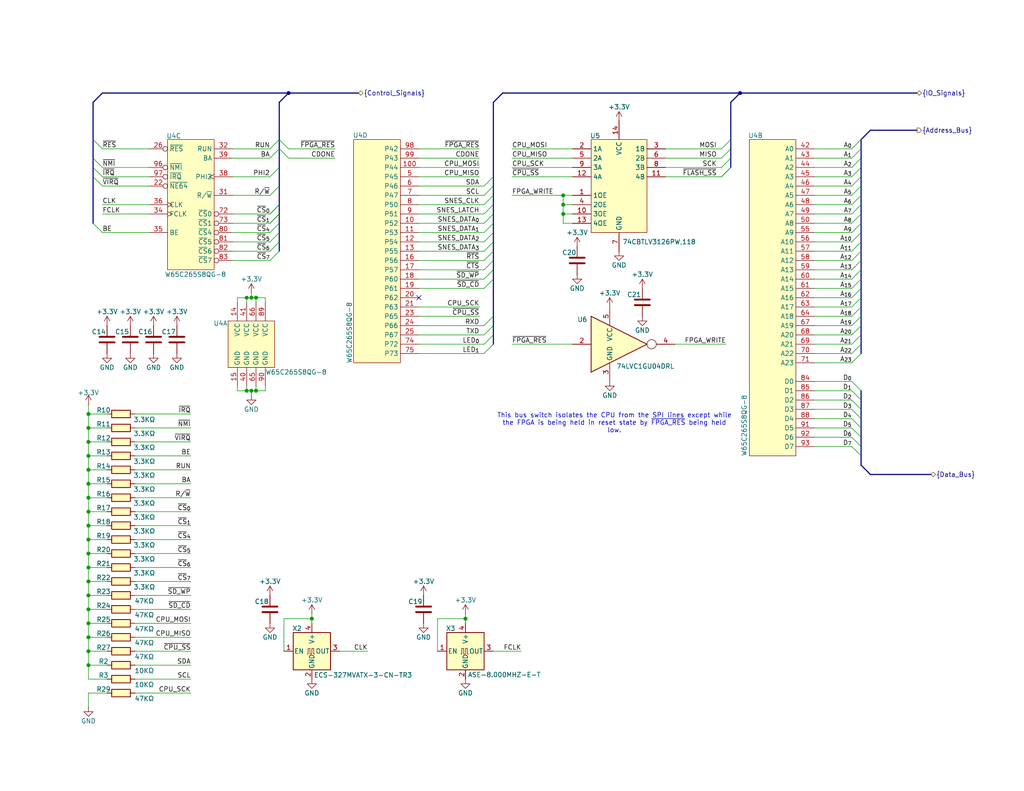
<source format=kicad_sch>
(kicad_sch
	(version 20231120)
	(generator "eeschema")
	(generator_version "8.0")
	(uuid "44ba6193-6a06-4197-b7ea-a7a9a659d64f")
	(paper "USLetter")
	
	(bus_alias "Control_Signals"
		(members "~{RES}" "~{IRQ}" "~{NMI}" "~{VIRQ}" "BE" "RUN" "BA" "PHI2" "R/~{W}"
			"~{CS}_{[0..7]}" "~{I/O}_{[0..7]}" "~{FPGA_RES}" "CDONE" "~{BOOTLOAD}"
			"~{RD}" "~{WR}" "~{RAM}_{[0..9]}" "~{ROM}_{[0..9]}" "~{RES_BTN}"
		)
	)
	(junction
		(at 127 168.91)
		(diameter 0)
		(color 0 0 0 0)
		(uuid "0344307f-ffd1-4ce4-976a-a0100cb524b4")
	)
	(junction
		(at 67.31 106.68)
		(diameter 0)
		(color 0 0 0 0)
		(uuid "05d1072b-c5ed-4e63-a751-2f0ed8d15148")
	)
	(junction
		(at 153.67 53.34)
		(diameter 0)
		(color 0 0 0 0)
		(uuid "080c3be0-cdf8-4c86-8498-5aaee0d366fd")
	)
	(junction
		(at 153.67 58.42)
		(diameter 0)
		(color 0 0 0 0)
		(uuid "10ce3640-0f6f-435f-9d24-afcfbf18f7f5")
	)
	(junction
		(at 24.13 151.13)
		(diameter 0)
		(color 0 0 0 0)
		(uuid "290db1b0-8afe-4f84-aa1a-93aa4d8c7236")
	)
	(junction
		(at 24.13 181.61)
		(diameter 0)
		(color 0 0 0 0)
		(uuid "2c14b75e-fbfd-47d3-9f79-7e185dd3bfb0")
	)
	(junction
		(at 24.13 166.37)
		(diameter 0)
		(color 0 0 0 0)
		(uuid "35b97fa4-415d-4d04-ab80-98d4a6adcbe6")
	)
	(junction
		(at 68.58 81.28)
		(diameter 0)
		(color 0 0 0 0)
		(uuid "391d0299-cbe1-4ab5-b4bc-7ae67a561541")
	)
	(junction
		(at 24.13 113.03)
		(diameter 0)
		(color 0 0 0 0)
		(uuid "3fe9a43b-2543-4ec1-a84a-50853881cdc2")
	)
	(junction
		(at 24.13 147.32)
		(diameter 0)
		(color 0 0 0 0)
		(uuid "454da932-45df-4219-97b4-595cf2aea463")
	)
	(junction
		(at 69.85 81.28)
		(diameter 0)
		(color 0 0 0 0)
		(uuid "49a3fe29-aea5-4e78-b00a-7e2c38af172b")
	)
	(junction
		(at 68.58 106.68)
		(diameter 0)
		(color 0 0 0 0)
		(uuid "49b1fb04-ef5b-4f93-a0ab-847a037c5f27")
	)
	(junction
		(at 85.09 168.91)
		(diameter 0)
		(color 0 0 0 0)
		(uuid "55c11626-7a78-4dee-8c13-2be521e2a126")
	)
	(junction
		(at 24.13 116.84)
		(diameter 0)
		(color 0 0 0 0)
		(uuid "567c851b-2514-4387-98ae-b17b694158bb")
	)
	(junction
		(at 153.67 55.88)
		(diameter 0)
		(color 0 0 0 0)
		(uuid "6532a9b4-c338-4760-8f2c-06201ca50d59")
	)
	(junction
		(at 78.74 25.4)
		(diameter 0)
		(color 0 0 0 0)
		(uuid "6b92e9d5-6e40-4aaa-bbd1-cffcf9fac8dd")
	)
	(junction
		(at 24.13 170.18)
		(diameter 0)
		(color 0 0 0 0)
		(uuid "6ddb4a2c-ae95-440b-9ad8-19d7fa60768d")
	)
	(junction
		(at 201.93 25.4)
		(diameter 0)
		(color 0 0 0 0)
		(uuid "71627db5-fabb-4b60-a3f4-cde36b037705")
	)
	(junction
		(at 24.13 120.65)
		(diameter 0)
		(color 0 0 0 0)
		(uuid "807144d2-ae4e-48aa-b20a-1cce71a04ce5")
	)
	(junction
		(at 24.13 124.46)
		(diameter 0)
		(color 0 0 0 0)
		(uuid "99e7d230-e083-442c-a904-bffc4d2db94f")
	)
	(junction
		(at 67.31 81.28)
		(diameter 0)
		(color 0 0 0 0)
		(uuid "a2c82e76-c7e5-4694-88c1-a437a3c8450d")
	)
	(junction
		(at 24.13 143.51)
		(diameter 0)
		(color 0 0 0 0)
		(uuid "ae8ba32b-880b-46c4-90eb-741c5aec54ec")
	)
	(junction
		(at 24.13 154.94)
		(diameter 0)
		(color 0 0 0 0)
		(uuid "b7238111-1861-4a32-b9b3-8cd9f01ef966")
	)
	(junction
		(at 24.13 128.27)
		(diameter 0)
		(color 0 0 0 0)
		(uuid "be9978bf-3e5e-420c-aace-d27b688937b9")
	)
	(junction
		(at 24.13 139.7)
		(diameter 0)
		(color 0 0 0 0)
		(uuid "c418aed8-cca8-4813-929d-8be085596a35")
	)
	(junction
		(at 24.13 135.89)
		(diameter 0)
		(color 0 0 0 0)
		(uuid "ca174e83-9647-4565-b7ab-a1a72877580f")
	)
	(junction
		(at 24.13 162.56)
		(diameter 0)
		(color 0 0 0 0)
		(uuid "cf6f5a05-efa4-4093-bde5-5918c2bdd57d")
	)
	(junction
		(at 24.13 173.99)
		(diameter 0)
		(color 0 0 0 0)
		(uuid "dc721ef4-c43a-4af6-8e9a-81258d106e50")
	)
	(junction
		(at 24.13 158.75)
		(diameter 0)
		(color 0 0 0 0)
		(uuid "dd76785c-f09f-4568-af0f-c58ed1dad16b")
	)
	(junction
		(at 24.13 177.8)
		(diameter 0)
		(color 0 0 0 0)
		(uuid "e50e370f-e301-4772-9442-345468dfc0b3")
	)
	(junction
		(at 24.13 132.08)
		(diameter 0)
		(color 0 0 0 0)
		(uuid "ef2a31f9-8995-4227-8dfb-3bccf2f8439c")
	)
	(junction
		(at 69.85 106.68)
		(diameter 0)
		(color 0 0 0 0)
		(uuid "fc661939-888c-48ba-83a0-3aa755e454d5")
	)
	(no_connect
		(at 114.3 81.28)
		(uuid "42c669db-f8f0-429b-875f-bf208b73f89f")
	)
	(bus_entry
		(at 134.62 73.66)
		(size -2.54 2.54)
		(stroke
			(width 0)
			(type default)
		)
		(uuid "0622798e-a6d1-436c-931a-79382587d603")
	)
	(bus_entry
		(at 134.62 71.12)
		(size -2.54 2.54)
		(stroke
			(width 0)
			(type default)
		)
		(uuid "06795eb6-72c7-4de1-8e22-1943f66124af")
	)
	(bus_entry
		(at 234.95 40.64)
		(size -2.54 2.54)
		(stroke
			(width 0)
			(type default)
		)
		(uuid "0ada923c-c01b-48c8-aa6c-39ee5b9f5a06")
	)
	(bus_entry
		(at 199.39 40.64)
		(size -2.54 2.54)
		(stroke
			(width 0)
			(type default)
		)
		(uuid "16264bc0-0a31-4723-b7a9-7b9e42720e5e")
	)
	(bus_entry
		(at 234.95 50.8)
		(size -2.54 2.54)
		(stroke
			(width 0)
			(type default)
		)
		(uuid "1880533c-2e64-45fc-ae5e-b21e8fe304ae")
	)
	(bus_entry
		(at 234.95 81.28)
		(size -2.54 2.54)
		(stroke
			(width 0)
			(type default)
		)
		(uuid "20d0e71e-0c9a-4335-852b-c5697bc43bb3")
	)
	(bus_entry
		(at 199.39 45.72)
		(size -2.54 2.54)
		(stroke
			(width 0)
			(type default)
		)
		(uuid "24e102e2-e550-4009-845e-a0aa6bad0f0c")
	)
	(bus_entry
		(at 234.95 106.68)
		(size -2.54 -2.54)
		(stroke
			(width 0)
			(type default)
		)
		(uuid "29ec582a-822c-43b8-8196-d480e55516e0")
	)
	(bus_entry
		(at 134.62 93.98)
		(size -2.54 2.54)
		(stroke
			(width 0)
			(type default)
		)
		(uuid "30d025f9-d815-4221-a9fe-d22757a2eb28")
	)
	(bus_entry
		(at 234.95 83.82)
		(size -2.54 2.54)
		(stroke
			(width 0)
			(type default)
		)
		(uuid "334ab80e-689f-4f47-bf92-1fd91443931f")
	)
	(bus_entry
		(at 234.95 114.3)
		(size -2.54 -2.54)
		(stroke
			(width 0)
			(type default)
		)
		(uuid "3846e6c8-c5d4-4c63-9b10-ed54d57029e4")
	)
	(bus_entry
		(at 25.4 48.26)
		(size 2.54 2.54)
		(stroke
			(width 0)
			(type default)
		)
		(uuid "3e4fbd1f-e05d-4dd5-b63e-042286bdee01")
	)
	(bus_entry
		(at 234.95 119.38)
		(size -2.54 -2.54)
		(stroke
			(width 0)
			(type default)
		)
		(uuid "3edeccd4-2bd9-400d-ae6d-0a84008f401d")
	)
	(bus_entry
		(at 234.95 116.84)
		(size -2.54 -2.54)
		(stroke
			(width 0)
			(type default)
		)
		(uuid "3fbad3b8-1ad2-4313-8c52-91f347f26318")
	)
	(bus_entry
		(at 76.2 66.04)
		(size -2.54 2.54)
		(stroke
			(width 0)
			(type default)
		)
		(uuid "40844920-c486-4f6c-a69b-f2bff62d9354")
	)
	(bus_entry
		(at 234.95 45.72)
		(size -2.54 2.54)
		(stroke
			(width 0)
			(type default)
		)
		(uuid "44b502c7-3f00-4759-bda1-66d896208836")
	)
	(bus_entry
		(at 234.95 96.52)
		(size -2.54 2.54)
		(stroke
			(width 0)
			(type default)
		)
		(uuid "4ef3a15c-0dca-489c-a1ab-b3f3c15c982f")
	)
	(bus_entry
		(at 76.2 38.1)
		(size -2.54 2.54)
		(stroke
			(width 0)
			(type default)
		)
		(uuid "55d1ee2c-f8f2-4edb-9dcc-eebd485e99cd")
	)
	(bus_entry
		(at 76.2 38.1)
		(size 2.54 2.54)
		(stroke
			(width 0)
			(type default)
		)
		(uuid "5c806134-83d4-4480-a996-fff1449cb59a")
	)
	(bus_entry
		(at 234.95 86.36)
		(size -2.54 2.54)
		(stroke
			(width 0)
			(type default)
		)
		(uuid "662de941-def6-4061-a5f9-28ea8d49a914")
	)
	(bus_entry
		(at 25.4 60.96)
		(size 2.54 2.54)
		(stroke
			(width 0)
			(type default)
		)
		(uuid "66eaad49-754d-475f-ad69-851f0aa585e0")
	)
	(bus_entry
		(at 134.62 68.58)
		(size -2.54 2.54)
		(stroke
			(width 0)
			(type default)
		)
		(uuid "67728335-f216-4341-b8e5-7fee09ba289c")
	)
	(bus_entry
		(at 76.2 60.96)
		(size -2.54 2.54)
		(stroke
			(width 0)
			(type default)
		)
		(uuid "67a8eb5d-304a-49fb-bc7c-24116da9f7c6")
	)
	(bus_entry
		(at 25.4 38.1)
		(size 2.54 2.54)
		(stroke
			(width 0)
			(type default)
		)
		(uuid "6a33df8e-9220-4fb7-beee-d7a290e2416f")
	)
	(bus_entry
		(at 234.95 91.44)
		(size -2.54 2.54)
		(stroke
			(width 0)
			(type default)
		)
		(uuid "6c103587-17c6-430e-969a-594f2c641674")
	)
	(bus_entry
		(at 134.62 60.96)
		(size -2.54 2.54)
		(stroke
			(width 0)
			(type default)
		)
		(uuid "6e78a006-e96c-4aac-8891-d7eff2414468")
	)
	(bus_entry
		(at 199.39 38.1)
		(size -2.54 2.54)
		(stroke
			(width 0)
			(type default)
		)
		(uuid "6f13bbda-1d11-43e7-aaad-f4c57a86bf0a")
	)
	(bus_entry
		(at 234.95 68.58)
		(size -2.54 2.54)
		(stroke
			(width 0)
			(type default)
		)
		(uuid "70e5b4be-7620-4903-ade5-a13f28cf42bc")
	)
	(bus_entry
		(at 76.2 40.64)
		(size -2.54 2.54)
		(stroke
			(width 0)
			(type default)
		)
		(uuid "740ac161-029e-4909-bc90-77a609275797")
	)
	(bus_entry
		(at 76.2 40.64)
		(size 2.54 2.54)
		(stroke
			(width 0)
			(type default)
		)
		(uuid "79024a13-df17-4ecb-bd14-58980047e41e")
	)
	(bus_entry
		(at 134.62 86.36)
		(size -2.54 2.54)
		(stroke
			(width 0)
			(type default)
		)
		(uuid "88bf500b-e935-4dc4-ac29-3f618ed2cbba")
	)
	(bus_entry
		(at 134.62 55.88)
		(size -2.54 2.54)
		(stroke
			(width 0)
			(type default)
		)
		(uuid "88e5499a-7c5d-4a7d-ac78-0f82d3eeefa1")
	)
	(bus_entry
		(at 234.95 93.98)
		(size -2.54 2.54)
		(stroke
			(width 0)
			(type default)
		)
		(uuid "89a9f9c7-341c-4c2e-bc65-7496a79988c8")
	)
	(bus_entry
		(at 76.2 45.72)
		(size -2.54 2.54)
		(stroke
			(width 0)
			(type default)
		)
		(uuid "8d61f55a-266a-4900-9215-c676a9017e7a")
	)
	(bus_entry
		(at 234.95 60.96)
		(size -2.54 2.54)
		(stroke
			(width 0)
			(type default)
		)
		(uuid "96b60cf7-26c7-47ea-8199-4bfb079fe992")
	)
	(bus_entry
		(at 134.62 50.8)
		(size -2.54 2.54)
		(stroke
			(width 0)
			(type default)
		)
		(uuid "9787fcb0-f9b6-42ef-ac37-a1c847559b94")
	)
	(bus_entry
		(at 134.62 58.42)
		(size -2.54 2.54)
		(stroke
			(width 0)
			(type default)
		)
		(uuid "98024ede-9c38-4fda-82a0-03b5db147bad")
	)
	(bus_entry
		(at 234.95 48.26)
		(size -2.54 2.54)
		(stroke
			(width 0)
			(type default)
		)
		(uuid "a08c850b-c987-404a-bfb5-6684f0feff75")
	)
	(bus_entry
		(at 234.95 63.5)
		(size -2.54 2.54)
		(stroke
			(width 0)
			(type default)
		)
		(uuid "a2cf0c6f-f2bc-4e95-abec-7aef510867a2")
	)
	(bus_entry
		(at 25.4 43.18)
		(size 2.54 2.54)
		(stroke
			(width 0)
			(type default)
		)
		(uuid "a35719e4-e8ed-44d6-8650-5aadde7381a3")
	)
	(bus_entry
		(at 199.39 45.72)
		(size -2.54 2.54)
		(stroke
			(width 0)
			(type default)
		)
		(uuid "a4bb6e5a-f51f-4aa3-9261-69a4a0d306f5")
	)
	(bus_entry
		(at 76.2 58.42)
		(size -2.54 2.54)
		(stroke
			(width 0)
			(type default)
		)
		(uuid "aa217e42-df2d-4884-9b63-3c29655714c6")
	)
	(bus_entry
		(at 234.95 58.42)
		(size -2.54 2.54)
		(stroke
			(width 0)
			(type default)
		)
		(uuid "ae28979d-217a-4a23-b09a-67fb53d86859")
	)
	(bus_entry
		(at 234.95 76.2)
		(size -2.54 2.54)
		(stroke
			(width 0)
			(type default)
		)
		(uuid "b2ecb46b-3ed6-49f3-a223-516062c3ea8c")
	)
	(bus_entry
		(at 76.2 55.88)
		(size -2.54 2.54)
		(stroke
			(width 0)
			(type default)
		)
		(uuid "b45551fc-21b9-475e-be91-15335ac4b24a")
	)
	(bus_entry
		(at 234.95 111.76)
		(size -2.54 -2.54)
		(stroke
			(width 0)
			(type default)
		)
		(uuid "b6ac7a4f-73ac-4cf5-a7f6-8cf908dbeb30")
	)
	(bus_entry
		(at 234.95 78.74)
		(size -2.54 2.54)
		(stroke
			(width 0)
			(type default)
		)
		(uuid "b7c93631-227b-46bd-a87e-d53b02cdae9f")
	)
	(bus_entry
		(at 76.2 58.42)
		(size -2.54 2.54)
		(stroke
			(width 0)
			(type default)
		)
		(uuid "b92e3a6b-ba62-44a2-8d2a-98c47c93401d")
	)
	(bus_entry
		(at 76.2 50.8)
		(size -2.54 2.54)
		(stroke
			(width 0)
			(type default)
		)
		(uuid "bd31f79b-07b8-41d0-9b1b-996e387f7cd2")
	)
	(bus_entry
		(at 234.95 66.04)
		(size -2.54 2.54)
		(stroke
			(width 0)
			(type default)
		)
		(uuid "bfa22d2a-145e-4bf0-bfd9-b0e167d5d565")
	)
	(bus_entry
		(at 199.39 43.18)
		(size -2.54 2.54)
		(stroke
			(width 0)
			(type default)
		)
		(uuid "c1ec1ebf-cf89-4e2a-a49a-d42c5263c2ed")
	)
	(bus_entry
		(at 134.62 48.26)
		(size -2.54 2.54)
		(stroke
			(width 0)
			(type default)
		)
		(uuid "c614c79c-132e-4587-ba5d-f5071725fcae")
	)
	(bus_entry
		(at 234.95 55.88)
		(size -2.54 2.54)
		(stroke
			(width 0)
			(type default)
		)
		(uuid "c7708a26-ab91-4b22-961e-b6f7e31dbb81")
	)
	(bus_entry
		(at 25.4 45.72)
		(size 2.54 2.54)
		(stroke
			(width 0)
			(type default)
		)
		(uuid "d0701518-18f2-48f9-9f30-5c6e74ddab35")
	)
	(bus_entry
		(at 134.62 88.9)
		(size -2.54 2.54)
		(stroke
			(width 0)
			(type default)
		)
		(uuid "d1b498d2-cf42-49a4-bbdf-6a0c6e3d1c4d")
	)
	(bus_entry
		(at 134.62 91.44)
		(size -2.54 2.54)
		(stroke
			(width 0)
			(type default)
		)
		(uuid "d2fa7482-e843-4388-b31f-028e410d6115")
	)
	(bus_entry
		(at 134.62 76.2)
		(size -2.54 2.54)
		(stroke
			(width 0)
			(type default)
		)
		(uuid "de328d5c-0572-4bad-818a-d9388759d5eb")
	)
	(bus_entry
		(at 234.95 43.18)
		(size -2.54 2.54)
		(stroke
			(width 0)
			(type default)
		)
		(uuid "dea5c313-b20e-435d-bd96-fa59e756e699")
	)
	(bus_entry
		(at 234.95 121.92)
		(size -2.54 -2.54)
		(stroke
			(width 0)
			(type default)
		)
		(uuid "e2699263-6512-4f74-ac8c-6281256bf640")
	)
	(bus_entry
		(at 234.95 73.66)
		(size -2.54 2.54)
		(stroke
			(width 0)
			(type default)
		)
		(uuid "e33deefb-15f7-4021-ae76-a46b7e121e84")
	)
	(bus_entry
		(at 134.62 53.34)
		(size -2.54 2.54)
		(stroke
			(width 0)
			(type default)
		)
		(uuid "ea1af5f1-dac9-4ab9-a3d5-1022f4919b52")
	)
	(bus_entry
		(at 234.95 53.34)
		(size -2.54 2.54)
		(stroke
			(width 0)
			(type default)
		)
		(uuid "ea4cee95-6d6c-47cb-ae8e-081d52f6514b")
	)
	(bus_entry
		(at 234.95 71.12)
		(size -2.54 2.54)
		(stroke
			(width 0)
			(type default)
		)
		(uuid "eaa628c5-5bb1-423e-984b-3c905f0da0fb")
	)
	(bus_entry
		(at 76.2 63.5)
		(size -2.54 2.54)
		(stroke
			(width 0)
			(type default)
		)
		(uuid "ede73696-c401-4738-9a98-f69abbb066ce")
	)
	(bus_entry
		(at 134.62 66.04)
		(size -2.54 2.54)
		(stroke
			(width 0)
			(type default)
		)
		(uuid "eeebaf6b-515c-40e9-b496-ce6dec63c95d")
	)
	(bus_entry
		(at 234.95 109.22)
		(size -2.54 -2.54)
		(stroke
			(width 0)
			(type default)
		)
		(uuid "f213cc57-cd92-4ec0-8004-12ef38244c47")
	)
	(bus_entry
		(at 134.62 63.5)
		(size -2.54 2.54)
		(stroke
			(width 0)
			(type default)
		)
		(uuid "fa2fccd6-ed7d-436e-8da6-cb9b3054e06c")
	)
	(bus_entry
		(at 76.2 68.58)
		(size -2.54 2.54)
		(stroke
			(width 0)
			(type default)
		)
		(uuid "fc97244c-1f79-4006-962b-cd3853d7c14f")
	)
	(bus_entry
		(at 76.2 55.88)
		(size -2.54 2.54)
		(stroke
			(width 0)
			(type default)
		)
		(uuid "fcf3b687-b0d1-4fdd-af07-b529fe4b8706")
	)
	(bus_entry
		(at 234.95 88.9)
		(size -2.54 2.54)
		(stroke
			(width 0)
			(type default)
		)
		(uuid "fd697a79-03e1-4098-9ff0-e8ac0cc00084")
	)
	(bus_entry
		(at 234.95 38.1)
		(size -2.54 2.54)
		(stroke
			(width 0)
			(type default)
		)
		(uuid "fe0a9fd9-304d-4792-9948-20c0f6127126")
	)
	(bus_entry
		(at 234.95 124.46)
		(size -2.54 -2.54)
		(stroke
			(width 0)
			(type default)
		)
		(uuid "fee710ca-37f8-45bd-84e7-ea7a9fe45c6a")
	)
	(bus
		(pts
			(xy 78.74 25.4) (xy 97.79 25.4)
		)
		(stroke
			(width 0)
			(type default)
		)
		(uuid "018e4274-cef1-47f1-ad41-2e24e02bc881")
	)
	(bus
		(pts
			(xy 134.62 86.36) (xy 134.62 88.9)
		)
		(stroke
			(width 0)
			(type default)
		)
		(uuid "026cc3bb-c04f-4a17-835b-56ae03a1cf51")
	)
	(wire
		(pts
			(xy 52.07 113.03) (xy 36.83 113.03)
		)
		(stroke
			(width 0)
			(type default)
		)
		(uuid "02f43692-8e40-47e7-ba62-92d5986e1e06")
	)
	(wire
		(pts
			(xy 27.94 55.88) (xy 40.64 55.88)
		)
		(stroke
			(width 0)
			(type default)
		)
		(uuid "04df9f0b-add8-4f6d-9974-41b08fcc13d2")
	)
	(wire
		(pts
			(xy 24.13 166.37) (xy 24.13 170.18)
		)
		(stroke
			(width 0)
			(type default)
		)
		(uuid "05af67ab-9efc-4d0a-b404-70fc391482db")
	)
	(wire
		(pts
			(xy 139.7 48.26) (xy 156.21 48.26)
		)
		(stroke
			(width 0)
			(type default)
		)
		(uuid "05c6d592-1689-466f-bb27-8075e52be7cc")
	)
	(wire
		(pts
			(xy 52.07 154.94) (xy 36.83 154.94)
		)
		(stroke
			(width 0)
			(type default)
		)
		(uuid "06b18bac-b7a0-4843-8e9d-eaba74ecdc75")
	)
	(wire
		(pts
			(xy 114.3 71.12) (xy 132.08 71.12)
		)
		(stroke
			(width 0)
			(type default)
		)
		(uuid "073f0484-8f94-4993-be0f-b4cec553bba7")
	)
	(wire
		(pts
			(xy 24.13 116.84) (xy 24.13 120.65)
		)
		(stroke
			(width 0)
			(type default)
		)
		(uuid "075a5dd9-4f3e-4f48-8cc7-75eaa47eaf6b")
	)
	(wire
		(pts
			(xy 24.13 154.94) (xy 29.21 154.94)
		)
		(stroke
			(width 0)
			(type default)
		)
		(uuid "077e6eb6-d72c-4583-b9e9-c6f214fc2a1b")
	)
	(wire
		(pts
			(xy 24.13 135.89) (xy 29.21 135.89)
		)
		(stroke
			(width 0)
			(type default)
		)
		(uuid "079ef9aa-fbd8-4598-a13a-1e5a0582f2ae")
	)
	(wire
		(pts
			(xy 139.7 40.64) (xy 156.21 40.64)
		)
		(stroke
			(width 0)
			(type default)
		)
		(uuid "07b00f34-a47c-4734-b22b-7d0989d206e5")
	)
	(bus
		(pts
			(xy 134.62 50.8) (xy 134.62 53.34)
		)
		(stroke
			(width 0)
			(type default)
		)
		(uuid "0965daa3-2fda-4c63-ab06-6a6f61d0a74e")
	)
	(wire
		(pts
			(xy 24.13 113.03) (xy 24.13 116.84)
		)
		(stroke
			(width 0)
			(type default)
		)
		(uuid "09797e35-d47e-4065-80ef-f7629e847e00")
	)
	(bus
		(pts
			(xy 78.74 25.4) (xy 76.2 27.94)
		)
		(stroke
			(width 0)
			(type default)
		)
		(uuid "09f7be52-190b-4762-b898-4e5564fb8059")
	)
	(bus
		(pts
			(xy 134.62 27.94) (xy 134.62 48.26)
		)
		(stroke
			(width 0)
			(type default)
		)
		(uuid "0bf20f41-2bea-40f5-89dc-299bdfaba5ca")
	)
	(wire
		(pts
			(xy 52.07 143.51) (xy 36.83 143.51)
		)
		(stroke
			(width 0)
			(type default)
		)
		(uuid "0d7c2c90-9826-4995-afa4-277a3cacad3c")
	)
	(wire
		(pts
			(xy 27.94 48.26) (xy 40.64 48.26)
		)
		(stroke
			(width 0)
			(type default)
		)
		(uuid "10b4f09b-3c8d-4c69-b305-58a33f9ad071")
	)
	(wire
		(pts
			(xy 222.25 66.04) (xy 232.41 66.04)
		)
		(stroke
			(width 0)
			(type default)
		)
		(uuid "10ff2595-7f7c-4afb-8012-c375ebeccd29")
	)
	(wire
		(pts
			(xy 67.31 106.68) (xy 68.58 106.68)
		)
		(stroke
			(width 0)
			(type default)
		)
		(uuid "116a0d98-3e09-4cd4-9d17-cd8da3e76d8b")
	)
	(wire
		(pts
			(xy 63.5 48.26) (xy 73.66 48.26)
		)
		(stroke
			(width 0)
			(type default)
		)
		(uuid "12c1ded3-4b9a-4f51-891c-475bea1d0772")
	)
	(bus
		(pts
			(xy 134.62 63.5) (xy 134.62 66.04)
		)
		(stroke
			(width 0)
			(type default)
		)
		(uuid "13cc5fcc-fd44-4d46-8b8c-5b7cd38e8001")
	)
	(wire
		(pts
			(xy 222.25 40.64) (xy 232.41 40.64)
		)
		(stroke
			(width 0)
			(type default)
		)
		(uuid "1412149f-7cb8-44f6-a32f-c58ba65fc4a0")
	)
	(wire
		(pts
			(xy 24.13 189.23) (xy 29.21 189.23)
		)
		(stroke
			(width 0)
			(type default)
		)
		(uuid "147a57d2-5acd-4b28-84bc-586eb0c10152")
	)
	(wire
		(pts
			(xy 114.3 43.18) (xy 130.81 43.18)
		)
		(stroke
			(width 0)
			(type default)
		)
		(uuid "15d96ed8-2288-4b0d-8017-15350287965a")
	)
	(wire
		(pts
			(xy 114.3 76.2) (xy 132.08 76.2)
		)
		(stroke
			(width 0)
			(type default)
		)
		(uuid "15ddfc48-1514-4c91-ba7e-5ac8906265a2")
	)
	(bus
		(pts
			(xy 234.95 78.74) (xy 234.95 81.28)
		)
		(stroke
			(width 0)
			(type default)
		)
		(uuid "1674d02e-ca77-40ca-bdab-0ea172a38a80")
	)
	(bus
		(pts
			(xy 237.49 129.54) (xy 254 129.54)
		)
		(stroke
			(width 0)
			(type default)
		)
		(uuid "1690a748-91a7-41cb-8037-6af68ed64881")
	)
	(wire
		(pts
			(xy 52.07 128.27) (xy 36.83 128.27)
		)
		(stroke
			(width 0)
			(type default)
		)
		(uuid "16eaf692-efbb-470a-8a33-54ec9a34e86f")
	)
	(wire
		(pts
			(xy 142.24 177.8) (xy 134.62 177.8)
		)
		(stroke
			(width 0)
			(type default)
		)
		(uuid "184bf0e4-48ce-4ea5-86b1-111ccc94beba")
	)
	(wire
		(pts
			(xy 67.31 81.28) (xy 68.58 81.28)
		)
		(stroke
			(width 0)
			(type default)
		)
		(uuid "1b759112-16f2-4101-a604-3f2a2b9d0119")
	)
	(wire
		(pts
			(xy 181.61 43.18) (xy 196.85 43.18)
		)
		(stroke
			(width 0)
			(type default)
		)
		(uuid "1c435417-16cb-4769-8197-681f364ee6b3")
	)
	(wire
		(pts
			(xy 222.25 48.26) (xy 232.41 48.26)
		)
		(stroke
			(width 0)
			(type default)
		)
		(uuid "1cb9444d-45ab-4da4-a8bc-79282e62c54c")
	)
	(bus
		(pts
			(xy 234.95 127) (xy 237.49 129.54)
		)
		(stroke
			(width 0)
			(type default)
		)
		(uuid "1dfcf32d-b331-44db-a748-ce169d4ab0bc")
	)
	(wire
		(pts
			(xy 222.25 111.76) (xy 232.41 111.76)
		)
		(stroke
			(width 0)
			(type default)
		)
		(uuid "1f50bc1b-eae4-44be-9625-fe0b56d13959")
	)
	(wire
		(pts
			(xy 27.94 58.42) (xy 40.64 58.42)
		)
		(stroke
			(width 0)
			(type default)
		)
		(uuid "2157f15c-1648-419a-ba72-524f168e374d")
	)
	(bus
		(pts
			(xy 234.95 116.84) (xy 234.95 119.38)
		)
		(stroke
			(width 0)
			(type default)
		)
		(uuid "222056a7-a71f-4abd-93ae-9ae25aceb96b")
	)
	(wire
		(pts
			(xy 24.13 139.7) (xy 29.21 139.7)
		)
		(stroke
			(width 0)
			(type default)
		)
		(uuid "22c5b57b-51f7-4e22-a05e-eed19d547243")
	)
	(wire
		(pts
			(xy 153.67 58.42) (xy 153.67 60.96)
		)
		(stroke
			(width 0)
			(type default)
		)
		(uuid "22d18fbf-f926-4302-bac2-e606de549523")
	)
	(wire
		(pts
			(xy 73.66 68.58) (xy 63.5 68.58)
		)
		(stroke
			(width 0)
			(type default)
		)
		(uuid "25858db4-c356-4a48-88ee-a123b8fdc0eb")
	)
	(bus
		(pts
			(xy 25.4 27.94) (xy 25.4 38.1)
		)
		(stroke
			(width 0)
			(type default)
		)
		(uuid "25eee586-70cc-402e-bf3f-54430e67adac")
	)
	(bus
		(pts
			(xy 234.95 119.38) (xy 234.95 121.92)
		)
		(stroke
			(width 0)
			(type default)
		)
		(uuid "26524561-ef9b-49a4-9c1a-f94bb8a15041")
	)
	(wire
		(pts
			(xy 24.13 181.61) (xy 24.13 185.42)
		)
		(stroke
			(width 0)
			(type default)
		)
		(uuid "27345bad-6137-4680-ab0a-c829d2851070")
	)
	(wire
		(pts
			(xy 24.13 120.65) (xy 29.21 120.65)
		)
		(stroke
			(width 0)
			(type default)
		)
		(uuid "2983fb10-1c9c-4084-a49a-f843024f2d9c")
	)
	(wire
		(pts
			(xy 24.13 151.13) (xy 24.13 154.94)
		)
		(stroke
			(width 0)
			(type default)
		)
		(uuid "29c692db-6496-4863-880b-6118ab639f51")
	)
	(wire
		(pts
			(xy 114.3 88.9) (xy 132.08 88.9)
		)
		(stroke
			(width 0)
			(type default)
		)
		(uuid "2a2718bd-cea1-449d-b620-4e6ea38e632c")
	)
	(wire
		(pts
			(xy 127 167.64) (xy 127 168.91)
		)
		(stroke
			(width 0)
			(type default)
		)
		(uuid "2b0fcc71-83a7-4502-a6f0-6baa93f7d7b7")
	)
	(bus
		(pts
			(xy 234.95 66.04) (xy 234.95 68.58)
		)
		(stroke
			(width 0)
			(type default)
		)
		(uuid "2dfff9f3-e2b0-4233-be1b-9aa1d76b6403")
	)
	(wire
		(pts
			(xy 114.3 63.5) (xy 132.08 63.5)
		)
		(stroke
			(width 0)
			(type default)
		)
		(uuid "301be115-48ef-4bc1-b2b4-39b81bf7326f")
	)
	(bus
		(pts
			(xy 199.39 38.1) (xy 199.39 40.64)
		)
		(stroke
			(width 0)
			(type default)
		)
		(uuid "3333ef90-85a2-4c5d-a896-5c3bb0d0f214")
	)
	(wire
		(pts
			(xy 24.13 143.51) (xy 24.13 147.32)
		)
		(stroke
			(width 0)
			(type default)
		)
		(uuid "34a11371-8adf-4490-86e7-520c457f507b")
	)
	(wire
		(pts
			(xy 24.13 139.7) (xy 24.13 143.51)
		)
		(stroke
			(width 0)
			(type default)
		)
		(uuid "3597ba9f-7fb1-4ee2-a650-6736768aff8a")
	)
	(wire
		(pts
			(xy 24.13 177.8) (xy 29.21 177.8)
		)
		(stroke
			(width 0)
			(type default)
		)
		(uuid "3616b16e-a9ab-49d3-a433-5021b9eb86a7")
	)
	(wire
		(pts
			(xy 114.3 50.8) (xy 132.08 50.8)
		)
		(stroke
			(width 0)
			(type default)
		)
		(uuid "36e8738c-eb7d-4676-b0be-70c559978c3a")
	)
	(wire
		(pts
			(xy 222.25 81.28) (xy 232.41 81.28)
		)
		(stroke
			(width 0)
			(type default)
		)
		(uuid "38a4d6e3-5bfd-4eb1-b83d-4dc1c6b855d7")
	)
	(bus
		(pts
			(xy 234.95 73.66) (xy 234.95 76.2)
		)
		(stroke
			(width 0)
			(type default)
		)
		(uuid "38b5423c-a1cb-4d8b-b287-4426ff78c2ee")
	)
	(wire
		(pts
			(xy 24.13 170.18) (xy 24.13 173.99)
		)
		(stroke
			(width 0)
			(type default)
		)
		(uuid "3931007a-2a63-4357-aacb-9715e98ab149")
	)
	(wire
		(pts
			(xy 69.85 81.28) (xy 72.39 81.28)
		)
		(stroke
			(width 0)
			(type default)
		)
		(uuid "3a9a9e43-65cb-4a4f-b240-2536f3109f4e")
	)
	(wire
		(pts
			(xy 52.07 181.61) (xy 36.83 181.61)
		)
		(stroke
			(width 0)
			(type default)
		)
		(uuid "3b09f177-5c87-4820-8beb-41f535caaa82")
	)
	(wire
		(pts
			(xy 156.21 53.34) (xy 153.67 53.34)
		)
		(stroke
			(width 0)
			(type default)
		)
		(uuid "3c3008f0-4dc9-4acd-86c8-07e97418b7a7")
	)
	(wire
		(pts
			(xy 222.25 91.44) (xy 232.41 91.44)
		)
		(stroke
			(width 0)
			(type default)
		)
		(uuid "3d9c1fff-25ad-48c8-ae99-a8e32d023da5")
	)
	(wire
		(pts
			(xy 52.07 189.23) (xy 36.83 189.23)
		)
		(stroke
			(width 0)
			(type default)
		)
		(uuid "3f475ebf-c5e1-4200-b3d1-ea4589f898c7")
	)
	(wire
		(pts
			(xy 184.15 93.98) (xy 198.12 93.98)
		)
		(stroke
			(width 0)
			(type default)
		)
		(uuid "3f6c638c-2231-40e7-8b7b-cc564f0a3384")
	)
	(wire
		(pts
			(xy 114.3 78.74) (xy 132.08 78.74)
		)
		(stroke
			(width 0)
			(type default)
		)
		(uuid "4049c8b8-c073-4791-aa5b-6f5eba44d4cd")
	)
	(wire
		(pts
			(xy 24.13 162.56) (xy 24.13 166.37)
		)
		(stroke
			(width 0)
			(type default)
		)
		(uuid "421a8705-f1c8-4310-885f-20863fcaa829")
	)
	(bus
		(pts
			(xy 76.2 66.04) (xy 76.2 68.58)
		)
		(stroke
			(width 0)
			(type default)
		)
		(uuid "424c612c-b4c3-4662-8a3d-9377ed57e022")
	)
	(wire
		(pts
			(xy 100.33 177.8) (xy 92.71 177.8)
		)
		(stroke
			(width 0)
			(type default)
		)
		(uuid "428971c3-d117-4d28-9148-fc42f7cc8360")
	)
	(wire
		(pts
			(xy 72.39 105.41) (xy 72.39 106.68)
		)
		(stroke
			(width 0)
			(type default)
		)
		(uuid "429a6ffb-b26f-497b-a4cd-3cb846462649")
	)
	(wire
		(pts
			(xy 130.81 86.36) (xy 114.3 86.36)
		)
		(stroke
			(width 0)
			(type default)
		)
		(uuid "44997efd-3adf-490b-be8a-3330b8cc4b88")
	)
	(wire
		(pts
			(xy 114.3 96.52) (xy 132.08 96.52)
		)
		(stroke
			(width 0)
			(type default)
		)
		(uuid "44dcf932-5b27-4c2d-936c-8e655e369f3d")
	)
	(wire
		(pts
			(xy 222.25 76.2) (xy 232.41 76.2)
		)
		(stroke
			(width 0)
			(type default)
		)
		(uuid "458a3328-d8e4-4ff6-b0a7-56a36515562c")
	)
	(wire
		(pts
			(xy 73.66 43.18) (xy 63.5 43.18)
		)
		(stroke
			(width 0)
			(type default)
		)
		(uuid "4625ba4e-c766-4ba2-915c-97b56beb04e3")
	)
	(wire
		(pts
			(xy 52.07 170.18) (xy 36.83 170.18)
		)
		(stroke
			(width 0)
			(type default)
		)
		(uuid "47103ab0-aa26-4648-ad35-752326e98791")
	)
	(bus
		(pts
			(xy 234.95 43.18) (xy 234.95 45.72)
		)
		(stroke
			(width 0)
			(type default)
		)
		(uuid "4789ea3a-94ba-45cc-9051-391583c763ca")
	)
	(wire
		(pts
			(xy 85.09 168.91) (xy 85.09 170.18)
		)
		(stroke
			(width 0)
			(type default)
		)
		(uuid "485fb033-6678-484a-84d9-05ae69abbdaf")
	)
	(wire
		(pts
			(xy 77.47 168.91) (xy 85.09 168.91)
		)
		(stroke
			(width 0)
			(type default)
		)
		(uuid "49a6ca2f-66fa-4014-9b2e-d2ef207958ec")
	)
	(bus
		(pts
			(xy 199.39 27.94) (xy 199.39 38.1)
		)
		(stroke
			(width 0)
			(type default)
		)
		(uuid "4b1f537d-e64e-4096-b78c-b57fd0b34771")
	)
	(bus
		(pts
			(xy 76.2 63.5) (xy 76.2 66.04)
		)
		(stroke
			(width 0)
			(type default)
		)
		(uuid "4bf394ab-ff41-4710-a5a2-363e84ea415c")
	)
	(wire
		(pts
			(xy 222.25 63.5) (xy 232.41 63.5)
		)
		(stroke
			(width 0)
			(type default)
		)
		(uuid "4ef21b6b-c222-4126-9a15-4f3ad16ae94d")
	)
	(bus
		(pts
			(xy 234.95 63.5) (xy 234.95 66.04)
		)
		(stroke
			(width 0)
			(type default)
		)
		(uuid "50addf46-4483-47de-9909-48569f08cd5d")
	)
	(wire
		(pts
			(xy 24.13 147.32) (xy 24.13 151.13)
		)
		(stroke
			(width 0)
			(type default)
		)
		(uuid "50d8696a-a5e8-4239-a702-68494374796c")
	)
	(bus
		(pts
			(xy 199.39 27.94) (xy 201.93 25.4)
		)
		(stroke
			(width 0)
			(type default)
		)
		(uuid "5262fd62-69b3-4c08-a7f0-41ceab7ef334")
	)
	(bus
		(pts
			(xy 234.95 86.36) (xy 234.95 88.9)
		)
		(stroke
			(width 0)
			(type default)
		)
		(uuid "5273156a-dbc5-4d64-a5cf-1565089abdff")
	)
	(wire
		(pts
			(xy 85.09 167.64) (xy 85.09 168.91)
		)
		(stroke
			(width 0)
			(type default)
		)
		(uuid "52bb07df-823f-435f-a0ea-5a3d879f6771")
	)
	(bus
		(pts
			(xy 25.4 48.26) (xy 25.4 60.96)
		)
		(stroke
			(width 0)
			(type default)
		)
		(uuid "53063c99-8b31-492f-96a0-94422c88a6bb")
	)
	(bus
		(pts
			(xy 234.95 124.46) (xy 234.95 127)
		)
		(stroke
			(width 0)
			(type default)
		)
		(uuid "531838ea-8c6e-4c90-a7b1-2e36e9a3fd25")
	)
	(bus
		(pts
			(xy 76.2 60.96) (xy 76.2 63.5)
		)
		(stroke
			(width 0)
			(type default)
		)
		(uuid "53f9273d-2233-4945-b986-53b47b927b9c")
	)
	(wire
		(pts
			(xy 130.81 45.72) (xy 114.3 45.72)
		)
		(stroke
			(width 0)
			(type default)
		)
		(uuid "54eac7f9-1e64-4cb6-bbac-006c204b4ee4")
	)
	(bus
		(pts
			(xy 234.95 91.44) (xy 234.95 93.98)
		)
		(stroke
			(width 0)
			(type default)
		)
		(uuid "57e25297-da9f-4e17-86af-7231af121967")
	)
	(wire
		(pts
			(xy 222.25 68.58) (xy 232.41 68.58)
		)
		(stroke
			(width 0)
			(type default)
		)
		(uuid "58284157-5ce2-4a5f-bb85-be9404b43bef")
	)
	(wire
		(pts
			(xy 153.67 53.34) (xy 139.7 53.34)
		)
		(stroke
			(width 0)
			(type default)
		)
		(uuid "582e50a8-e652-4cbe-82f6-73e044e495fe")
	)
	(bus
		(pts
			(xy 234.95 40.64) (xy 234.95 43.18)
		)
		(stroke
			(width 0)
			(type default)
		)
		(uuid "58cd37fa-27ae-4bf0-a1e4-85326b2e567f")
	)
	(bus
		(pts
			(xy 234.95 45.72) (xy 234.95 48.26)
		)
		(stroke
			(width 0)
			(type default)
		)
		(uuid "5adabb23-49ed-4612-a237-1c8b69e7fe21")
	)
	(wire
		(pts
			(xy 181.61 40.64) (xy 196.85 40.64)
		)
		(stroke
			(width 0)
			(type default)
		)
		(uuid "5b016f85-36c1-43fb-b379-4b4e3a208023")
	)
	(bus
		(pts
			(xy 134.62 91.44) (xy 134.62 93.98)
		)
		(stroke
			(width 0)
			(type default)
		)
		(uuid "5b99698a-e60a-4d4e-8524-cfa84e1a50d1")
	)
	(wire
		(pts
			(xy 222.25 93.98) (xy 232.41 93.98)
		)
		(stroke
			(width 0)
			(type default)
		)
		(uuid "5bf4170c-7a53-4415-8213-bf07317fa623")
	)
	(wire
		(pts
			(xy 24.13 132.08) (xy 24.13 135.89)
		)
		(stroke
			(width 0)
			(type default)
		)
		(uuid "5c939b34-0ea2-4ade-91dd-055b86866e78")
	)
	(bus
		(pts
			(xy 134.62 66.04) (xy 134.62 68.58)
		)
		(stroke
			(width 0)
			(type default)
		)
		(uuid "5cf09ddc-0eff-42c1-8f0f-88ac80d233de")
	)
	(bus
		(pts
			(xy 76.2 45.72) (xy 76.2 50.8)
		)
		(stroke
			(width 0)
			(type default)
		)
		(uuid "5d94107d-9179-4667-8608-273057ec10c0")
	)
	(bus
		(pts
			(xy 134.62 71.12) (xy 134.62 73.66)
		)
		(stroke
			(width 0)
			(type default)
		)
		(uuid "6012f114-319e-4f2c-813f-66651233ae6b")
	)
	(wire
		(pts
			(xy 24.13 173.99) (xy 29.21 173.99)
		)
		(stroke
			(width 0)
			(type default)
		)
		(uuid "602f0fbf-ee1f-4854-b444-323c562108f8")
	)
	(wire
		(pts
			(xy 24.13 128.27) (xy 29.21 128.27)
		)
		(stroke
			(width 0)
			(type default)
		)
		(uuid "60d4637d-0549-4b4a-adaa-b01410a927a7")
	)
	(wire
		(pts
			(xy 222.25 45.72) (xy 232.41 45.72)
		)
		(stroke
			(width 0)
			(type default)
		)
		(uuid "617b227a-a6a2-4907-b861-4b32bcf9ebe3")
	)
	(wire
		(pts
			(xy 181.61 45.72) (xy 196.85 45.72)
		)
		(stroke
			(width 0)
			(type default)
		)
		(uuid "6264cd99-40d8-4638-8fb4-c1ec22380a33")
	)
	(wire
		(pts
			(xy 73.66 63.5) (xy 63.5 63.5)
		)
		(stroke
			(width 0)
			(type default)
		)
		(uuid "62793898-6753-4fc6-a102-44e7c1d3b6a7")
	)
	(wire
		(pts
			(xy 181.61 48.26) (xy 196.85 48.26)
		)
		(stroke
			(width 0)
			(type default)
		)
		(uuid "62962106-c7bc-48c0-afe7-da6fce1a0bd2")
	)
	(bus
		(pts
			(xy 234.95 38.1) (xy 234.95 40.64)
		)
		(stroke
			(width 0)
			(type default)
		)
		(uuid "6326ee74-fe1a-4e72-a766-6e1d94a60a7b")
	)
	(wire
		(pts
			(xy 24.13 135.89) (xy 24.13 139.7)
		)
		(stroke
			(width 0)
			(type default)
		)
		(uuid "63291220-138b-48cf-bbe6-fd50c61a10f6")
	)
	(wire
		(pts
			(xy 130.81 83.82) (xy 114.3 83.82)
		)
		(stroke
			(width 0)
			(type default)
		)
		(uuid "64990247-e3ee-4628-a2f0-ea6f7cdbc98e")
	)
	(bus
		(pts
			(xy 234.95 109.22) (xy 234.95 111.76)
		)
		(stroke
			(width 0)
			(type default)
		)
		(uuid "68b8a721-1c74-4734-bfec-335a07acd4ba")
	)
	(wire
		(pts
			(xy 127 168.91) (xy 127 170.18)
		)
		(stroke
			(width 0)
			(type default)
		)
		(uuid "6a09f5ee-73ab-4712-9348-0dff0a19a37d")
	)
	(bus
		(pts
			(xy 234.95 121.92) (xy 234.95 124.46)
		)
		(stroke
			(width 0)
			(type default)
		)
		(uuid "6d728705-b21b-423a-be5e-49e49961e662")
	)
	(wire
		(pts
			(xy 52.07 151.13) (xy 36.83 151.13)
		)
		(stroke
			(width 0)
			(type default)
		)
		(uuid "6dbaf2c6-1100-4e77-861e-8ec4788578de")
	)
	(wire
		(pts
			(xy 72.39 81.28) (xy 72.39 82.55)
		)
		(stroke
			(width 0)
			(type default)
		)
		(uuid "6f18771c-b66f-4e2b-90a6-c1b861929476")
	)
	(wire
		(pts
			(xy 222.25 86.36) (xy 232.41 86.36)
		)
		(stroke
			(width 0)
			(type default)
		)
		(uuid "701e62c0-718c-4940-bab6-bf63d450aec3")
	)
	(wire
		(pts
			(xy 222.25 55.88) (xy 232.41 55.88)
		)
		(stroke
			(width 0)
			(type default)
		)
		(uuid "72621162-3f48-44bd-b9b9-adef8b5ebc43")
	)
	(bus
		(pts
			(xy 76.2 38.1) (xy 76.2 40.64)
		)
		(stroke
			(width 0)
			(type default)
		)
		(uuid "72acb951-2c79-4c61-853d-388644a244bc")
	)
	(wire
		(pts
			(xy 119.38 168.91) (xy 119.38 177.8)
		)
		(stroke
			(width 0)
			(type default)
		)
		(uuid "7300f280-ac42-4fbe-9c23-8f94595e1157")
	)
	(bus
		(pts
			(xy 134.62 60.96) (xy 134.62 63.5)
		)
		(stroke
			(width 0)
			(type default)
		)
		(uuid "748667ca-dcad-4928-9abd-529f5289d9de")
	)
	(bus
		(pts
			(xy 137.16 25.4) (xy 201.93 25.4)
		)
		(stroke
			(width 0)
			(type default)
		)
		(uuid "74fe5a81-9a2c-464d-aa21-367469b0a32a")
	)
	(wire
		(pts
			(xy 24.13 116.84) (xy 29.21 116.84)
		)
		(stroke
			(width 0)
			(type default)
		)
		(uuid "76494d02-4753-45ea-a17c-0ccdd76d14f9")
	)
	(wire
		(pts
			(xy 78.74 40.64) (xy 91.44 40.64)
		)
		(stroke
			(width 0)
			(type default)
		)
		(uuid "7869c79e-ceda-4e15-b1f5-fb8980e21078")
	)
	(bus
		(pts
			(xy 234.95 114.3) (xy 234.95 116.84)
		)
		(stroke
			(width 0)
			(type default)
		)
		(uuid "7b2aa565-0592-4590-80ad-7d8b0acad752")
	)
	(wire
		(pts
			(xy 222.25 104.14) (xy 232.41 104.14)
		)
		(stroke
			(width 0)
			(type default)
		)
		(uuid "7c0a7e8a-5389-447a-bd27-538c33f9843c")
	)
	(bus
		(pts
			(xy 134.62 55.88) (xy 134.62 58.42)
		)
		(stroke
			(width 0)
			(type default)
		)
		(uuid "7e6ef27c-5fc4-4869-8512-0a06b606bc57")
	)
	(wire
		(pts
			(xy 77.47 168.91) (xy 77.47 177.8)
		)
		(stroke
			(width 0)
			(type default)
		)
		(uuid "7f25d4e5-1435-4e61-a3c6-b3aa2da4b013")
	)
	(wire
		(pts
			(xy 52.07 116.84) (xy 36.83 116.84)
		)
		(stroke
			(width 0)
			(type default)
		)
		(uuid "7f4d9947-2537-4ae7-86dd-c668b993affb")
	)
	(wire
		(pts
			(xy 114.3 68.58) (xy 132.08 68.58)
		)
		(stroke
			(width 0)
			(type default)
		)
		(uuid "80c9090e-f474-4fef-90a5-ec7c5108109d")
	)
	(bus
		(pts
			(xy 234.95 68.58) (xy 234.95 71.12)
		)
		(stroke
			(width 0)
			(type default)
		)
		(uuid "81d63248-cd8d-454c-a9c4-ec15a1b67270")
	)
	(wire
		(pts
			(xy 27.94 50.8) (xy 40.64 50.8)
		)
		(stroke
			(width 0)
			(type default)
		)
		(uuid "826e31f5-b0f8-4ce4-bd4f-5b2f67a613aa")
	)
	(wire
		(pts
			(xy 114.3 55.88) (xy 132.08 55.88)
		)
		(stroke
			(width 0)
			(type default)
		)
		(uuid "82a55e61-7bff-4f16-8d0e-5fd36bc334a9")
	)
	(wire
		(pts
			(xy 114.3 66.04) (xy 132.08 66.04)
		)
		(stroke
			(width 0)
			(type default)
		)
		(uuid "837ee822-8986-4754-a8a4-04f5638c742f")
	)
	(wire
		(pts
			(xy 153.67 53.34) (xy 153.67 55.88)
		)
		(stroke
			(width 0)
			(type default)
		)
		(uuid "83f9fc14-370b-40c9-8e2f-b01ae6e12a6b")
	)
	(wire
		(pts
			(xy 222.25 53.34) (xy 232.41 53.34)
		)
		(stroke
			(width 0)
			(type default)
		)
		(uuid "84a02265-3658-4bff-a3a7-6504ec7f068d")
	)
	(bus
		(pts
			(xy 234.95 53.34) (xy 234.95 55.88)
		)
		(stroke
			(width 0)
			(type default)
		)
		(uuid "85c58377-9f76-4583-b6d2-15c2e7004ae8")
	)
	(bus
		(pts
			(xy 234.95 88.9) (xy 234.95 91.44)
		)
		(stroke
			(width 0)
			(type default)
		)
		(uuid "869988ba-0243-4097-9dde-1f086c854926")
	)
	(bus
		(pts
			(xy 25.4 43.18) (xy 25.4 45.72)
		)
		(stroke
			(width 0)
			(type default)
		)
		(uuid "87c35161-2b5f-4c6b-a5cb-191c052c30f8")
	)
	(bus
		(pts
			(xy 25.4 45.72) (xy 25.4 48.26)
		)
		(stroke
			(width 0)
			(type default)
		)
		(uuid "89e00220-0044-4092-a6e7-7629cea8e878")
	)
	(wire
		(pts
			(xy 73.66 58.42) (xy 63.5 58.42)
		)
		(stroke
			(width 0)
			(type default)
		)
		(uuid "8a5e76be-cfed-4e74-a0ec-d3b6c7d15327")
	)
	(bus
		(pts
			(xy 76.2 27.94) (xy 76.2 38.1)
		)
		(stroke
			(width 0)
			(type default)
		)
		(uuid "8a954f2a-fbbf-4a44-a16a-81cbd90bdde9")
	)
	(bus
		(pts
			(xy 234.95 111.76) (xy 234.95 114.3)
		)
		(stroke
			(width 0)
			(type default)
		)
		(uuid "8aa849a7-4260-4722-acfd-00acda1393ed")
	)
	(bus
		(pts
			(xy 234.95 48.26) (xy 234.95 50.8)
		)
		(stroke
			(width 0)
			(type default)
		)
		(uuid "8adc401b-eb2d-42b2-94bd-06576152c16d")
	)
	(wire
		(pts
			(xy 114.3 53.34) (xy 132.08 53.34)
		)
		(stroke
			(width 0)
			(type default)
		)
		(uuid "8b304b5f-16dc-4176-9795-277aa8af7756")
	)
	(wire
		(pts
			(xy 73.66 66.04) (xy 63.5 66.04)
		)
		(stroke
			(width 0)
			(type default)
		)
		(uuid "8b986c11-471a-43a8-937b-7262de1d3300")
	)
	(wire
		(pts
			(xy 114.3 73.66) (xy 132.08 73.66)
		)
		(stroke
			(width 0)
			(type default)
		)
		(uuid "8bf156dc-70b5-4e0a-a556-4390feca3c2e")
	)
	(wire
		(pts
			(xy 64.77 105.41) (xy 64.77 106.68)
		)
		(stroke
			(width 0)
			(type default)
		)
		(uuid "8cc8f773-7524-4684-b5e0-f79c04f5d383")
	)
	(wire
		(pts
			(xy 68.58 81.28) (xy 69.85 81.28)
		)
		(stroke
			(width 0)
			(type default)
		)
		(uuid "90c94226-f075-4329-b82c-06a50496c558")
	)
	(wire
		(pts
			(xy 24.13 185.42) (xy 29.21 185.42)
		)
		(stroke
			(width 0)
			(type default)
		)
		(uuid "932092de-d3ab-43ae-96fa-0667a74f6ecc")
	)
	(wire
		(pts
			(xy 68.58 106.68) (xy 68.58 107.95)
		)
		(stroke
			(width 0)
			(type default)
		)
		(uuid "9331c925-101d-43e2-a6d8-f320bc631d86")
	)
	(wire
		(pts
			(xy 24.13 173.99) (xy 24.13 177.8)
		)
		(stroke
			(width 0)
			(type default)
		)
		(uuid "93eb4975-28f9-4535-a5c5-837f02f166b6")
	)
	(wire
		(pts
			(xy 52.07 139.7) (xy 36.83 139.7)
		)
		(stroke
			(width 0)
			(type default)
		)
		(uuid "95284faa-e2bd-4250-9661-5bae6780c8d8")
	)
	(wire
		(pts
			(xy 222.25 43.18) (xy 232.41 43.18)
		)
		(stroke
			(width 0)
			(type default)
		)
		(uuid "971de40d-15dc-4e44-b8ca-f5461f7f9d95")
	)
	(wire
		(pts
			(xy 222.25 114.3) (xy 232.41 114.3)
		)
		(stroke
			(width 0)
			(type default)
		)
		(uuid "99094f0e-da39-4e44-90fc-e2b994a215fc")
	)
	(bus
		(pts
			(xy 237.49 35.56) (xy 250.19 35.56)
		)
		(stroke
			(width 0)
			(type default)
		)
		(uuid "994ad89b-5ffb-438d-9a50-25286cb5d734")
	)
	(wire
		(pts
			(xy 63.5 40.64) (xy 73.66 40.64)
		)
		(stroke
			(width 0)
			(type default)
		)
		(uuid "996f7748-66c4-42e9-b425-a87144c34e93")
	)
	(wire
		(pts
			(xy 68.58 106.68) (xy 69.85 106.68)
		)
		(stroke
			(width 0)
			(type default)
		)
		(uuid "99a78ba8-e983-4c3f-98dc-6592c7e7dfbc")
	)
	(wire
		(pts
			(xy 153.67 60.96) (xy 156.21 60.96)
		)
		(stroke
			(width 0)
			(type default)
		)
		(uuid "9bab3a8d-e4d4-4f60-ae6d-6b894dcb235e")
	)
	(wire
		(pts
			(xy 114.3 60.96) (xy 132.08 60.96)
		)
		(stroke
			(width 0)
			(type default)
		)
		(uuid "9c263b8c-c5e8-43d0-b198-9f9adb496b4d")
	)
	(wire
		(pts
			(xy 52.07 132.08) (xy 36.83 132.08)
		)
		(stroke
			(width 0)
			(type default)
		)
		(uuid "a0e40917-0017-4749-af7e-03228d1b7682")
	)
	(wire
		(pts
			(xy 24.13 162.56) (xy 29.21 162.56)
		)
		(stroke
			(width 0)
			(type default)
		)
		(uuid "a100b9da-0483-4c43-8db0-ed3d5123d5f3")
	)
	(wire
		(pts
			(xy 222.25 88.9) (xy 232.41 88.9)
		)
		(stroke
			(width 0)
			(type default)
		)
		(uuid "a1d7ee6d-5850-4856-937c-cdb18f2ed1c8")
	)
	(bus
		(pts
			(xy 234.95 58.42) (xy 234.95 60.96)
		)
		(stroke
			(width 0)
			(type default)
		)
		(uuid "a4e9b3bc-3039-4ac5-8185-d7c40947df54")
	)
	(wire
		(pts
			(xy 52.07 185.42) (xy 36.83 185.42)
		)
		(stroke
			(width 0)
			(type default)
		)
		(uuid "a5d17ef0-f11a-4525-8729-eb16d86f2970")
	)
	(bus
		(pts
			(xy 234.95 93.98) (xy 234.95 96.52)
		)
		(stroke
			(width 0)
			(type default)
		)
		(uuid "a7746ebe-320c-47b1-b369-f8a87c14b2e1")
	)
	(wire
		(pts
			(xy 156.21 93.98) (xy 139.7 93.98)
		)
		(stroke
			(width 0)
			(type default)
		)
		(uuid "a78fdda7-d5a1-4f43-97b7-a3dc9022f032")
	)
	(wire
		(pts
			(xy 222.25 106.68) (xy 232.41 106.68)
		)
		(stroke
			(width 0)
			(type default)
		)
		(uuid "a8ee2bc8-ff71-404e-8411-8ff534b4d462")
	)
	(wire
		(pts
			(xy 24.13 177.8) (xy 24.13 181.61)
		)
		(stroke
			(width 0)
			(type default)
		)
		(uuid "a94af992-7950-4820-8095-c32ce4fdbc36")
	)
	(bus
		(pts
			(xy 25.4 38.1) (xy 25.4 43.18)
		)
		(stroke
			(width 0)
			(type default)
		)
		(uuid "a98793e4-111b-4233-8b5b-c3675859b8b3")
	)
	(bus
		(pts
			(xy 134.62 53.34) (xy 134.62 55.88)
		)
		(stroke
			(width 0)
			(type default)
		)
		(uuid "a9d7580f-ff0c-4045-bf5a-818a33a33120")
	)
	(bus
		(pts
			(xy 78.74 25.4) (xy 27.94 25.4)
		)
		(stroke
			(width 0)
			(type default)
		)
		(uuid "abfd4158-00d0-485f-b3c5-ec0c35a9bcb4")
	)
	(bus
		(pts
			(xy 137.16 25.4) (xy 134.62 27.94)
		)
		(stroke
			(width 0)
			(type default)
		)
		(uuid "ac9b391d-dee9-40e3-accc-77db77fb4d36")
	)
	(wire
		(pts
			(xy 24.13 151.13) (xy 29.21 151.13)
		)
		(stroke
			(width 0)
			(type default)
		)
		(uuid "acf476af-236e-47d6-9545-ab07168257db")
	)
	(bus
		(pts
			(xy 234.95 71.12) (xy 234.95 73.66)
		)
		(stroke
			(width 0)
			(type default)
		)
		(uuid "ad7cb348-0f63-4c2a-99c9-b393d04ce06e")
	)
	(bus
		(pts
			(xy 234.95 81.28) (xy 234.95 83.82)
		)
		(stroke
			(width 0)
			(type default)
		)
		(uuid "ad9a1dd6-0268-4a28-b024-8ebe6d6be932")
	)
	(wire
		(pts
			(xy 139.7 45.72) (xy 156.21 45.72)
		)
		(stroke
			(width 0)
			(type default)
		)
		(uuid "b083f73f-e5f7-44c9-8282-80e1fdcda12e")
	)
	(wire
		(pts
			(xy 222.25 60.96) (xy 232.41 60.96)
		)
		(stroke
			(width 0)
			(type default)
		)
		(uuid "b1da112b-8e6c-49c8-b038-d75be548b1da")
	)
	(wire
		(pts
			(xy 73.66 71.12) (xy 63.5 71.12)
		)
		(stroke
			(width 0)
			(type default)
		)
		(uuid "b20994d8-0152-41f9-828d-eefc57063ef4")
	)
	(bus
		(pts
			(xy 234.95 50.8) (xy 234.95 53.34)
		)
		(stroke
			(width 0)
			(type default)
		)
		(uuid "b2825d37-5ea4-4835-9797-7e2a3d638781")
	)
	(wire
		(pts
			(xy 52.07 158.75) (xy 36.83 158.75)
		)
		(stroke
			(width 0)
			(type default)
		)
		(uuid "b2b7f166-1236-4934-88b4-3e30890ed003")
	)
	(wire
		(pts
			(xy 27.94 40.64) (xy 40.64 40.64)
		)
		(stroke
			(width 0)
			(type default)
		)
		(uuid "b341fdbb-dc6f-4dc4-ad56-9eda060f5a6c")
	)
	(wire
		(pts
			(xy 52.07 124.46) (xy 36.83 124.46)
		)
		(stroke
			(width 0)
			(type default)
		)
		(uuid "b34994a9-b406-4ef8-b33d-e19f3081465d")
	)
	(wire
		(pts
			(xy 24.13 147.32) (xy 29.21 147.32)
		)
		(stroke
			(width 0)
			(type default)
		)
		(uuid "b42b35e5-6fe8-4d31-b7e6-b9c383676f59")
	)
	(bus
		(pts
			(xy 234.95 106.68) (xy 234.95 109.22)
		)
		(stroke
			(width 0)
			(type default)
		)
		(uuid "b4bfe5ed-a919-4512-93c9-3262f6054753")
	)
	(bus
		(pts
			(xy 250.19 25.4) (xy 201.93 25.4)
		)
		(stroke
			(width 0)
			(type default)
		)
		(uuid "b6bc9fba-1546-4332-9083-d13aa0cd0a25")
	)
	(wire
		(pts
			(xy 64.77 81.28) (xy 67.31 81.28)
		)
		(stroke
			(width 0)
			(type default)
		)
		(uuid "b7b5da74-0b6a-4ff4-b1c0-bb536fe908c0")
	)
	(wire
		(pts
			(xy 24.13 143.51) (xy 29.21 143.51)
		)
		(stroke
			(width 0)
			(type default)
		)
		(uuid "b7f66f9d-2944-429a-843e-9c1b085f96cd")
	)
	(wire
		(pts
			(xy 222.25 96.52) (xy 232.41 96.52)
		)
		(stroke
			(width 0)
			(type default)
		)
		(uuid "b8532364-7fb9-4a60-a7dd-e006fd8a1966")
	)
	(bus
		(pts
			(xy 134.62 48.26) (xy 134.62 50.8)
		)
		(stroke
			(width 0)
			(type default)
		)
		(uuid "b87123f4-b90d-4c80-b9e2-d05dd203dc20")
	)
	(wire
		(pts
			(xy 52.07 135.89) (xy 36.83 135.89)
		)
		(stroke
			(width 0)
			(type default)
		)
		(uuid "b9ed7040-9d25-42fd-8835-c60fc66e1cd8")
	)
	(wire
		(pts
			(xy 24.13 124.46) (xy 24.13 128.27)
		)
		(stroke
			(width 0)
			(type default)
		)
		(uuid "bb215b5d-0ffb-4135-85f8-2cde4c292ff8")
	)
	(bus
		(pts
			(xy 199.39 43.18) (xy 199.39 45.72)
		)
		(stroke
			(width 0)
			(type default)
		)
		(uuid "bb3a1173-284a-406d-8010-b097bc551816")
	)
	(bus
		(pts
			(xy 234.95 76.2) (xy 234.95 78.74)
		)
		(stroke
			(width 0)
			(type default)
		)
		(uuid "bb8979a9-9213-4fc3-81b3-b032caa786c4")
	)
	(wire
		(pts
			(xy 222.25 78.74) (xy 232.41 78.74)
		)
		(stroke
			(width 0)
			(type default)
		)
		(uuid "bd357a4a-02fa-4cbc-b75e-03b2ef87f7a3")
	)
	(wire
		(pts
			(xy 24.13 158.75) (xy 29.21 158.75)
		)
		(stroke
			(width 0)
			(type default)
		)
		(uuid "be4306e1-097c-4b67-9624-58a50bdbe3b5")
	)
	(wire
		(pts
			(xy 68.58 80.01) (xy 68.58 81.28)
		)
		(stroke
			(width 0)
			(type default)
		)
		(uuid "c025c7ed-f979-47ce-813e-b57476c5c705")
	)
	(wire
		(pts
			(xy 52.07 147.32) (xy 36.83 147.32)
		)
		(stroke
			(width 0)
			(type default)
		)
		(uuid "c501a0e2-85ad-40df-ab38-9a27b2f0bf22")
	)
	(wire
		(pts
			(xy 222.25 73.66) (xy 232.41 73.66)
		)
		(stroke
			(width 0)
			(type default)
		)
		(uuid "c9244386-dac9-4926-beb8-4f6e52f8771a")
	)
	(wire
		(pts
			(xy 67.31 106.68) (xy 67.31 105.41)
		)
		(stroke
			(width 0)
			(type default)
		)
		(uuid "ca63e6ff-d9f1-4e5f-96be-39082c72557c")
	)
	(wire
		(pts
			(xy 27.94 45.72) (xy 40.64 45.72)
		)
		(stroke
			(width 0)
			(type default)
		)
		(uuid "ca8e79bc-9552-4d68-9cd4-bc0b6e428ac4")
	)
	(wire
		(pts
			(xy 24.13 132.08) (xy 29.21 132.08)
		)
		(stroke
			(width 0)
			(type default)
		)
		(uuid "cb9e976c-e371-4a5f-accc-300a846ecc36")
	)
	(wire
		(pts
			(xy 119.38 168.91) (xy 127 168.91)
		)
		(stroke
			(width 0)
			(type default)
		)
		(uuid "cc35ebdc-41d4-445a-8758-5b4af1dead6a")
	)
	(wire
		(pts
			(xy 24.13 166.37) (xy 29.21 166.37)
		)
		(stroke
			(width 0)
			(type default)
		)
		(uuid "cd92ff93-b4d5-422b-9b04-708f3fb4b07a")
	)
	(wire
		(pts
			(xy 24.13 128.27) (xy 24.13 132.08)
		)
		(stroke
			(width 0)
			(type default)
		)
		(uuid "cdb07db3-c53e-4a0b-9b0c-7e290393d426")
	)
	(bus
		(pts
			(xy 134.62 88.9) (xy 134.62 91.44)
		)
		(stroke
			(width 0)
			(type default)
		)
		(uuid "ced7b5a8-7be5-4a12-a8e3-8475eb488d01")
	)
	(wire
		(pts
			(xy 153.67 58.42) (xy 156.21 58.42)
		)
		(stroke
			(width 0)
			(type default)
		)
		(uuid "cf6ffb1f-a9a1-4e87-9ffd-570d7245f3ba")
	)
	(wire
		(pts
			(xy 130.81 48.26) (xy 114.3 48.26)
		)
		(stroke
			(width 0)
			(type default)
		)
		(uuid "d1376017-8453-4f00-8c9d-2a80ace52b18")
	)
	(bus
		(pts
			(xy 134.62 58.42) (xy 134.62 60.96)
		)
		(stroke
			(width 0)
			(type default)
		)
		(uuid "d293f869-c893-4159-be60-05201a9aca20")
	)
	(bus
		(pts
			(xy 76.2 40.64) (xy 76.2 45.72)
		)
		(stroke
			(width 0)
			(type default)
		)
		(uuid "d29bd1fc-3589-49e1-8678-6d64129199f9")
	)
	(wire
		(pts
			(xy 222.25 83.82) (xy 232.41 83.82)
		)
		(stroke
			(width 0)
			(type default)
		)
		(uuid "d32ac6e9-a462-4c89-997b-c687bdb602ca")
	)
	(wire
		(pts
			(xy 222.25 109.22) (xy 232.41 109.22)
		)
		(stroke
			(width 0)
			(type default)
		)
		(uuid "d3904b4d-f3a1-4fdc-900a-5a7e0520845a")
	)
	(bus
		(pts
			(xy 234.95 55.88) (xy 234.95 58.42)
		)
		(stroke
			(width 0)
			(type default)
		)
		(uuid "d4279f46-cc76-4d04-b0e1-f7ad14dbfb0e")
	)
	(wire
		(pts
			(xy 114.3 40.64) (xy 130.81 40.64)
		)
		(stroke
			(width 0)
			(type default)
		)
		(uuid "d45cec0d-e190-4006-9079-30b36b35bc51")
	)
	(wire
		(pts
			(xy 63.5 53.34) (xy 73.66 53.34)
		)
		(stroke
			(width 0)
			(type default)
		)
		(uuid "d5cf6c3f-30c6-499e-954d-b6af4f88d4ae")
	)
	(wire
		(pts
			(xy 73.66 60.96) (xy 63.5 60.96)
		)
		(stroke
			(width 0)
			(type default)
		)
		(uuid "d5f1f8c7-eb43-45aa-aa0c-e79b955f551d")
	)
	(wire
		(pts
			(xy 69.85 106.68) (xy 72.39 106.68)
		)
		(stroke
			(width 0)
			(type default)
		)
		(uuid "d68780b2-6ea1-47a2-a553-8546fcf76d55")
	)
	(bus
		(pts
			(xy 134.62 73.66) (xy 134.62 76.2)
		)
		(stroke
			(width 0)
			(type default)
		)
		(uuid "da2b8ece-353e-45c9-9262-c376628a5ac3")
	)
	(bus
		(pts
			(xy 76.2 50.8) (xy 76.2 55.88)
		)
		(stroke
			(width 0)
			(type default)
		)
		(uuid "db5ca9b8-ab31-4111-b63b-46cb0fb3c670")
	)
	(wire
		(pts
			(xy 222.25 99.06) (xy 232.41 99.06)
		)
		(stroke
			(width 0)
			(type default)
		)
		(uuid "dcaa2326-5f92-47ee-b800-3bc439af85bf")
	)
	(wire
		(pts
			(xy 69.85 81.28) (xy 69.85 82.55)
		)
		(stroke
			(width 0)
			(type default)
		)
		(uuid "dcd2b213-cce9-4e3d-aac4-fcffe082bb8d")
	)
	(wire
		(pts
			(xy 222.25 58.42) (xy 232.41 58.42)
		)
		(stroke
			(width 0)
			(type default)
		)
		(uuid "deab2d71-c355-465d-bd20-21dbabe5e8d4")
	)
	(wire
		(pts
			(xy 24.13 170.18) (xy 29.21 170.18)
		)
		(stroke
			(width 0)
			(type default)
		)
		(uuid "deb88d9e-c05d-4df9-9bba-6428a5e07906")
	)
	(wire
		(pts
			(xy 24.13 110.49) (xy 24.13 113.03)
		)
		(stroke
			(width 0)
			(type default)
		)
		(uuid "decad931-dcd6-4cfd-9060-99dea8617d0c")
	)
	(wire
		(pts
			(xy 52.07 177.8) (xy 36.83 177.8)
		)
		(stroke
			(width 0)
			(type default)
		)
		(uuid "def5ef45-e41b-4519-ab3d-cbc767543f6f")
	)
	(wire
		(pts
			(xy 222.25 71.12) (xy 232.41 71.12)
		)
		(stroke
			(width 0)
			(type default)
		)
		(uuid "e00bffaf-2083-4bed-986b-3fdbe6055611")
	)
	(bus
		(pts
			(xy 237.49 35.56) (xy 234.95 38.1)
		)
		(stroke
			(width 0)
			(type default)
		)
		(uuid "e06a4542-0eca-4950-8f24-d24fc0cf8748")
	)
	(wire
		(pts
			(xy 153.67 55.88) (xy 156.21 55.88)
		)
		(stroke
			(width 0)
			(type default)
		)
		(uuid "e0d60462-42f5-45d1-9279-ace10b97a615")
	)
	(wire
		(pts
			(xy 222.25 119.38) (xy 232.41 119.38)
		)
		(stroke
			(width 0)
			(type default)
		)
		(uuid "e1c9a278-45af-436c-a5e1-64b7755ed15a")
	)
	(wire
		(pts
			(xy 24.13 113.03) (xy 29.21 113.03)
		)
		(stroke
			(width 0)
			(type default)
		)
		(uuid "e35513e3-4d92-426e-af23-77f0da2ae18d")
	)
	(wire
		(pts
			(xy 222.25 116.84) (xy 232.41 116.84)
		)
		(stroke
			(width 0)
			(type default)
		)
		(uuid "e4f0d469-5afe-4337-b4d0-51cedc1461df")
	)
	(wire
		(pts
			(xy 153.67 55.88) (xy 153.67 58.42)
		)
		(stroke
			(width 0)
			(type default)
		)
		(uuid "e5954ba0-6b2a-4a88-abbb-67053a3a355c")
	)
	(bus
		(pts
			(xy 134.62 68.58) (xy 134.62 71.12)
		)
		(stroke
			(width 0)
			(type default)
		)
		(uuid "e65afe73-70a7-4db2-8ad3-01c70ddb653f")
	)
	(bus
		(pts
			(xy 76.2 58.42) (xy 76.2 60.96)
		)
		(stroke
			(width 0)
			(type default)
		)
		(uuid "e78635bc-c3c4-4427-9b9e-d7f31fea7265")
	)
	(wire
		(pts
			(xy 139.7 43.18) (xy 156.21 43.18)
		)
		(stroke
			(width 0)
			(type default)
		)
		(uuid "e8f4de54-c0a2-4279-82b4-4e0457b0545d")
	)
	(wire
		(pts
			(xy 114.3 91.44) (xy 132.08 91.44)
		)
		(stroke
			(width 0)
			(type default)
		)
		(uuid "e9ed9d6a-0b86-4a66-8c04-31e1b13507af")
	)
	(wire
		(pts
			(xy 52.07 162.56) (xy 36.83 162.56)
		)
		(stroke
			(width 0)
			(type default)
		)
		(uuid "ea26c7b9-288b-41ac-899e-9127195d96e2")
	)
	(bus
		(pts
			(xy 134.62 76.2) (xy 134.62 86.36)
		)
		(stroke
			(width 0)
			(type default)
		)
		(uuid "ea35d390-5a67-4031-895b-ae1352873ea1")
	)
	(wire
		(pts
			(xy 24.13 193.04) (xy 24.13 189.23)
		)
		(stroke
			(width 0)
			(type default)
		)
		(uuid "eaff45ac-7273-4dc5-a550-08453754c558")
	)
	(wire
		(pts
			(xy 64.77 81.28) (xy 64.77 82.55)
		)
		(stroke
			(width 0)
			(type default)
		)
		(uuid "ede5ae35-9c72-4a29-9c52-245088217030")
	)
	(bus
		(pts
			(xy 234.95 83.82) (xy 234.95 86.36)
		)
		(stroke
			(width 0)
			(type default)
		)
		(uuid "eeb4612e-4efb-4128-a3ba-d3ed98a85644")
	)
	(wire
		(pts
			(xy 222.25 121.92) (xy 232.41 121.92)
		)
		(stroke
			(width 0)
			(type default)
		)
		(uuid "efb859a3-cc13-4b65-8025-ed02d127a484")
	)
	(wire
		(pts
			(xy 222.25 50.8) (xy 232.41 50.8)
		)
		(stroke
			(width 0)
			(type default)
		)
		(uuid "f10dcb07-9ca2-4b02-b27e-d1fad9ed5e53")
	)
	(wire
		(pts
			(xy 114.3 58.42) (xy 132.08 58.42)
		)
		(stroke
			(width 0)
			(type default)
		)
		(uuid "f275de8a-1fee-427b-8fb1-692007c54f4b")
	)
	(wire
		(pts
			(xy 24.13 181.61) (xy 29.21 181.61)
		)
		(stroke
			(width 0)
			(type default)
		)
		(uuid "f3ad7322-004d-4719-bbb3-74cffd5e75d6")
	)
	(bus
		(pts
			(xy 76.2 55.88) (xy 76.2 58.42)
		)
		(stroke
			(width 0)
			(type default)
		)
		(uuid "f3cdec22-5469-4c2d-ac54-1eb74a6b7afa")
	)
	(wire
		(pts
			(xy 27.94 63.5) (xy 40.64 63.5)
		)
		(stroke
			(width 0)
			(type default)
		)
		(uuid "f3d94b21-5275-4fd4-b6d6-b760e2c2512c")
	)
	(wire
		(pts
			(xy 52.07 166.37) (xy 36.83 166.37)
		)
		(stroke
			(width 0)
			(type default)
		)
		(uuid "f3f84437-99fb-4d49-be69-a6b497ebd0d8")
	)
	(bus
		(pts
			(xy 234.95 60.96) (xy 234.95 63.5)
		)
		(stroke
			(width 0)
			(type default)
		)
		(uuid "f5e5f0cf-9f20-4a58-a9c3-989de81f00ed")
	)
	(bus
		(pts
			(xy 27.94 25.4) (xy 25.4 27.94)
		)
		(stroke
			(width 0)
			(type default)
		)
		(uuid "f60d1a42-7d77-4520-a296-4e1c5d47f664")
	)
	(wire
		(pts
			(xy 64.77 106.68) (xy 67.31 106.68)
		)
		(stroke
			(width 0)
			(type default)
		)
		(uuid "f72f9299-6c19-474f-870c-9482c333d12d")
	)
	(wire
		(pts
			(xy 52.07 173.99) (xy 36.83 173.99)
		)
		(stroke
			(width 0)
			(type default)
		)
		(uuid "f76f9ec7-aed0-4cfc-85e7-c49d91298358")
	)
	(wire
		(pts
			(xy 24.13 158.75) (xy 24.13 162.56)
		)
		(stroke
			(width 0)
			(type default)
		)
		(uuid "f7b9e675-83f0-4a80-8862-71fef9381fa8")
	)
	(wire
		(pts
			(xy 52.07 120.65) (xy 36.83 120.65)
		)
		(stroke
			(width 0)
			(type default)
		)
		(uuid "f7ca4024-6df4-4e55-a98a-e528e3c539fb")
	)
	(wire
		(pts
			(xy 114.3 93.98) (xy 132.08 93.98)
		)
		(stroke
			(width 0)
			(type default)
		)
		(uuid "f8a087f8-2834-48e3-a1de-f63f16895bf1")
	)
	(wire
		(pts
			(xy 69.85 106.68) (xy 69.85 105.41)
		)
		(stroke
			(width 0)
			(type default)
		)
		(uuid "f9356981-7c83-4e9e-aeab-3c2452b597f7")
	)
	(wire
		(pts
			(xy 24.13 120.65) (xy 24.13 124.46)
		)
		(stroke
			(width 0)
			(type default)
		)
		(uuid "f99502b3-1964-4bec-85f0-5bcf985bd059")
	)
	(wire
		(pts
			(xy 78.74 43.18) (xy 91.44 43.18)
		)
		(stroke
			(width 0)
			(type default)
		)
		(uuid "faf6293e-8a70-473c-a839-2c55d28165fd")
	)
	(wire
		(pts
			(xy 24.13 124.46) (xy 29.21 124.46)
		)
		(stroke
			(width 0)
			(type default)
		)
		(uuid "fc347e68-06a6-48a8-b031-b8c51560c3b5")
	)
	(wire
		(pts
			(xy 24.13 154.94) (xy 24.13 158.75)
		)
		(stroke
			(width 0)
			(type default)
		)
		(uuid "fc3a754c-b093-45f3-8bcd-8608e94ccf45")
	)
	(wire
		(pts
			(xy 67.31 81.28) (xy 67.31 82.55)
		)
		(stroke
			(width 0)
			(type default)
		)
		(uuid "fd0373db-5661-4748-8410-361754daa0f8")
	)
	(bus
		(pts
			(xy 199.39 40.64) (xy 199.39 43.18)
		)
		(stroke
			(width 0)
			(type default)
		)
		(uuid "ff06c540-82cc-4a1c-9093-469bc5fc32bd")
	)
	(text "This bus switch isolates the CPU from the SPI lines except while\nthe FPGA is being held in reset state by ~{FPGA_RES} being held\nlow."
		(exclude_from_sim no)
		(at 167.64 115.57 0)
		(effects
			(font
				(size 1.27 1.27)
			)
		)
		(uuid "e42e59f1-901f-41a7-8c10-934e02fa4c33")
	)
	(label "SDA"
		(at 130.81 50.8 180)
		(fields_autoplaced yes)
		(effects
			(font
				(size 1.27 1.27)
			)
			(justify right bottom)
		)
		(uuid "0080fec3-f9f2-44aa-b1b3-9f7a1f2c9efb")
	)
	(label "PHI2"
		(at 73.66 48.26 180)
		(fields_autoplaced yes)
		(effects
			(font
				(size 1.27 1.27)
			)
			(justify right bottom)
		)
		(uuid "0567b963-bf5f-4d31-8ca5-4ba61fe06a7b")
	)
	(label "A_{1}"
		(at 232.41 43.18 180)
		(fields_autoplaced yes)
		(effects
			(font
				(size 1.27 1.27)
			)
			(justify right bottom)
		)
		(uuid "0733aa42-17d0-43f5-8ee2-fe699e1daf93")
	)
	(label "A_{0}"
		(at 232.41 40.64 180)
		(fields_autoplaced yes)
		(effects
			(font
				(size 1.27 1.27)
			)
			(justify right bottom)
		)
		(uuid "09e9ce9e-3904-451b-b210-76c671ecd09d")
	)
	(label "TXD"
		(at 130.81 91.44 180)
		(fields_autoplaced yes)
		(effects
			(font
				(size 1.27 1.27)
			)
			(justify right bottom)
		)
		(uuid "0ba8f01e-2e7f-44a9-b99c-4b44000faf8a")
	)
	(label "A_{19}"
		(at 232.41 88.9 180)
		(fields_autoplaced yes)
		(effects
			(font
				(size 1.27 1.27)
			)
			(justify right bottom)
		)
		(uuid "0fb4f92e-ea36-4598-b2a4-d014d25e9410")
	)
	(label "BA"
		(at 52.07 132.08 180)
		(fields_autoplaced yes)
		(effects
			(font
				(size 1.27 1.27)
			)
			(justify right bottom)
		)
		(uuid "10441af5-18a7-43c8-9d85-d105bc9ff280")
	)
	(label "A_{9}"
		(at 232.41 63.5 180)
		(fields_autoplaced yes)
		(effects
			(font
				(size 1.27 1.27)
			)
			(justify right bottom)
		)
		(uuid "1091a979-acbd-4ca6-936b-b07d3e5df809")
	)
	(label "A_{18}"
		(at 232.41 86.36 180)
		(fields_autoplaced yes)
		(effects
			(font
				(size 1.27 1.27)
			)
			(justify right bottom)
		)
		(uuid "197b34bb-4868-4728-b7f5-b98ad80f3861")
	)
	(label "~{CS}_{5}"
		(at 73.66 66.04 180)
		(fields_autoplaced yes)
		(effects
			(font
				(size 1.27 1.27)
			)
			(justify right bottom)
		)
		(uuid "1992ea62-c5d3-438c-9c2f-50a7dfbb7f4d")
	)
	(label "FPGA_WRITE"
		(at 139.7 53.34 0)
		(fields_autoplaced yes)
		(effects
			(font
				(size 1.27 1.27)
			)
			(justify left bottom)
		)
		(uuid "1b5e4870-496f-48bf-8487-dbf6998306bf")
	)
	(label "CPU_MISO"
		(at 52.07 173.99 180)
		(fields_autoplaced yes)
		(effects
			(font
				(size 1.27 1.27)
			)
			(justify right bottom)
		)
		(uuid "1d855b26-78ca-4ff5-a983-494a3e9b6579")
	)
	(label "BA"
		(at 73.66 43.18 180)
		(fields_autoplaced yes)
		(effects
			(font
				(size 1.27 1.27)
			)
			(justify right bottom)
		)
		(uuid "21107be6-7804-476f-82ef-93fc6cd6904a")
	)
	(label "~{FPGA_RES}"
		(at 91.44 40.64 180)
		(fields_autoplaced yes)
		(effects
			(font
				(size 1.27 1.27)
			)
			(justify right bottom)
		)
		(uuid "254e4492-0c07-4f30-acda-24e738ddcf64")
	)
	(label "MOSI"
		(at 195.58 40.64 180)
		(fields_autoplaced yes)
		(effects
			(font
				(size 1.27 1.27)
			)
			(justify right bottom)
		)
		(uuid "2673b1b5-39c4-420c-87b7-a3bd8b570457")
	)
	(label "~{VIRQ}"
		(at 27.94 50.8 0)
		(fields_autoplaced yes)
		(effects
			(font
				(size 1.27 1.27)
			)
			(justify left bottom)
		)
		(uuid "2688b518-c572-443e-b677-0c0162e0ae7e")
	)
	(label "~{CS}_{6}"
		(at 52.07 154.94 180)
		(fields_autoplaced yes)
		(effects
			(font
				(size 1.27 1.27)
			)
			(justify right bottom)
		)
		(uuid "26f15295-8f63-4dd3-b075-77c0e41fdbf3")
	)
	(label "~{CPU_SS}"
		(at 130.81 86.36 180)
		(fields_autoplaced yes)
		(effects
			(font
				(size 1.27 1.27)
			)
			(justify right bottom)
		)
		(uuid "2844ffd0-dc5b-43a4-b26b-dc264c1f855f")
	)
	(label "CLK"
		(at 100.33 177.8 180)
		(fields_autoplaced yes)
		(effects
			(font
				(size 1.27 1.27)
			)
			(justify right bottom)
		)
		(uuid "28d6ef61-d943-4723-a2e0-8031803064e6")
	)
	(label "SCL"
		(at 130.81 53.34 180)
		(fields_autoplaced yes)
		(effects
			(font
				(size 1.27 1.27)
			)
			(justify right bottom)
		)
		(uuid "2972c18f-a5a7-42c7-8ffc-f9cfd492d589")
	)
	(label "~{NMI}"
		(at 27.94 45.72 0)
		(fields_autoplaced yes)
		(effects
			(font
				(size 1.27 1.27)
			)
			(justify left bottom)
		)
		(uuid "2c6e220a-213f-4fb6-8131-1ab5a50720cf")
	)
	(label "A_{6}"
		(at 232.41 55.88 180)
		(fields_autoplaced yes)
		(effects
			(font
				(size 1.27 1.27)
			)
			(justify right bottom)
		)
		(uuid "2c839a51-7cb0-4a73-a7ca-370f6520923a")
	)
	(label "~{CPU_SS}"
		(at 52.07 177.8 180)
		(fields_autoplaced yes)
		(effects
			(font
				(size 1.27 1.27)
			)
			(justify right bottom)
		)
		(uuid "2cffba44-8e23-46d6-a99d-6428e271069a")
	)
	(label "D_{3}"
		(at 232.41 111.76 180)
		(fields_autoplaced yes)
		(effects
			(font
				(size 1.27 1.27)
			)
			(justify right bottom)
		)
		(uuid "2d0f59c8-b9ba-4453-9184-0114e9798498")
	)
	(label "D_{6}"
		(at 232.41 119.38 180)
		(fields_autoplaced yes)
		(effects
			(font
				(size 1.27 1.27)
			)
			(justify right bottom)
		)
		(uuid "3368e212-db2c-429f-8e62-f8dbd4676b65")
	)
	(label "~{CPU_SS}"
		(at 139.7 48.26 0)
		(fields_autoplaced yes)
		(effects
			(font
				(size 1.27 1.27)
			)
			(justify left bottom)
		)
		(uuid "33bc96bb-7a64-477f-93e2-e50b1cddb8ba")
	)
	(label "~{CS}_{1}"
		(at 52.07 143.51 180)
		(fields_autoplaced yes)
		(effects
			(font
				(size 1.27 1.27)
			)
			(justify right bottom)
		)
		(uuid "33d9958a-642b-42a8-a04b-dd3d76be150a")
	)
	(label "D_{2}"
		(at 232.41 109.22 180)
		(fields_autoplaced yes)
		(effects
			(font
				(size 1.27 1.27)
			)
			(justify right bottom)
		)
		(uuid "3ed4a344-e4e1-40c8-89d7-2a2dcb75d410")
	)
	(label "R{slash}~{W}"
		(at 52.07 135.89 180)
		(fields_autoplaced yes)
		(effects
			(font
				(size 1.27 1.27)
			)
			(justify right bottom)
		)
		(uuid "40a4dcff-1017-4629-ae82-990930d2b74d")
	)
	(label "A_{8}"
		(at 232.41 60.96 180)
		(fields_autoplaced yes)
		(effects
			(font
				(size 1.27 1.27)
			)
			(justify right bottom)
		)
		(uuid "4138cf1a-e105-4b10-a420-5377cddb454f")
	)
	(label "D_{5}"
		(at 232.41 116.84 180)
		(fields_autoplaced yes)
		(effects
			(font
				(size 1.27 1.27)
			)
			(justify right bottom)
		)
		(uuid "446699a4-c908-48c8-b3f4-42e11ed013a9")
	)
	(label "CPU_SCK"
		(at 139.7 45.72 0)
		(fields_autoplaced yes)
		(effects
			(font
				(size 1.27 1.27)
			)
			(justify left bottom)
		)
		(uuid "45e476e1-aca0-4d9f-8b95-1c3f7a2b0591")
	)
	(label "~{VIRQ}"
		(at 52.07 120.65 180)
		(fields_autoplaced yes)
		(effects
			(font
				(size 1.27 1.27)
			)
			(justify right bottom)
		)
		(uuid "46d4aee1-8f45-4a56-85e0-23981ec1888a")
	)
	(label "CPU_MOSI"
		(at 139.7 40.64 0)
		(fields_autoplaced yes)
		(effects
			(font
				(size 1.27 1.27)
			)
			(justify left bottom)
		)
		(uuid "4a822bed-15af-44e1-b129-94b4154be630")
	)
	(label "~{SD_WP}"
		(at 130.81 76.2 180)
		(fields_autoplaced yes)
		(effects
			(font
				(size 1.27 1.27)
			)
			(justify right bottom)
		)
		(uuid "4aabe354-626a-44ba-aa65-c9064a733e37")
	)
	(label "SNES_DATA_{2}"
		(at 130.81 66.04 180)
		(fields_autoplaced yes)
		(effects
			(font
				(size 1.27 1.27)
			)
			(justify right bottom)
		)
		(uuid "4bc98334-a0fe-42e3-9732-7eb1d076e173")
	)
	(label "SNES_DATA_{0}"
		(at 130.81 60.96 180)
		(fields_autoplaced yes)
		(effects
			(font
				(size 1.27 1.27)
			)
			(justify right bottom)
		)
		(uuid "4eeee2f7-858a-4ad8-b5b7-4c163de527ce")
	)
	(label "A_{23}"
		(at 232.41 99.06 180)
		(fields_autoplaced yes)
		(effects
			(font
				(size 1.27 1.27)
			)
			(justify right bottom)
		)
		(uuid "51f9e192-8be5-4fb6-be53-7efe7fd117ba")
	)
	(label "~{IRQ}"
		(at 52.07 113.03 180)
		(fields_autoplaced yes)
		(effects
			(font
				(size 1.27 1.27)
			)
			(justify right bottom)
		)
		(uuid "5c806547-34b6-450a-8a11-fc4dae0924f0")
	)
	(label "~{NMI}"
		(at 52.07 116.84 180)
		(fields_autoplaced yes)
		(effects
			(font
				(size 1.27 1.27)
			)
			(justify right bottom)
		)
		(uuid "5cf40739-007e-495e-968c-a237762632ee")
	)
	(label "SDA"
		(at 52.07 181.61 180)
		(fields_autoplaced yes)
		(effects
			(font
				(size 1.27 1.27)
			)
			(justify right bottom)
		)
		(uuid "5e0d23b6-af4a-4f72-9ffd-a3b656d86836")
	)
	(label "D_{0}"
		(at 232.41 104.14 180)
		(fields_autoplaced yes)
		(effects
			(font
				(size 1.27 1.27)
			)
			(justify right bottom)
		)
		(uuid "5f27be8a-0242-49b0-a845-0c0b44e928fe")
	)
	(label "CDONE"
		(at 130.81 43.18 180)
		(fields_autoplaced yes)
		(effects
			(font
				(size 1.27 1.27)
			)
			(justify right bottom)
		)
		(uuid "636d12d9-df4f-4970-a74e-1a76dab54dd8")
	)
	(label "A_{21}"
		(at 232.41 93.98 180)
		(fields_autoplaced yes)
		(effects
			(font
				(size 1.27 1.27)
			)
			(justify right bottom)
		)
		(uuid "69689bc5-2896-4091-b833-cfcd90071611")
	)
	(label "CPU_MOSI"
		(at 130.81 45.72 180)
		(fields_autoplaced yes)
		(effects
			(font
				(size 1.27 1.27)
			)
			(justify right bottom)
		)
		(uuid "6be488ee-62d5-47c4-a23f-908b44de548b")
	)
	(label "RUN"
		(at 73.66 40.64 180)
		(fields_autoplaced yes)
		(effects
			(font
				(size 1.27 1.27)
			)
			(justify right bottom)
		)
		(uuid "70b0ad39-876a-4379-b6d3-ba8e8830da4d")
	)
	(label "~{CS}_{0}"
		(at 52.07 139.7 180)
		(fields_autoplaced yes)
		(effects
			(font
				(size 1.27 1.27)
			)
			(justify right bottom)
		)
		(uuid "7123121c-72f4-40d2-a056-101a634a37df")
	)
	(label "A_{7}"
		(at 232.41 58.42 180)
		(fields_autoplaced yes)
		(effects
			(font
				(size 1.27 1.27)
			)
			(justify right bottom)
		)
		(uuid "712a83f6-26a9-4a66-b904-ac87fae2ec07")
	)
	(label "~{CS}_{4}"
		(at 73.66 63.5 180)
		(fields_autoplaced yes)
		(effects
			(font
				(size 1.27 1.27)
			)
			(justify right bottom)
		)
		(uuid "7c63036c-bda9-4c45-897a-1365c5ec52d4")
	)
	(label "~{FLASH_SS}"
		(at 195.58 48.26 180)
		(effects
			(font
				(size 1.27 1.27)
			)
			(justify right bottom)
		)
		(uuid "7dc55430-99b0-4830-adca-09c4b86b5cef")
	)
	(label "BE"
		(at 27.94 63.5 0)
		(fields_autoplaced yes)
		(effects
			(font
				(size 1.27 1.27)
			)
			(justify left bottom)
		)
		(uuid "7ee9812b-ce67-485b-8755-3ace7a782f15")
	)
	(label "CPU_SCK"
		(at 52.07 189.23 180)
		(fields_autoplaced yes)
		(effects
			(font
				(size 1.27 1.27)
			)
			(justify right bottom)
		)
		(uuid "81732109-3e5b-4883-b313-123ac77f98d4")
	)
	(label "~{CS}_{7}"
		(at 52.07 158.75 180)
		(fields_autoplaced yes)
		(effects
			(font
				(size 1.27 1.27)
			)
			(justify right bottom)
		)
		(uuid "83fedfdf-9d19-4cb7-afcd-fb450875c3d0")
	)
	(label "D_{7}"
		(at 232.41 121.92 180)
		(fields_autoplaced yes)
		(effects
			(font
				(size 1.27 1.27)
			)
			(justify right bottom)
		)
		(uuid "86760859-6374-48eb-8d6b-24ce05d5331b")
	)
	(label "A_{3}"
		(at 232.41 48.26 180)
		(fields_autoplaced yes)
		(effects
			(font
				(size 1.27 1.27)
			)
			(justify right bottom)
		)
		(uuid "881d80e7-18f4-4e1c-91cf-c638cd4fea13")
	)
	(label "~{CTS}"
		(at 130.81 73.66 180)
		(fields_autoplaced yes)
		(effects
			(font
				(size 1.27 1.27)
			)
			(justify right bottom)
		)
		(uuid "8b1723fb-3403-4101-bd57-780951a36bb7")
	)
	(label "CLK"
		(at 27.94 55.88 0)
		(fields_autoplaced yes)
		(effects
			(font
				(size 1.27 1.27)
			)
			(justify left bottom)
		)
		(uuid "8c37cbb2-9824-4afb-bf67-e07d81cd7c17")
	)
	(label "RXD"
		(at 130.81 88.9 180)
		(fields_autoplaced yes)
		(effects
			(font
				(size 1.27 1.27)
			)
			(justify right bottom)
		)
		(uuid "8cfec532-dfd0-4a2f-ba0f-1ade17273472")
	)
	(label "A_{10}"
		(at 232.41 66.04 180)
		(fields_autoplaced yes)
		(effects
			(font
				(size 1.27 1.27)
			)
			(justify right bottom)
		)
		(uuid "8f3f0839-9672-46c1-8358-fac148a7ad10")
	)
	(label "~{CS}_{0}"
		(at 73.66 58.42 180)
		(fields_autoplaced yes)
		(effects
			(font
				(size 1.27 1.27)
			)
			(justify right bottom)
		)
		(uuid "8f62bd65-0791-4bf1-8b5a-83120dc1ecff")
	)
	(label "A_{12}"
		(at 232.41 71.12 180)
		(fields_autoplaced yes)
		(effects
			(font
				(size 1.27 1.27)
			)
			(justify right bottom)
		)
		(uuid "93e5c958-be17-40b7-8b4e-abf14fd7d412")
	)
	(label "R{slash}~{W}"
		(at 73.66 53.34 180)
		(fields_autoplaced yes)
		(effects
			(font
				(size 1.27 1.27)
			)
			(justify right bottom)
		)
		(uuid "972b26b5-53ad-49ea-b3c2-a594dd1c4338")
	)
	(label "~{RES}"
		(at 27.94 40.64 0)
		(fields_autoplaced yes)
		(effects
			(font
				(size 1.27 1.27)
			)
			(justify left bottom)
		)
		(uuid "9a7253db-976a-400d-b74d-9b1d40533565")
	)
	(label "~{SD_CD}"
		(at 130.81 78.74 180)
		(fields_autoplaced yes)
		(effects
			(font
				(size 1.27 1.27)
			)
			(justify right bottom)
		)
		(uuid "9bbc5d43-0464-4b53-ae65-cad7aafa8f0b")
	)
	(label "A_{16}"
		(at 232.41 81.28 180)
		(fields_autoplaced yes)
		(effects
			(font
				(size 1.27 1.27)
			)
			(justify right bottom)
		)
		(uuid "9c7c992b-3a2e-4133-9163-e6b3cc4cfdfd")
	)
	(label "CPU_MISO"
		(at 139.7 43.18 0)
		(fields_autoplaced yes)
		(effects
			(font
				(size 1.27 1.27)
			)
			(justify left bottom)
		)
		(uuid "9d08f91d-ffd1-4e7b-bb99-da728f3ed51a")
	)
	(label "A_{17}"
		(at 232.41 83.82 180)
		(fields_autoplaced yes)
		(effects
			(font
				(size 1.27 1.27)
			)
			(justify right bottom)
		)
		(uuid "9eee9a22-0d9c-422e-a86a-b014ed0d455d")
	)
	(label "A_{15}"
		(at 232.41 78.74 180)
		(fields_autoplaced yes)
		(effects
			(font
				(size 1.27 1.27)
			)
			(justify right bottom)
		)
		(uuid "a0cfec43-e4e3-4191-b30f-7c17d7432bf2")
	)
	(label "~{SD_WP}"
		(at 52.07 162.56 180)
		(fields_autoplaced yes)
		(effects
			(font
				(size 1.27 1.27)
			)
			(justify right bottom)
		)
		(uuid "a22039eb-3503-4644-bee3-2985391d3715")
	)
	(label "SNES_DATA_{3}"
		(at 130.81 68.58 180)
		(fields_autoplaced yes)
		(effects
			(font
				(size 1.27 1.27)
			)
			(justify right bottom)
		)
		(uuid "a50ba162-c9a8-4e64-9d31-f7b89717b7e4")
	)
	(label "A_{13}"
		(at 232.41 73.66 180)
		(fields_autoplaced yes)
		(effects
			(font
				(size 1.27 1.27)
			)
			(justify right bottom)
		)
		(uuid "a738cd85-1c87-4833-bb7a-1f9c0b5d6ab2")
	)
	(label "A_{2}"
		(at 232.41 45.72 180)
		(fields_autoplaced yes)
		(effects
			(font
				(size 1.27 1.27)
			)
			(justify right bottom)
		)
		(uuid "b175ab3a-cec0-4769-9e2d-f25dbb2af3d2")
	)
	(label "A_{11}"
		(at 232.41 68.58 180)
		(fields_autoplaced yes)
		(effects
			(font
				(size 1.27 1.27)
			)
			(justify right bottom)
		)
		(uuid "b2ed780b-603f-4706-92c0-8760b680e598")
	)
	(label "SCK"
		(at 195.58 45.72 180)
		(fields_autoplaced yes)
		(effects
			(font
				(size 1.27 1.27)
			)
			(justify right bottom)
		)
		(uuid "b438e3e4-a2a7-4e5b-8349-bf7c506f6e9b")
	)
	(label "D_{4}"
		(at 232.41 114.3 180)
		(fields_autoplaced yes)
		(effects
			(font
				(size 1.27 1.27)
			)
			(justify right bottom)
		)
		(uuid "b4d1fad1-7ed8-4dd8-b5a9-64c91426c0d5")
	)
	(label "A_{5}"
		(at 232.41 53.34 180)
		(fields_autoplaced yes)
		(effects
			(font
				(size 1.27 1.27)
			)
			(justify right bottom)
		)
		(uuid "b6e95f29-48db-4f9c-af95-3630797ed1bb")
	)
	(label "CPU_MISO"
		(at 130.81 48.26 180)
		(fields_autoplaced yes)
		(effects
			(font
				(size 1.27 1.27)
			)
			(justify right bottom)
		)
		(uuid "b6f56311-6dd1-4551-8610-1d36f55127fd")
	)
	(label "FCLK"
		(at 142.24 177.8 180)
		(fields_autoplaced yes)
		(effects
			(font
				(size 1.27 1.27)
			)
			(justify right bottom)
		)
		(uuid "bd5de3cf-ff6b-45c2-b30b-3b6759d1c164")
	)
	(label "CPU_SCK"
		(at 130.81 83.82 180)
		(fields_autoplaced yes)
		(effects
			(font
				(size 1.27 1.27)
			)
			(justify right bottom)
		)
		(uuid "bee68bf0-5aa7-4f2c-a731-5861851815dc")
	)
	(label "A_{4}"
		(at 232.41 50.8 180)
		(fields_autoplaced yes)
		(effects
			(font
				(size 1.27 1.27)
			)
			(justify right bottom)
		)
		(uuid "c1657e68-7aab-4764-a7db-c8997cca6a3c")
	)
	(label "~{CS}_{7}"
		(at 73.66 71.12 180)
		(fields_autoplaced yes)
		(effects
			(font
				(size 1.27 1.27)
			)
			(justify right bottom)
		)
		(uuid "c209b8da-8713-459e-a779-21faa9f6c96d")
	)
	(label "LED_{0}"
		(at 130.81 93.98 180)
		(effects
			(font
				(size 1.27 1.27)
			)
			(justify right bottom)
		)
		(uuid "c422a095-2734-4f53-aa27-3dd98d7d44c0")
	)
	(label "~{IRQ}"
		(at 27.94 48.26 0)
		(fields_autoplaced yes)
		(effects
			(font
				(size 1.27 1.27)
			)
			(justify left bottom)
		)
		(uuid "c493c2fa-f4f1-479b-9d34-7ee6ff39fe5f")
	)
	(label "~{FPGA_RES}"
		(at 139.7 93.98 0)
		(fields_autoplaced yes)
		(effects
			(font
				(size 1.27 1.27)
			)
			(justify left bottom)
		)
		(uuid "c6e28fb4-b32b-4fb3-beb8-8462cda3f428")
	)
	(label "LED_{1}"
		(at 130.81 96.52 180)
		(effects
			(font
				(size 1.27 1.27)
			)
			(justify right bottom)
		)
		(uuid "c905dac8-c0e3-4e88-b353-3c98f4bdd76b")
	)
	(label "A_{22}"
		(at 232.41 96.52 180)
		(fields_autoplaced yes)
		(effects
			(font
				(size 1.27 1.27)
			)
			(justify right bottom)
		)
		(uuid "cb3a30d7-440b-4b67-9dd1-8096980d7016")
	)
	(label "MISO"
		(at 195.58 43.18 180)
		(fields_autoplaced yes)
		(effects
			(font
				(size 1.27 1.27)
			)
			(justify right bottom)
		)
		(uuid "d6e73087-7870-4e7d-b0d0-f1e187067f96")
	)
	(label "A_{14}"
		(at 232.41 76.2 180)
		(fields_autoplaced yes)
		(effects
			(font
				(size 1.27 1.27)
			)
			(justify right bottom)
		)
		(uuid "db7f5a4f-728e-4897-90c0-58921f21d9ea")
	)
	(label "~{CS}_{6}"
		(at 73.66 68.58 180)
		(fields_autoplaced yes)
		(effects
			(font
				(size 1.27 1.27)
			)
			(justify right bottom)
		)
		(uuid "db915af9-6769-4980-a5b5-f1175e19ea16")
	)
	(label "CDONE"
		(at 91.44 43.18 180)
		(fields_autoplaced yes)
		(effects
			(font
				(size 1.27 1.27)
			)
			(justify right bottom)
		)
		(uuid "dcf9ac63-cef8-4afd-8682-df7315728ba1")
	)
	(label "~{RTS}"
		(at 130.81 71.12 180)
		(fields_autoplaced yes)
		(effects
			(font
				(size 1.27 1.27)
			)
			(justify right bottom)
		)
		(uuid "defa332b-6b8b-4b97-8b28-6e70b2f34de6")
	)
	(label "SNES_DATA_{1}"
		(at 130.81 63.5 180)
		(fields_autoplaced yes)
		(effects
			(font
				(size 1.27 1.27)
			)
			(justify right bottom)
		)
		(uuid "e04b9e5b-f554-4903-a4f4-cbd31b00ee88")
	)
	(label "SNES_CLK"
		(at 130.81 55.88 180)
		(fields_autoplaced yes)
		(effects
			(font
				(size 1.27 1.27)
			)
			(justify right bottom)
		)
		(uuid "e07a5193-d461-4121-91b3-a75e382e83e9")
	)
	(label "~{CS}_{5}"
		(at 52.07 151.13 180)
		(fields_autoplaced yes)
		(effects
			(font
				(size 1.27 1.27)
			)
			(justify right bottom)
		)
		(uuid "e1965388-8622-46b2-9847-78c78a1331e1")
	)
	(label "~{CS}_{4}"
		(at 52.07 147.32 180)
		(fields_autoplaced yes)
		(effects
			(font
				(size 1.27 1.27)
			)
			(justify right bottom)
		)
		(uuid "e2aaef22-f793-48f4-bb5e-830487b84450")
	)
	(label "FPGA_WRITE"
		(at 198.12 93.98 180)
		(fields_autoplaced yes)
		(effects
			(font
				(size 1.27 1.27)
			)
			(justify right bottom)
		)
		(uuid "e2f91eec-0e35-4fcd-b61a-f0117bcca783")
	)
	(label "BE"
		(at 52.07 124.46 180)
		(fields_autoplaced yes)
		(effects
			(font
				(size 1.27 1.27)
			)
			(justify right bottom)
		)
		(uuid "e51ce707-3371-40bf-90c3-f7e18b3740c8")
	)
	(label "A_{20}"
		(at 232.41 91.44 180)
		(fields_autoplaced yes)
		(effects
			(font
				(size 1.27 1.27)
			)
			(justify right bottom)
		)
		(uuid "e7a963e2-9e3a-4a20-b8ec-3856818f5035")
	)
	(label "SCL"
		(at 52.07 185.42 180)
		(fields_autoplaced yes)
		(effects
			(font
				(size 1.27 1.27)
			)
			(justify right bottom)
		)
		(uuid "e95b0d17-c3bb-44c7-8c4a-fd3fe6710b81")
	)
	(label "RUN"
		(at 52.07 128.27 180)
		(fields_autoplaced yes)
		(effects
			(font
				(size 1.27 1.27)
			)
			(justify right bottom)
		)
		(uuid "eea2891a-d5da-4d9f-a686-f48358e61139")
	)
	(label "SNES_LATCH"
		(at 130.81 58.42 180)
		(fields_autoplaced yes)
		(effects
			(font
				(size 1.27 1.27)
			)
			(justify right bottom)
		)
		(uuid "f09b3a83-1599-4e48-8f82-eee680e4b719")
	)
	(label "CPU_MOSI"
		(at 52.07 170.18 180)
		(fields_autoplaced yes)
		(effects
			(font
				(size 1.27 1.27)
			)
			(justify right bottom)
		)
		(uuid "f0f48c01-6e88-4af5-bc3e-6f8bb3b86e2a")
	)
	(label "~{CS}_{1}"
		(at 73.66 60.96 180)
		(fields_autoplaced yes)
		(effects
			(font
				(size 1.27 1.27)
			)
			(justify right bottom)
		)
		(uuid "f3da3f0c-7bd3-4c12-abee-3bb2b3dfad4a")
	)
	(label "~{FPGA_RES}"
		(at 130.81 40.64 180)
		(fields_autoplaced yes)
		(effects
			(font
				(size 1.27 1.27)
			)
			(justify right bottom)
		)
		(uuid "f84d4008-ef4b-4597-891b-d8732b398dc4")
	)
	(label "FCLK"
		(at 27.94 58.42 0)
		(fields_autoplaced yes)
		(effects
			(font
				(size 1.27 1.27)
			)
			(justify left bottom)
		)
		(uuid "fa6c728a-4352-4b24-a82e-eb4fa3a19cee")
	)
	(label "~{SD_CD}"
		(at 52.07 166.37 180)
		(fields_autoplaced yes)
		(effects
			(font
				(size 1.27 1.27)
			)
			(justify right bottom)
		)
		(uuid "fc8f19ed-97a4-44a5-a49a-f3f0ab90dcd1")
	)
	(label "D_{1}"
		(at 232.41 106.68 180)
		(fields_autoplaced yes)
		(effects
			(font
				(size 1.27 1.27)
			)
			(justify right bottom)
		)
		(uuid "fe2516fd-e7a4-40cd-85f3-96fc1d297e7e")
	)
	(hierarchical_label "{Control_Signals}"
		(shape bidirectional)
		(at 97.79 25.4 0)
		(fields_autoplaced yes)
		(effects
			(font
				(size 1.27 1.27)
			)
			(justify left)
		)
		(uuid "1316bdc9-2180-41aa-9ec7-e32a7391cbbd")
	)
	(hierarchical_label "{Address_Bus}"
		(shape output)
		(at 250.19 35.56 0)
		(fields_autoplaced yes)
		(effects
			(font
				(size 1.27 1.27)
			)
			(justify left)
		)
		(uuid "65628d56-d759-4649-8068-a6ea1bd1ab88")
	)
	(hierarchical_label "{Data_Bus}"
		(shape tri_state)
		(at 254 129.54 0)
		(fields_autoplaced yes)
		(effects
			(font
				(size 1.27 1.27)
			)
			(justify left)
		)
		(uuid "ab086ed8-17a9-4daa-b7e5-9c2b0550896a")
	)
	(hierarchical_label "{IO_Signals}"
		(shape bidirectional)
		(at 250.19 25.4 0)
		(fields_autoplaced yes)
		(effects
			(font
				(size 1.27 1.27)
			)
			(justify left)
		)
		(uuid "ff1ce450-8091-48a0-9405-5fe9edc1ffe8")
	)
	(symbol
		(lib_id "power:GND")
		(at 168.91 68.58 0)
		(unit 1)
		(exclude_from_sim no)
		(in_bom yes)
		(on_board yes)
		(dnp no)
		(uuid "050abe5e-44ad-4131-abfa-1b8f869a7fb8")
		(property "Reference" "#PWR063"
			(at 168.91 74.93 0)
			(effects
				(font
					(size 1.27 1.27)
				)
				(hide yes)
			)
		)
		(property "Value" "GND"
			(at 168.91 72.39 0)
			(effects
				(font
					(size 1.27 1.27)
				)
			)
		)
		(property "Footprint" ""
			(at 168.91 68.58 0)
			(effects
				(font
					(size 1.27 1.27)
				)
				(hide yes)
			)
		)
		(property "Datasheet" ""
			(at 168.91 68.58 0)
			(effects
				(font
					(size 1.27 1.27)
				)
				(hide yes)
			)
		)
		(property "Description" "Power symbol creates a global label with name \"GND\" , ground"
			(at 168.91 68.58 0)
			(effects
				(font
					(size 1.27 1.27)
				)
				(hide yes)
			)
		)
		(pin "1"
			(uuid "094d2c2c-7850-49a0-af1a-462e73ab4983")
		)
		(instances
			(project "Sentinel 65X - Prototype 4 V2"
				(path "/180edaf4-dfcd-445b-b4ac-4ebea015e7c9/c734b520-9164-4d52-bd29-12f10f7f8664"
					(reference "#PWR063")
					(unit 1)
				)
			)
		)
	)
	(symbol
		(lib_id "Device:R")
		(at 33.02 154.94 90)
		(unit 1)
		(exclude_from_sim no)
		(in_bom yes)
		(on_board yes)
		(dnp no)
		(uuid "053ee2d7-9780-4b03-89a5-b197769885c0")
		(property "Reference" "R21"
			(at 28.2644 153.8982 90)
			(effects
				(font
					(size 1.27 1.27)
				)
			)
		)
		(property "Value" "3.3KΩ"
			(at 39.3831 156.4661 90)
			(effects
				(font
					(size 1.27 1.27)
				)
			)
		)
		(property "Footprint" "Resistor_SMD:R_0402_1005Metric"
			(at 33.02 156.718 90)
			(effects
				(font
					(size 1.27 1.27)
				)
				(hide yes)
			)
		)
		(property "Datasheet" "~"
			(at 33.02 154.94 0)
			(effects
				(font
					(size 1.27 1.27)
				)
				(hide yes)
			)
		)
		(property "Description" "Resistor"
			(at 33.02 154.94 0)
			(effects
				(font
					(size 1.27 1.27)
				)
				(hide yes)
			)
		)
		(pin "2"
			(uuid "1d8a1ab5-0712-4539-80c9-e93e72ffa004")
		)
		(pin "1"
			(uuid "70a68805-890f-4769-b01b-687d4f31800f")
		)
		(instances
			(project "Sentinel 65X - Prototype 4 V2"
				(path "/180edaf4-dfcd-445b-b4ac-4ebea015e7c9/c734b520-9164-4d52-bd29-12f10f7f8664"
					(reference "R21")
					(unit 1)
				)
			)
		)
	)
	(symbol
		(lib_id "Device:R")
		(at 33.02 158.75 90)
		(unit 1)
		(exclude_from_sim no)
		(in_bom yes)
		(on_board yes)
		(dnp no)
		(uuid "06b316bc-7ef5-49ee-a48e-08bd33e711e8")
		(property "Reference" "R22"
			(at 28.2644 157.7082 90)
			(effects
				(font
					(size 1.27 1.27)
				)
			)
		)
		(property "Value" "3.3KΩ"
			(at 39.3831 160.2761 90)
			(effects
				(font
					(size 1.27 1.27)
				)
			)
		)
		(property "Footprint" "Resistor_SMD:R_0402_1005Metric"
			(at 33.02 160.528 90)
			(effects
				(font
					(size 1.27 1.27)
				)
				(hide yes)
			)
		)
		(property "Datasheet" "~"
			(at 33.02 158.75 0)
			(effects
				(font
					(size 1.27 1.27)
				)
				(hide yes)
			)
		)
		(property "Description" "Resistor"
			(at 33.02 158.75 0)
			(effects
				(font
					(size 1.27 1.27)
				)
				(hide yes)
			)
		)
		(pin "2"
			(uuid "d9549d1c-c10c-4d9e-a711-d33add88384c")
		)
		(pin "1"
			(uuid "188b6d9a-ef27-4a2c-9d3a-f2b1317bf777")
		)
		(instances
			(project "Sentinel 65X - Prototype 4 V2"
				(path "/180edaf4-dfcd-445b-b4ac-4ebea015e7c9/c734b520-9164-4d52-bd29-12f10f7f8664"
					(reference "R22")
					(unit 1)
				)
			)
		)
	)
	(symbol
		(lib_id "power:+3.3V")
		(at 127 167.64 0)
		(unit 1)
		(exclude_from_sim no)
		(in_bom yes)
		(on_board yes)
		(dnp no)
		(uuid "09f15de5-2342-4b87-9418-b5a7e059f3ac")
		(property "Reference" "#PWR056"
			(at 127 171.45 0)
			(effects
				(font
					(size 1.27 1.27)
				)
				(hide yes)
			)
		)
		(property "Value" "+3.3V"
			(at 127 163.83 0)
			(effects
				(font
					(size 1.27 1.27)
				)
			)
		)
		(property "Footprint" ""
			(at 127 167.64 0)
			(effects
				(font
					(size 1.27 1.27)
				)
				(hide yes)
			)
		)
		(property "Datasheet" ""
			(at 127 167.64 0)
			(effects
				(font
					(size 1.27 1.27)
				)
				(hide yes)
			)
		)
		(property "Description" "Power symbol creates a global label with name \"+3.3V\""
			(at 127 167.64 0)
			(effects
				(font
					(size 1.27 1.27)
				)
				(hide yes)
			)
		)
		(pin "1"
			(uuid "d3857a7d-e1c1-4626-9d7a-c442f5f08b7e")
		)
		(instances
			(project "Sentinel 65X - Prototype 4 V2"
				(path "/180edaf4-dfcd-445b-b4ac-4ebea015e7c9/c734b520-9164-4d52-bd29-12f10f7f8664"
					(reference "#PWR056")
					(unit 1)
				)
			)
		)
	)
	(symbol
		(lib_id "Device:C")
		(at 115.57 166.37 0)
		(unit 1)
		(exclude_from_sim no)
		(in_bom yes)
		(on_board yes)
		(dnp no)
		(uuid "0d6f37e8-d837-4a4d-848e-b7d366455680")
		(property "Reference" "C19"
			(at 111.374 164.2548 0)
			(effects
				(font
					(size 1.27 1.27)
				)
				(justify left)
			)
		)
		(property "Value" "CL05A106MQ5NUNC"
			(at 115.9394 168.6923 0)
			(effects
				(font
					(size 1.27 1.27)
				)
				(justify left)
				(hide yes)
			)
		)
		(property "Footprint" "Capacitor_SMD:C_0402_1005Metric"
			(at 116.5352 170.18 0)
			(effects
				(font
					(size 1.27 1.27)
				)
				(hide yes)
			)
		)
		(property "Datasheet" "~"
			(at 115.57 166.37 0)
			(effects
				(font
					(size 1.27 1.27)
				)
				(hide yes)
			)
		)
		(property "Description" "Unpolarized capacitor"
			(at 115.57 166.37 0)
			(effects
				(font
					(size 1.27 1.27)
				)
				(hide yes)
			)
		)
		(pin "2"
			(uuid "e37e0e94-e3c5-45bd-bcf0-eb9851e59ab1")
		)
		(pin "1"
			(uuid "5e7f2c58-aecf-4abe-965d-9853f5a0a22e")
		)
		(instances
			(project "Sentinel 65X - Prototype 4 V2"
				(path "/180edaf4-dfcd-445b-b4ac-4ebea015e7c9/c734b520-9164-4d52-bd29-12f10f7f8664"
					(reference "C19")
					(unit 1)
				)
			)
		)
	)
	(symbol
		(lib_id "power:+3.3V")
		(at 35.56 88.9 0)
		(unit 1)
		(exclude_from_sim no)
		(in_bom yes)
		(on_board yes)
		(dnp no)
		(uuid "259fb8da-18d9-44f0-9fce-ec95e4316d4a")
		(property "Reference" "#PWR042"
			(at 35.56 92.71 0)
			(effects
				(font
					(size 1.27 1.27)
				)
				(hide yes)
			)
		)
		(property "Value" "+3.3V"
			(at 35.56 85.09 0)
			(effects
				(font
					(size 1.27 1.27)
				)
			)
		)
		(property "Footprint" ""
			(at 35.56 88.9 0)
			(effects
				(font
					(size 1.27 1.27)
				)
				(hide yes)
			)
		)
		(property "Datasheet" ""
			(at 35.56 88.9 0)
			(effects
				(font
					(size 1.27 1.27)
				)
				(hide yes)
			)
		)
		(property "Description" "Power symbol creates a global label with name \"+3.3V\""
			(at 35.56 88.9 0)
			(effects
				(font
					(size 1.27 1.27)
				)
				(hide yes)
			)
		)
		(pin "1"
			(uuid "8d01991e-b546-4b2f-9b78-05f8037e588a")
		)
		(instances
			(project "Sentinel 65X - Prototype 4 V2"
				(path "/180edaf4-dfcd-445b-b4ac-4ebea015e7c9/c734b520-9164-4d52-bd29-12f10f7f8664"
					(reference "#PWR042")
					(unit 1)
				)
			)
		)
	)
	(symbol
		(lib_id "power:GND")
		(at 29.21 96.52 0)
		(unit 1)
		(exclude_from_sim no)
		(in_bom yes)
		(on_board yes)
		(dnp no)
		(uuid "2714af4e-3258-4b06-8b58-6ebb186b549f")
		(property "Reference" "#PWR041"
			(at 29.21 102.87 0)
			(effects
				(font
					(size 1.27 1.27)
				)
				(hide yes)
			)
		)
		(property "Value" "GND"
			(at 29.21 100.33 0)
			(effects
				(font
					(size 1.27 1.27)
				)
			)
		)
		(property "Footprint" ""
			(at 29.21 96.52 0)
			(effects
				(font
					(size 1.27 1.27)
				)
				(hide yes)
			)
		)
		(property "Datasheet" ""
			(at 29.21 96.52 0)
			(effects
				(font
					(size 1.27 1.27)
				)
				(hide yes)
			)
		)
		(property "Description" "Power symbol creates a global label with name \"GND\" , ground"
			(at 29.21 96.52 0)
			(effects
				(font
					(size 1.27 1.27)
				)
				(hide yes)
			)
		)
		(pin "1"
			(uuid "e539e093-ac92-4576-a45b-f5e3a35dad38")
		)
		(instances
			(project "Sentinel 65X - Prototype 4 V2"
				(path "/180edaf4-dfcd-445b-b4ac-4ebea015e7c9/c734b520-9164-4d52-bd29-12f10f7f8664"
					(reference "#PWR041")
					(unit 1)
				)
			)
		)
	)
	(symbol
		(lib_id "Device:R")
		(at 33.02 132.08 90)
		(unit 1)
		(exclude_from_sim no)
		(in_bom yes)
		(on_board yes)
		(dnp no)
		(uuid "29bc37a3-4ce9-4073-adc5-69f90a56810e")
		(property "Reference" "R15"
			(at 28.2644 131.0382 90)
			(effects
				(font
					(size 1.27 1.27)
				)
			)
		)
		(property "Value" "3.3KΩ"
			(at 39.3831 133.6061 90)
			(effects
				(font
					(size 1.27 1.27)
				)
			)
		)
		(property "Footprint" "Resistor_SMD:R_0402_1005Metric"
			(at 33.02 133.858 90)
			(effects
				(font
					(size 1.27 1.27)
				)
				(hide yes)
			)
		)
		(property "Datasheet" "~"
			(at 33.02 132.08 0)
			(effects
				(font
					(size 1.27 1.27)
				)
				(hide yes)
			)
		)
		(property "Description" "Resistor"
			(at 33.02 132.08 0)
			(effects
				(font
					(size 1.27 1.27)
				)
				(hide yes)
			)
		)
		(pin "2"
			(uuid "be966baf-e5fd-45bd-91e9-fcd253e5ab68")
		)
		(pin "1"
			(uuid "b1a0ddce-aca5-4878-bc0b-6e00f2bbb2fc")
		)
		(instances
			(project "Sentinel 65X - Prototype 4 V2"
				(path "/180edaf4-dfcd-445b-b4ac-4ebea015e7c9/c734b520-9164-4d52-bd29-12f10f7f8664"
					(reference "R15")
					(unit 1)
				)
			)
		)
	)
	(symbol
		(lib_id "power:+3.3V")
		(at 41.91 88.9 0)
		(unit 1)
		(exclude_from_sim no)
		(in_bom yes)
		(on_board yes)
		(dnp no)
		(uuid "2a02a97f-4a78-4c6c-9ec5-5a783fa8b466")
		(property "Reference" "#PWR044"
			(at 41.91 92.71 0)
			(effects
				(font
					(size 1.27 1.27)
				)
				(hide yes)
			)
		)
		(property "Value" "+3.3V"
			(at 41.91 85.09 0)
			(effects
				(font
					(size 1.27 1.27)
				)
			)
		)
		(property "Footprint" ""
			(at 41.91 88.9 0)
			(effects
				(font
					(size 1.27 1.27)
				)
				(hide yes)
			)
		)
		(property "Datasheet" ""
			(at 41.91 88.9 0)
			(effects
				(font
					(size 1.27 1.27)
				)
				(hide yes)
			)
		)
		(property "Description" "Power symbol creates a global label with name \"+3.3V\""
			(at 41.91 88.9 0)
			(effects
				(font
					(size 1.27 1.27)
				)
				(hide yes)
			)
		)
		(pin "1"
			(uuid "ef929681-a550-4f1b-9ac1-38adae14a95b")
		)
		(instances
			(project "Sentinel 65X - Prototype 4 V2"
				(path "/180edaf4-dfcd-445b-b4ac-4ebea015e7c9/c734b520-9164-4d52-bd29-12f10f7f8664"
					(reference "#PWR044")
					(unit 1)
				)
			)
		)
	)
	(symbol
		(lib_id "Device:C")
		(at 48.26 92.71 0)
		(unit 1)
		(exclude_from_sim no)
		(in_bom yes)
		(on_board yes)
		(dnp no)
		(uuid "2a7ee668-15d4-496b-9723-8df16b6b677d")
		(property "Reference" "C17"
			(at 44.064 90.5948 0)
			(effects
				(font
					(size 1.27 1.27)
				)
				(justify left)
			)
		)
		(property "Value" "CL05A106MQ5NUNC"
			(at 48.6294 95.0323 0)
			(effects
				(font
					(size 1.27 1.27)
				)
				(justify left)
				(hide yes)
			)
		)
		(property "Footprint" "Capacitor_SMD:C_0402_1005Metric"
			(at 49.2252 96.52 0)
			(effects
				(font
					(size 1.27 1.27)
				)
				(hide yes)
			)
		)
		(property "Datasheet" "~"
			(at 48.26 92.71 0)
			(effects
				(font
					(size 1.27 1.27)
				)
				(hide yes)
			)
		)
		(property "Description" "Unpolarized capacitor"
			(at 48.26 92.71 0)
			(effects
				(font
					(size 1.27 1.27)
				)
				(hide yes)
			)
		)
		(pin "2"
			(uuid "ed0ccad7-d264-434a-9b0f-2efcf17e5953")
		)
		(pin "1"
			(uuid "8d9f2684-44bf-4e03-aabf-2b4980a28f35")
		)
		(instances
			(project "Sentinel 65X - Prototype 4 V2"
				(path "/180edaf4-dfcd-445b-b4ac-4ebea015e7c9/c734b520-9164-4d52-bd29-12f10f7f8664"
					(reference "C17")
					(unit 1)
				)
			)
		)
	)
	(symbol
		(lib_id "power:GND")
		(at 35.56 96.52 0)
		(unit 1)
		(exclude_from_sim no)
		(in_bom yes)
		(on_board yes)
		(dnp no)
		(uuid "2d8c6a13-126a-417c-a523-4a8b30d125fa")
		(property "Reference" "#PWR043"
			(at 35.56 102.87 0)
			(effects
				(font
					(size 1.27 1.27)
				)
				(hide yes)
			)
		)
		(property "Value" "GND"
			(at 35.56 100.33 0)
			(effects
				(font
					(size 1.27 1.27)
				)
			)
		)
		(property "Footprint" ""
			(at 35.56 96.52 0)
			(effects
				(font
					(size 1.27 1.27)
				)
				(hide yes)
			)
		)
		(property "Datasheet" ""
			(at 35.56 96.52 0)
			(effects
				(font
					(size 1.27 1.27)
				)
				(hide yes)
			)
		)
		(property "Description" "Power symbol creates a global label with name \"GND\" , ground"
			(at 35.56 96.52 0)
			(effects
				(font
					(size 1.27 1.27)
				)
				(hide yes)
			)
		)
		(pin "1"
			(uuid "3852181e-e2bc-4398-b7ad-a2eab78b912c")
		)
		(instances
			(project "Sentinel 65X - Prototype 4 V2"
				(path "/180edaf4-dfcd-445b-b4ac-4ebea015e7c9/c734b520-9164-4d52-bd29-12f10f7f8664"
					(reference "#PWR043")
					(unit 1)
				)
			)
		)
	)
	(symbol
		(lib_id "Sentinel 65X - Prototype 4 V2:W65C265S8QG-8")
		(at 62.23 87.63 0)
		(unit 1)
		(exclude_from_sim no)
		(in_bom yes)
		(on_board yes)
		(dnp no)
		(uuid "2f35b7a1-5f3a-4ea0-8496-9a70ba3d05ec")
		(property "Reference" "U4"
			(at 58.2469 88.2782 0)
			(effects
				(font
					(size 1.27 1.27)
				)
				(justify left)
			)
		)
		(property "Value" "W65C265S8QG-8"
			(at 72.39 101.5999 0)
			(effects
				(font
					(size 1.27 1.27)
				)
				(justify left)
			)
		)
		(property "Footprint" "Package_QFP:PQFP-100_14x20mm_P0.65mm"
			(at 67.31 69.85 0)
			(effects
				(font
					(size 1.27 1.27)
				)
				(hide yes)
			)
		)
		(property "Datasheet" "https://www.mouser.ca/datasheet/2/436/w65c265s-1843451.pdf"
			(at 67.31 64.77 0)
			(effects
				(font
					(size 1.27 1.27)
				)
				(hide yes)
			)
		)
		(property "Description" "8/16-bit Microcontroller"
			(at 67.31 69.85 0)
			(effects
				(font
					(size 1.27 1.27)
				)
				(hide yes)
			)
		)
		(pin "30"
			(uuid "57e39d5b-027c-4063-aaed-37a4926ba6e5")
		)
		(pin "4"
			(uuid "bfba849f-9039-4d8e-9ed8-df02418b0b91")
		)
		(pin "78"
			(uuid "e1665834-5370-478e-8e64-9aac81cb7cc4")
		)
		(pin "79"
			(uuid "0215f2a2-b8d2-4fc3-a819-42096f5eeca8")
		)
		(pin "65"
			(uuid "b13c03fb-842a-4aaf-833d-f7b7e958711c")
		)
		(pin "66"
			(uuid "b48664e2-4606-4567-aba8-0a1a6b29b190")
		)
		(pin "56"
			(uuid "0d3530cc-229b-4fd1-8600-cc57e0cabda9")
		)
		(pin "57"
			(uuid "3e83f813-0c40-45e9-b839-3b3fd8e75a60")
		)
		(pin "60"
			(uuid "54873853-6cc5-4238-9ad8-6c71abccfe37")
		)
		(pin "61"
			(uuid "e0b843f5-f652-420c-aa55-c5f1c82bd918")
		)
		(pin "62"
			(uuid "7b503cf3-6dd9-461b-9083-f36b52f5d3d3")
		)
		(pin "63"
			(uuid "ad651bea-8e7a-4164-9728-2c3f05920f59")
		)
		(pin "47"
			(uuid "611672da-39de-451c-9985-f98477a03f6c")
		)
		(pin "48"
			(uuid "3859f63c-eb52-473d-8975-a7e87f866180")
		)
		(pin "64"
			(uuid "bfb2c8a3-0218-4358-8748-2315de5f9ae5")
		)
		(pin "67"
			(uuid "b4a05f78-3482-4832-abb8-9856aa3a219f")
		)
		(pin "68"
			(uuid "2cb01298-9705-4ef9-9ce6-6aa2d662c6b0")
		)
		(pin "69"
			(uuid "a6bff6d9-7053-419d-bcae-2852d4f6158f")
		)
		(pin "70"
			(uuid "36660ddf-8b0a-4850-8fe8-59e6fc7e7af5")
		)
		(pin "71"
			(uuid "a7e28787-8ef5-47f3-abac-31113a65331c")
		)
		(pin "84"
			(uuid "6fcd4aa8-20a1-4515-92a9-6df961eeda1a")
		)
		(pin "85"
			(uuid "3ec4a862-b26c-4570-90cf-17a5bdc296fb")
		)
		(pin "86"
			(uuid "6b9b7a2a-3709-4cab-94ff-faabec96091b")
		)
		(pin "87"
			(uuid "c3527485-4398-4ccd-bb39-1c3169792b2e")
		)
		(pin "88"
			(uuid "88b201aa-73a2-4ddc-9fff-6eea05f1eb92")
		)
		(pin "91"
			(uuid "7d1d18e8-4891-4313-a0cf-99185ea147a8")
		)
		(pin "92"
			(uuid "5483ba9e-0d2e-4eab-bae0-7515e5293879")
		)
		(pin "93"
			(uuid "4ea65e37-22cd-499b-a231-0ced981d31b2")
		)
		(pin "22"
			(uuid "265eeadc-8358-4a2f-858b-6a303ef89283")
		)
		(pin "26"
			(uuid "e3b71f62-c6cf-4757-a724-3261bbc4edcc")
		)
		(pin "31"
			(uuid "8e505946-f23a-41c1-901e-0c4dfa3bf3a0")
		)
		(pin "32"
			(uuid "b233116c-ef67-4798-ab36-c8eae5379e8d")
		)
		(pin "33"
			(uuid "188edd9f-6f0d-4d9c-aac9-d9a725a03f50")
		)
		(pin "34"
			(uuid "cf02acd1-0392-4ef0-8698-af9878fe6b01")
		)
		(pin "35"
			(uuid "3467b857-a9f0-4b6b-a8d1-a059147bad9c")
		)
		(pin "36"
			(uuid "69cb8f24-19ec-4468-9102-9d44026230dc")
		)
		(pin "37"
			(uuid "449dc0cb-3373-4df8-b20b-88a3606bee8b")
		)
		(pin "72"
			(uuid "8f09782a-bc78-44b5-97a1-a9474855a3d1")
		)
		(pin "73"
			(uuid "7bf23cb2-87b5-48f9-8691-09a9de1cf68c")
		)
		(pin "80"
			(uuid "cd66ef87-653d-4107-8d9f-dccd0a4adad3")
		)
		(pin "81"
			(uuid "985ad437-b26c-4ea2-b020-821e35326eb9")
		)
		(pin "82"
			(uuid "be9683b7-6201-46d4-993d-fa32407189ac")
		)
		(pin "83"
			(uuid "92a40418-2e2e-47b7-a748-751f7a7e1d65")
		)
		(pin "94"
			(uuid "55f8f065-61a6-4187-9b01-0d14da960377")
		)
		(pin "95"
			(uuid "68f0fb49-c42b-4dee-bc4a-71d29da2d71c")
		)
		(pin "96"
			(uuid "b5966fcd-819a-4aec-975a-b4c943e6e574")
		)
		(pin "97"
			(uuid "905ddfdb-9e62-4483-9180-934918f78533")
		)
		(pin "10"
			(uuid "74044771-b94e-48b2-9efc-284f3f4d237b")
		)
		(pin "100"
			(uuid "ff6dec9d-064e-4ee8-8bdd-4978780c37fd")
		)
		(pin "11"
			(uuid "7248664d-731f-4091-8af9-08529c5cb8b6")
		)
		(pin "12"
			(uuid "bcb3dadf-a05f-46b7-8438-021ab3aebde1")
		)
		(pin "13"
			(uuid "c5e12a4f-12e2-445e-9aa8-e84bd1170eed")
		)
		(pin "16"
			(uuid "176ef7c9-a1a7-44da-9c2c-aad95a3f7b92")
		)
		(pin "17"
			(uuid "04ee6235-649b-4a15-aafa-b11a1dbf6961")
		)
		(pin "18"
			(uuid "b0e6a85a-dece-4470-b8c9-91905cac952f")
		)
		(pin "19"
			(uuid "1ceb30be-4bb6-4983-84ab-9ed451495f76")
		)
		(pin "20"
			(uuid "f0dc6a80-4e8e-4f22-b563-74a88ae5d7f8")
		)
		(pin "21"
			(uuid "00e571ea-38b9-4d4d-9370-6807b2a7518f")
		)
		(pin "23"
			(uuid "72c7b873-2d6e-409f-808f-4caebc512520")
		)
		(pin "24"
			(uuid "f5b26226-4a9a-4149-abe3-c25bbe3e3739")
		)
		(pin "25"
			(uuid "342c107e-0849-48a8-b6f3-b7cb702cf608")
		)
		(pin "5"
			(uuid "c351a338-d602-45ee-9f86-1ecd4f56b63c")
		)
		(pin "6"
			(uuid "f3965c6b-dae9-4dd6-8e33-af392fa0e49d")
		)
		(pin "7"
			(uuid "16bacec3-b244-4763-8af6-6842f04d825c")
		)
		(pin "74"
			(uuid "6b64b574-46a0-445f-a934-e8f21da5de68")
		)
		(pin "75"
			(uuid "99705fa3-b702-49fd-826b-31754274e243")
		)
		(pin "8"
			(uuid "2289f28a-973f-47da-8de4-75b2a73d0be5")
		)
		(pin "9"
			(uuid "21184370-63b3-4e66-a1d0-3fb6037e7e3e")
		)
		(pin "98"
			(uuid "9bfc70ce-3c4e-4ab6-8049-ce111c516c50")
		)
		(pin "99"
			(uuid "9e447e90-988a-4626-87a5-098e1e9521d2")
		)
		(pin "45"
			(uuid "55011d9d-6bc0-46e6-86b5-7bf5a4def625")
		)
		(pin "46"
			(uuid "0e95f559-9640-487c-9064-9073fdb20192")
		)
		(pin "2"
			(uuid "3de3d808-5859-4bbb-aa72-b55d19ee6bd6")
		)
		(pin "40"
			(uuid "5b12accf-41e9-418e-87fc-732812817b42")
		)
		(pin "41"
			(uuid "e86a7bef-86f8-4f26-926d-788ff9594d25")
		)
		(pin "53"
			(uuid "da5ea71b-9d5d-40ac-b961-944d78e38346")
		)
		(pin "54"
			(uuid "2338fc2c-a1b3-4bfb-9345-211a3e911947")
		)
		(pin "3"
			(uuid "2bb27792-94ef-487a-ae30-d05e81c67237")
		)
		(pin "28"
			(uuid "fed648f1-c26f-4938-9806-1f7a7da0a9ce")
		)
		(pin "1"
			(uuid "17eb6d2f-5b02-4113-96ff-6c368df66a74")
		)
		(pin "58"
			(uuid "28b90495-aa41-4769-95eb-474541202c83")
		)
		(pin "59"
			(uuid "9e66810c-6032-40d0-a150-d253380c88ff")
		)
		(pin "29"
			(uuid "c2c92587-36a9-4413-947c-d0e4e3e04015")
		)
		(pin "27"
			(uuid "89dd6446-ee73-4fae-98aa-31d690554fcc")
		)
		(pin "14"
			(uuid "b939a505-25d7-45b5-881d-84322eede1e4")
		)
		(pin "38"
			(uuid "6b5746d7-9efa-4f9b-9044-ed501b0c263e")
		)
		(pin "39"
			(uuid "1338752e-8daa-4764-85d2-c35f951b838c")
		)
		(pin "49"
			(uuid "21808e21-dc8b-4e95-b45c-87ac42ae6862")
		)
		(pin "50"
			(uuid "97fd6d36-b9eb-434b-906f-7c254bbbadf4")
		)
		(pin "76"
			(uuid "d00cd43b-e978-453d-9809-b7aa6b390227")
		)
		(pin "77"
			(uuid "c58fdf3e-5493-4eb1-a899-b271e6051057")
		)
		(pin "43"
			(uuid "e1c42225-4d39-4444-816f-df49c6a152de")
		)
		(pin "44"
			(uuid "7af3436e-c5fd-4205-8d50-bc87e28be6b0")
		)
		(pin "15"
			(uuid "a9d410e0-9544-41eb-9199-1adc12746780")
		)
		(pin "55"
			(uuid "95cef90c-2ffc-446f-bc45-dde65ef83212")
		)
		(pin "42"
			(uuid "9675032e-951f-42b0-8cef-62f70be71983")
		)
		(pin "51"
			(uuid "95b09ce6-13ad-468b-a048-2c034220ecdb")
		)
		(pin "52"
			(uuid "487f477e-a51e-405c-8636-e3bd81ea839d")
		)
		(pin "89"
			(uuid "6937dd29-030b-4d6b-9d4d-344a2b0b2df8")
		)
		(pin "90"
			(uuid "edd994c0-7729-401f-b40a-cc9f90319cff")
		)
		(instances
			(project "Sentinel 65X - Prototype 4 V2"
				(path "/180edaf4-dfcd-445b-b4ac-4ebea015e7c9/c734b520-9164-4d52-bd29-12f10f7f8664"
					(reference "U4")
					(unit 1)
				)
			)
		)
	)
	(symbol
		(lib_id "Device:R")
		(at 33.02 162.56 90)
		(unit 1)
		(exclude_from_sim no)
		(in_bom yes)
		(on_board yes)
		(dnp no)
		(uuid "33464fe5-c423-4c8d-8f6d-03ede57a1b2d")
		(property "Reference" "R23"
			(at 28.2644 161.5182 90)
			(effects
				(font
					(size 1.27 1.27)
				)
			)
		)
		(property "Value" "47KΩ"
			(at 39.3831 164.0861 90)
			(effects
				(font
					(size 1.27 1.27)
				)
			)
		)
		(property "Footprint" "Resistor_SMD:R_0402_1005Metric"
			(at 33.02 164.338 90)
			(effects
				(font
					(size 1.27 1.27)
				)
				(hide yes)
			)
		)
		(property "Datasheet" "~"
			(at 33.02 162.56 0)
			(effects
				(font
					(size 1.27 1.27)
				)
				(hide yes)
			)
		)
		(property "Description" "Resistor"
			(at 33.02 162.56 0)
			(effects
				(font
					(size 1.27 1.27)
				)
				(hide yes)
			)
		)
		(pin "2"
			(uuid "8d0f1572-a48a-4439-bc3b-780c409040cc")
		)
		(pin "1"
			(uuid "1aaa5f0c-c5ac-4760-827e-db8dfd73fc67")
		)
		(instances
			(project "Sentinel 65X - Prototype 4 V2"
				(path "/180edaf4-dfcd-445b-b4ac-4ebea015e7c9/c734b520-9164-4d52-bd29-12f10f7f8664"
					(reference "R23")
					(unit 1)
				)
			)
		)
	)
	(symbol
		(lib_id "Oscillator:XO32")
		(at 127 177.8 0)
		(unit 1)
		(exclude_from_sim no)
		(in_bom yes)
		(on_board yes)
		(dnp no)
		(uuid "34c9fdc4-a697-435c-a521-011157a3a86b")
		(property "Reference" "X3"
			(at 122.9687 171.5828 0)
			(effects
				(font
					(size 1.27 1.27)
				)
			)
		)
		(property "Value" "ASE-8.000MHZ-E-T"
			(at 137.6047 184.2258 0)
			(effects
				(font
					(size 1.27 1.27)
				)
			)
		)
		(property "Footprint" "Oscillator:Oscillator_SMD_EuroQuartz_XO32-4Pin_3.2x2.5mm"
			(at 144.78 186.69 0)
			(effects
				(font
					(size 1.27 1.27)
				)
				(hide yes)
			)
		)
		(property "Datasheet" "http://cdn-reichelt.de/documents/datenblatt/B400/XO32.pdf"
			(at 124.46 177.8 0)
			(effects
				(font
					(size 1.27 1.27)
				)
				(hide yes)
			)
		)
		(property "Description" "HCMOS Clock Oscillator"
			(at 127 177.8 0)
			(effects
				(font
					(size 1.27 1.27)
				)
				(hide yes)
			)
		)
		(pin "3"
			(uuid "67c40338-52ed-4089-b3e0-6a9edfa03c21")
		)
		(pin "4"
			(uuid "f9e4fe26-6e17-43f7-b77b-ea246e854fb9")
		)
		(pin "1"
			(uuid "9fe0355f-224f-4b6f-aad3-b9c036ab36b9")
		)
		(pin "2"
			(uuid "c4abcf1f-561c-4d9a-996b-6d01c7f9b288")
		)
		(instances
			(project "Sentinel 65X - Prototype 4 V2"
				(path "/180edaf4-dfcd-445b-b4ac-4ebea015e7c9/c734b520-9164-4d52-bd29-12f10f7f8664"
					(reference "X3")
					(unit 1)
				)
			)
		)
	)
	(symbol
		(lib_id "Sentinel 65X - Prototype 4 V2:74CBTLV3126PW,118")
		(at 161.29 38.1 0)
		(unit 1)
		(exclude_from_sim no)
		(in_bom yes)
		(on_board yes)
		(dnp no)
		(uuid "35732f27-099e-42cd-9946-98b4dd28a3dc")
		(property "Reference" "U5"
			(at 161.0092 37.0833 0)
			(effects
				(font
					(size 1.27 1.27)
				)
				(justify left)
			)
		)
		(property "Value" "74CBTLV3126PW,118"
			(at 169.8341 66.04 0)
			(effects
				(font
					(size 1.27 1.27)
				)
				(justify left)
			)
		)
		(property "Footprint" "Package_SO:TSSOP-14_4.4x5mm_P0.65mm"
			(at 163.83 25.4 0)
			(effects
				(font
					(size 1.27 1.27)
				)
				(hide yes)
			)
		)
		(property "Datasheet" "https://assets.nexperia.com/documents/data-sheet/74CBTLV3126.pdf"
			(at 163.83 25.4 0)
			(effects
				(font
					(size 1.27 1.27)
				)
				(hide yes)
			)
		)
		(property "Description" "4-bit bus switch"
			(at 163.83 25.4 0)
			(effects
				(font
					(size 1.27 1.27)
				)
				(hide yes)
			)
		)
		(pin "13"
			(uuid "f61894b8-a651-4be5-8104-229865b3a053")
		)
		(pin "14"
			(uuid "ec7cc2fd-9edd-4028-b775-2ba4a3967f46")
		)
		(pin "2"
			(uuid "c39a5f42-346b-4bf1-88a3-790214b10993")
		)
		(pin "3"
			(uuid "c39afa09-eede-47ee-88cc-d1cdf9cf373e")
		)
		(pin "6"
			(uuid "6d832ce1-b91a-4aca-96ab-e5accc45e14d")
		)
		(pin "7"
			(uuid "5cf0276c-d8a1-4bce-90b2-382e64ef1cc6")
		)
		(pin "10"
			(uuid "4e5dd981-5b45-4812-94cd-e0067b758fe3")
		)
		(pin "8"
			(uuid "733e66ee-d5ba-4df1-945a-ffd9da7c9f83")
		)
		(pin "9"
			(uuid "043ea48b-f0d4-440f-bb99-baa72117c1e1")
		)
		(pin "4"
			(uuid "30bc9b9e-1a00-4e7e-8ba7-b94737e4939d")
		)
		(pin "5"
			(uuid "85671706-2ef8-4687-aee0-a478517d6073")
		)
		(pin "11"
			(uuid "983666fa-8e18-450b-b097-d8ecc494bb60")
		)
		(pin "12"
			(uuid "03632b17-0485-4801-99b1-362a6ffbb33b")
		)
		(pin "1"
			(uuid "51a6daa3-07a0-45ba-889d-9f63c384237e")
		)
		(instances
			(project "Sentinel 65X - Prototype 4 V2"
				(path "/180edaf4-dfcd-445b-b4ac-4ebea015e7c9/c734b520-9164-4d52-bd29-12f10f7f8664"
					(reference "U5")
					(unit 1)
				)
			)
		)
	)
	(symbol
		(lib_id "Device:R")
		(at 33.02 124.46 90)
		(unit 1)
		(exclude_from_sim no)
		(in_bom yes)
		(on_board yes)
		(dnp no)
		(uuid "393871e6-038f-401f-9a25-a3e24a49d382")
		(property "Reference" "R13"
			(at 28.2644 123.4182 90)
			(effects
				(font
					(size 1.27 1.27)
				)
			)
		)
		(property "Value" "3.3KΩ"
			(at 39.3831 125.9861 90)
			(effects
				(font
					(size 1.27 1.27)
				)
			)
		)
		(property "Footprint" "Resistor_SMD:R_0402_1005Metric"
			(at 33.02 126.238 90)
			(effects
				(font
					(size 1.27 1.27)
				)
				(hide yes)
			)
		)
		(property "Datasheet" "~"
			(at 33.02 124.46 0)
			(effects
				(font
					(size 1.27 1.27)
				)
				(hide yes)
			)
		)
		(property "Description" "Resistor"
			(at 33.02 124.46 0)
			(effects
				(font
					(size 1.27 1.27)
				)
				(hide yes)
			)
		)
		(pin "2"
			(uuid "33c2a080-362e-4c73-9795-16d0fef7d327")
		)
		(pin "1"
			(uuid "1d54e3f9-dba6-448e-a2b9-11d2dfaa7a6c")
		)
		(instances
			(project "Sentinel 65X - Prototype 4 V2"
				(path "/180edaf4-dfcd-445b-b4ac-4ebea015e7c9/c734b520-9164-4d52-bd29-12f10f7f8664"
					(reference "R13")
					(unit 1)
				)
			)
		)
	)
	(symbol
		(lib_id "power:GND")
		(at 24.13 193.04 0)
		(unit 1)
		(exclude_from_sim no)
		(in_bom yes)
		(on_board yes)
		(dnp no)
		(uuid "3b75210b-d0c6-4250-9de7-e6de2932b234")
		(property "Reference" "#PWR039"
			(at 24.13 199.39 0)
			(effects
				(font
					(size 1.27 1.27)
				)
				(hide yes)
			)
		)
		(property "Value" "GND"
			(at 24.13 196.85 0)
			(effects
				(font
					(size 1.27 1.27)
				)
			)
		)
		(property "Footprint" ""
			(at 24.13 193.04 0)
			(effects
				(font
					(size 1.27 1.27)
				)
				(hide yes)
			)
		)
		(property "Datasheet" ""
			(at 24.13 193.04 0)
			(effects
				(font
					(size 1.27 1.27)
				)
				(hide yes)
			)
		)
		(property "Description" "Power symbol creates a global label with name \"GND\" , ground"
			(at 24.13 193.04 0)
			(effects
				(font
					(size 1.27 1.27)
				)
				(hide yes)
			)
		)
		(pin "1"
			(uuid "37e6f1df-653a-4c2c-a5cc-e0aeb7e752a1")
		)
		(instances
			(project "Sentinel 65X - Prototype 4 V2"
				(path "/180edaf4-dfcd-445b-b4ac-4ebea015e7c9/c734b520-9164-4d52-bd29-12f10f7f8664"
					(reference "#PWR039")
					(unit 1)
				)
			)
		)
	)
	(symbol
		(lib_id "Device:R")
		(at 33.02 113.03 90)
		(unit 1)
		(exclude_from_sim no)
		(in_bom yes)
		(on_board yes)
		(dnp no)
		(uuid "3ce05b12-5dbe-4fa4-8274-22db7d530912")
		(property "Reference" "R10"
			(at 28.2644 111.9882 90)
			(effects
				(font
					(size 1.27 1.27)
				)
			)
		)
		(property "Value" "3.3KΩ"
			(at 39.3831 114.5561 90)
			(effects
				(font
					(size 1.27 1.27)
				)
			)
		)
		(property "Footprint" "Resistor_SMD:R_0402_1005Metric"
			(at 33.02 114.808 90)
			(effects
				(font
					(size 1.27 1.27)
				)
				(hide yes)
			)
		)
		(property "Datasheet" "~"
			(at 33.02 113.03 0)
			(effects
				(font
					(size 1.27 1.27)
				)
				(hide yes)
			)
		)
		(property "Description" "Resistor"
			(at 33.02 113.03 0)
			(effects
				(font
					(size 1.27 1.27)
				)
				(hide yes)
			)
		)
		(pin "2"
			(uuid "e87e75df-dfb4-4b1d-85f8-8ff4434ffe32")
		)
		(pin "1"
			(uuid "ad85855d-a59f-4036-a533-58fb1d735e93")
		)
		(instances
			(project "Sentinel 65X - Prototype 4 V2"
				(path "/180edaf4-dfcd-445b-b4ac-4ebea015e7c9/c734b520-9164-4d52-bd29-12f10f7f8664"
					(reference "R10")
					(unit 1)
				)
			)
		)
	)
	(symbol
		(lib_id "Device:R")
		(at 33.02 128.27 90)
		(unit 1)
		(exclude_from_sim no)
		(in_bom yes)
		(on_board yes)
		(dnp no)
		(uuid "3e2e257b-7015-4180-bc5b-79b0806fbbf9")
		(property "Reference" "R14"
			(at 28.2644 127.2282 90)
			(effects
				(font
					(size 1.27 1.27)
				)
			)
		)
		(property "Value" "3.3KΩ"
			(at 39.3831 129.7961 90)
			(effects
				(font
					(size 1.27 1.27)
				)
			)
		)
		(property "Footprint" "Resistor_SMD:R_0402_1005Metric"
			(at 33.02 130.048 90)
			(effects
				(font
					(size 1.27 1.27)
				)
				(hide yes)
			)
		)
		(property "Datasheet" "~"
			(at 33.02 128.27 0)
			(effects
				(font
					(size 1.27 1.27)
				)
				(hide yes)
			)
		)
		(property "Description" "Resistor"
			(at 33.02 128.27 0)
			(effects
				(font
					(size 1.27 1.27)
				)
				(hide yes)
			)
		)
		(pin "2"
			(uuid "9b86255c-4098-46b3-ba90-06dc919bdcc6")
		)
		(pin "1"
			(uuid "6062375c-7a9d-4e42-81f0-99827d65647f")
		)
		(instances
			(project "Sentinel 65X - Prototype 4 V2"
				(path "/180edaf4-dfcd-445b-b4ac-4ebea015e7c9/c734b520-9164-4d52-bd29-12f10f7f8664"
					(reference "R14")
					(unit 1)
				)
			)
		)
	)
	(symbol
		(lib_id "power:+3.3V")
		(at 115.57 162.56 0)
		(unit 1)
		(exclude_from_sim no)
		(in_bom yes)
		(on_board yes)
		(dnp no)
		(uuid "40cb4af6-d503-4f3b-b1f9-ac367d612a7c")
		(property "Reference" "#PWR054"
			(at 115.57 166.37 0)
			(effects
				(font
					(size 1.27 1.27)
				)
				(hide yes)
			)
		)
		(property "Value" "+3.3V"
			(at 115.57 158.75 0)
			(effects
				(font
					(size 1.27 1.27)
				)
			)
		)
		(property "Footprint" ""
			(at 115.57 162.56 0)
			(effects
				(font
					(size 1.27 1.27)
				)
				(hide yes)
			)
		)
		(property "Datasheet" ""
			(at 115.57 162.56 0)
			(effects
				(font
					(size 1.27 1.27)
				)
				(hide yes)
			)
		)
		(property "Description" "Power symbol creates a global label with name \"+3.3V\""
			(at 115.57 162.56 0)
			(effects
				(font
					(size 1.27 1.27)
				)
				(hide yes)
			)
		)
		(pin "1"
			(uuid "4668dd35-f4c0-45da-b51b-a48555559671")
		)
		(instances
			(project "Sentinel 65X - Prototype 4 V2"
				(path "/180edaf4-dfcd-445b-b4ac-4ebea015e7c9/c734b520-9164-4d52-bd29-12f10f7f8664"
					(reference "#PWR054")
					(unit 1)
				)
			)
		)
	)
	(symbol
		(lib_id "Device:R")
		(at 33.02 173.99 90)
		(unit 1)
		(exclude_from_sim no)
		(in_bom yes)
		(on_board yes)
		(dnp no)
		(uuid "430ca85f-1c14-4fbc-b5b6-df3b7ae06188")
		(property "Reference" "R26"
			(at 28.2644 172.9482 90)
			(effects
				(font
					(size 1.27 1.27)
				)
			)
		)
		(property "Value" "47KΩ"
			(at 39.3831 175.5161 90)
			(effects
				(font
					(size 1.27 1.27)
				)
			)
		)
		(property "Footprint" "Resistor_SMD:R_0402_1005Metric"
			(at 33.02 175.768 90)
			(effects
				(font
					(size 1.27 1.27)
				)
				(hide yes)
			)
		)
		(property "Datasheet" "~"
			(at 33.02 173.99 0)
			(effects
				(font
					(size 1.27 1.27)
				)
				(hide yes)
			)
		)
		(property "Description" "Resistor"
			(at 33.02 173.99 0)
			(effects
				(font
					(size 1.27 1.27)
				)
				(hide yes)
			)
		)
		(pin "2"
			(uuid "43b5fe42-95ed-4531-bf76-2bd014409739")
		)
		(pin "1"
			(uuid "eecc227c-7334-4730-a02c-af9d5893fe44")
		)
		(instances
			(project "Sentinel 65X - Prototype 4 V2"
				(path "/180edaf4-dfcd-445b-b4ac-4ebea015e7c9/c734b520-9164-4d52-bd29-12f10f7f8664"
					(reference "R26")
					(unit 1)
				)
			)
		)
	)
	(symbol
		(lib_id "power:+3.3V")
		(at 29.21 88.9 0)
		(unit 1)
		(exclude_from_sim no)
		(in_bom yes)
		(on_board yes)
		(dnp no)
		(uuid "447f81b3-d34f-4e99-8acd-c9ce11e8e2a4")
		(property "Reference" "#PWR040"
			(at 29.21 92.71 0)
			(effects
				(font
					(size 1.27 1.27)
				)
				(hide yes)
			)
		)
		(property "Value" "+3.3V"
			(at 29.21 85.09 0)
			(effects
				(font
					(size 1.27 1.27)
				)
			)
		)
		(property "Footprint" ""
			(at 29.21 88.9 0)
			(effects
				(font
					(size 1.27 1.27)
				)
				(hide yes)
			)
		)
		(property "Datasheet" ""
			(at 29.21 88.9 0)
			(effects
				(font
					(size 1.27 1.27)
				)
				(hide yes)
			)
		)
		(property "Description" "Power symbol creates a global label with name \"+3.3V\""
			(at 29.21 88.9 0)
			(effects
				(font
					(size 1.27 1.27)
				)
				(hide yes)
			)
		)
		(pin "1"
			(uuid "910439d4-0e68-40fe-b658-ccbbe9be2240")
		)
		(instances
			(project "Sentinel 65X - Prototype 4 V2"
				(path "/180edaf4-dfcd-445b-b4ac-4ebea015e7c9/c734b520-9164-4d52-bd29-12f10f7f8664"
					(reference "#PWR040")
					(unit 1)
				)
			)
		)
	)
	(symbol
		(lib_id "power:+3.3V")
		(at 48.26 88.9 0)
		(unit 1)
		(exclude_from_sim no)
		(in_bom yes)
		(on_board yes)
		(dnp no)
		(uuid "458d0373-4417-430a-8567-2516ae39bc0d")
		(property "Reference" "#PWR046"
			(at 48.26 92.71 0)
			(effects
				(font
					(size 1.27 1.27)
				)
				(hide yes)
			)
		)
		(property "Value" "+3.3V"
			(at 48.26 85.09 0)
			(effects
				(font
					(size 1.27 1.27)
				)
			)
		)
		(property "Footprint" ""
			(at 48.26 88.9 0)
			(effects
				(font
					(size 1.27 1.27)
				)
				(hide yes)
			)
		)
		(property "Datasheet" ""
			(at 48.26 88.9 0)
			(effects
				(font
					(size 1.27 1.27)
				)
				(hide yes)
			)
		)
		(property "Description" "Power symbol creates a global label with name \"+3.3V\""
			(at 48.26 88.9 0)
			(effects
				(font
					(size 1.27 1.27)
				)
				(hide yes)
			)
		)
		(pin "1"
			(uuid "45c9ca6d-c201-4fcc-8ed3-d56ac274e5c0")
		)
		(instances
			(project "Sentinel 65X - Prototype 4 V2"
				(path "/180edaf4-dfcd-445b-b4ac-4ebea015e7c9/c734b520-9164-4d52-bd29-12f10f7f8664"
					(reference "#PWR046")
					(unit 1)
				)
			)
		)
	)
	(symbol
		(lib_id "power:GND")
		(at 48.26 96.52 0)
		(unit 1)
		(exclude_from_sim no)
		(in_bom yes)
		(on_board yes)
		(dnp no)
		(uuid "4909c9f6-af24-45fe-9810-05b025b00ed2")
		(property "Reference" "#PWR047"
			(at 48.26 102.87 0)
			(effects
				(font
					(size 1.27 1.27)
				)
				(hide yes)
			)
		)
		(property "Value" "GND"
			(at 48.26 100.33 0)
			(effects
				(font
					(size 1.27 1.27)
				)
			)
		)
		(property "Footprint" ""
			(at 48.26 96.52 0)
			(effects
				(font
					(size 1.27 1.27)
				)
				(hide yes)
			)
		)
		(property "Datasheet" ""
			(at 48.26 96.52 0)
			(effects
				(font
					(size 1.27 1.27)
				)
				(hide yes)
			)
		)
		(property "Description" "Power symbol creates a global label with name \"GND\" , ground"
			(at 48.26 96.52 0)
			(effects
				(font
					(size 1.27 1.27)
				)
				(hide yes)
			)
		)
		(pin "1"
			(uuid "8b31e441-32bf-4966-a276-a0297fcbe942")
		)
		(instances
			(project "Sentinel 65X - Prototype 4 V2"
				(path "/180edaf4-dfcd-445b-b4ac-4ebea015e7c9/c734b520-9164-4d52-bd29-12f10f7f8664"
					(reference "#PWR047")
					(unit 1)
				)
			)
		)
	)
	(symbol
		(lib_id "Device:C")
		(at 41.91 92.71 0)
		(unit 1)
		(exclude_from_sim no)
		(in_bom yes)
		(on_board yes)
		(dnp no)
		(uuid "5050a714-e4fd-4b8c-bfd3-e634e79aa793")
		(property "Reference" "C16"
			(at 37.714 90.5948 0)
			(effects
				(font
					(size 1.27 1.27)
				)
				(justify left)
			)
		)
		(property "Value" "CL05A106MQ5NUNC"
			(at 42.2794 95.0323 0)
			(effects
				(font
					(size 1.27 1.27)
				)
				(justify left)
				(hide yes)
			)
		)
		(property "Footprint" "Capacitor_SMD:C_0402_1005Metric"
			(at 42.8752 96.52 0)
			(effects
				(font
					(size 1.27 1.27)
				)
				(hide yes)
			)
		)
		(property "Datasheet" "~"
			(at 41.91 92.71 0)
			(effects
				(font
					(size 1.27 1.27)
				)
				(hide yes)
			)
		)
		(property "Description" "Unpolarized capacitor"
			(at 41.91 92.71 0)
			(effects
				(font
					(size 1.27 1.27)
				)
				(hide yes)
			)
		)
		(pin "2"
			(uuid "a1401927-94ec-48fa-849c-ee632238fc4a")
		)
		(pin "1"
			(uuid "3d0ca8ee-e8fe-4dbe-b06a-678c002b3653")
		)
		(instances
			(project "Sentinel 65X - Prototype 4 V2"
				(path "/180edaf4-dfcd-445b-b4ac-4ebea015e7c9/c734b520-9164-4d52-bd29-12f10f7f8664"
					(reference "C16")
					(unit 1)
				)
			)
		)
	)
	(symbol
		(lib_id "Device:C")
		(at 73.66 166.37 0)
		(unit 1)
		(exclude_from_sim no)
		(in_bom yes)
		(on_board yes)
		(dnp no)
		(uuid "52fff794-fd00-4aeb-8bcc-577dbd586790")
		(property "Reference" "C18"
			(at 69.464 164.2548 0)
			(effects
				(font
					(size 1.27 1.27)
				)
				(justify left)
			)
		)
		(property "Value" "CL05A106MQ5NUNC"
			(at 74.0294 168.6923 0)
			(effects
				(font
					(size 1.27 1.27)
				)
				(justify left)
				(hide yes)
			)
		)
		(property "Footprint" "Capacitor_SMD:C_0402_1005Metric"
			(at 74.6252 170.18 0)
			(effects
				(font
					(size 1.27 1.27)
				)
				(hide yes)
			)
		)
		(property "Datasheet" "~"
			(at 73.66 166.37 0)
			(effects
				(font
					(size 1.27 1.27)
				)
				(hide yes)
			)
		)
		(property "Description" "Unpolarized capacitor"
			(at 73.66 166.37 0)
			(effects
				(font
					(size 1.27 1.27)
				)
				(hide yes)
			)
		)
		(pin "2"
			(uuid "1354b680-f650-4f56-bede-f40fd6666bba")
		)
		(pin "1"
			(uuid "6b5793e6-5bfb-4ca2-a187-57dadba3a228")
		)
		(instances
			(project "Sentinel 65X - Prototype 4 V2"
				(path "/180edaf4-dfcd-445b-b4ac-4ebea015e7c9/c734b520-9164-4d52-bd29-12f10f7f8664"
					(reference "C18")
					(unit 1)
				)
			)
		)
	)
	(symbol
		(lib_id "Device:R")
		(at 33.02 120.65 90)
		(unit 1)
		(exclude_from_sim no)
		(in_bom yes)
		(on_board yes)
		(dnp no)
		(uuid "5507d5a0-bd44-44f0-994f-3fa6f0a431aa")
		(property "Reference" "R12"
			(at 28.2644 119.6082 90)
			(effects
				(font
					(size 1.27 1.27)
				)
			)
		)
		(property "Value" "3.3KΩ"
			(at 39.3831 122.1761 90)
			(effects
				(font
					(size 1.27 1.27)
				)
			)
		)
		(property "Footprint" "Resistor_SMD:R_0402_1005Metric"
			(at 33.02 122.428 90)
			(effects
				(font
					(size 1.27 1.27)
				)
				(hide yes)
			)
		)
		(property "Datasheet" "~"
			(at 33.02 120.65 0)
			(effects
				(font
					(size 1.27 1.27)
				)
				(hide yes)
			)
		)
		(property "Description" "Resistor"
			(at 33.02 120.65 0)
			(effects
				(font
					(size 1.27 1.27)
				)
				(hide yes)
			)
		)
		(pin "2"
			(uuid "eaf4f018-be4a-4086-9e34-f8dff66e3fa1")
		)
		(pin "1"
			(uuid "31646f77-9bc4-4862-bda0-16952b48a399")
		)
		(instances
			(project "Sentinel 65X - Prototype 4 V2"
				(path "/180edaf4-dfcd-445b-b4ac-4ebea015e7c9/c734b520-9164-4d52-bd29-12f10f7f8664"
					(reference "R12")
					(unit 1)
				)
			)
		)
	)
	(symbol
		(lib_id "power:+3.3V")
		(at 68.58 80.01 0)
		(unit 1)
		(exclude_from_sim no)
		(in_bom yes)
		(on_board yes)
		(dnp no)
		(uuid "5fddb337-fd6c-46a9-b7a0-e6cc5605253d")
		(property "Reference" "#PWR048"
			(at 68.58 83.82 0)
			(effects
				(font
					(size 1.27 1.27)
				)
				(hide yes)
			)
		)
		(property "Value" "+3.3V"
			(at 68.58 76.2 0)
			(effects
				(font
					(size 1.27 1.27)
				)
			)
		)
		(property "Footprint" ""
			(at 68.58 80.01 0)
			(effects
				(font
					(size 1.27 1.27)
				)
				(hide yes)
			)
		)
		(property "Datasheet" ""
			(at 68.58 80.01 0)
			(effects
				(font
					(size 1.27 1.27)
				)
				(hide yes)
			)
		)
		(property "Description" "Power symbol creates a global label with name \"+3.3V\""
			(at 68.58 80.01 0)
			(effects
				(font
					(size 1.27 1.27)
				)
				(hide yes)
			)
		)
		(pin "1"
			(uuid "b21faa46-d94d-4395-9b4c-d91a6136dab3")
		)
		(instances
			(project "Sentinel 65X - Prototype 4 V2"
				(path "/180edaf4-dfcd-445b-b4ac-4ebea015e7c9/c734b520-9164-4d52-bd29-12f10f7f8664"
					(reference "#PWR048")
					(unit 1)
				)
			)
		)
	)
	(symbol
		(lib_id "power:+3.3V")
		(at 166.37 83.82 0)
		(unit 1)
		(exclude_from_sim no)
		(in_bom yes)
		(on_board yes)
		(dnp no)
		(uuid "601f3ff8-0c06-49e0-87f2-e225a9aba9f7")
		(property "Reference" "#PWR060"
			(at 166.37 87.63 0)
			(effects
				(font
					(size 1.27 1.27)
				)
				(hide yes)
			)
		)
		(property "Value" "+3.3V"
			(at 166.37 80.01 0)
			(effects
				(font
					(size 1.27 1.27)
				)
			)
		)
		(property "Footprint" ""
			(at 166.37 83.82 0)
			(effects
				(font
					(size 1.27 1.27)
				)
				(hide yes)
			)
		)
		(property "Datasheet" ""
			(at 166.37 83.82 0)
			(effects
				(font
					(size 1.27 1.27)
				)
				(hide yes)
			)
		)
		(property "Description" "Power symbol creates a global label with name \"+3.3V\""
			(at 166.37 83.82 0)
			(effects
				(font
					(size 1.27 1.27)
				)
				(hide yes)
			)
		)
		(pin "1"
			(uuid "5886de44-7988-4ba8-a9fb-02699d6411d1")
		)
		(instances
			(project "Sentinel 65X - Prototype 4 V2"
				(path "/180edaf4-dfcd-445b-b4ac-4ebea015e7c9/c734b520-9164-4d52-bd29-12f10f7f8664"
					(reference "#PWR060")
					(unit 1)
				)
			)
		)
	)
	(symbol
		(lib_id "power:+3.3V")
		(at 85.09 167.64 0)
		(unit 1)
		(exclude_from_sim no)
		(in_bom yes)
		(on_board yes)
		(dnp no)
		(uuid "62d9c778-25f7-4bef-8d20-51dbf6386856")
		(property "Reference" "#PWR052"
			(at 85.09 171.45 0)
			(effects
				(font
					(size 1.27 1.27)
				)
				(hide yes)
			)
		)
		(property "Value" "+3.3V"
			(at 85.09 163.83 0)
			(effects
				(font
					(size 1.27 1.27)
				)
			)
		)
		(property "Footprint" ""
			(at 85.09 167.64 0)
			(effects
				(font
					(size 1.27 1.27)
				)
				(hide yes)
			)
		)
		(property "Datasheet" ""
			(at 85.09 167.64 0)
			(effects
				(font
					(size 1.27 1.27)
				)
				(hide yes)
			)
		)
		(property "Description" "Power symbol creates a global label with name \"+3.3V\""
			(at 85.09 167.64 0)
			(effects
				(font
					(size 1.27 1.27)
				)
				(hide yes)
			)
		)
		(pin "1"
			(uuid "32121075-eecf-4b26-8e1c-7b800ddb29e7")
		)
		(instances
			(project "Sentinel 65X - Prototype 4 V2"
				(path "/180edaf4-dfcd-445b-b4ac-4ebea015e7c9/c734b520-9164-4d52-bd29-12f10f7f8664"
					(reference "#PWR052")
					(unit 1)
				)
			)
		)
	)
	(symbol
		(lib_id "power:GND")
		(at 127 185.42 0)
		(unit 1)
		(exclude_from_sim no)
		(in_bom yes)
		(on_board yes)
		(dnp no)
		(uuid "71521a91-6611-422f-8023-d9619b480c1e")
		(property "Reference" "#PWR057"
			(at 127 191.77 0)
			(effects
				(font
					(size 1.27 1.27)
				)
				(hide yes)
			)
		)
		(property "Value" "GND"
			(at 127 189.23 0)
			(effects
				(font
					(size 1.27 1.27)
				)
			)
		)
		(property "Footprint" ""
			(at 127 185.42 0)
			(effects
				(font
					(size 1.27 1.27)
				)
				(hide yes)
			)
		)
		(property "Datasheet" ""
			(at 127 185.42 0)
			(effects
				(font
					(size 1.27 1.27)
				)
				(hide yes)
			)
		)
		(property "Description" "Power symbol creates a global label with name \"GND\" , ground"
			(at 127 185.42 0)
			(effects
				(font
					(size 1.27 1.27)
				)
				(hide yes)
			)
		)
		(pin "1"
			(uuid "a336b38f-eced-47af-9972-8f1f6c79b61b")
		)
		(instances
			(project "Sentinel 65X - Prototype 4 V2"
				(path "/180edaf4-dfcd-445b-b4ac-4ebea015e7c9/c734b520-9164-4d52-bd29-12f10f7f8664"
					(reference "#PWR057")
					(unit 1)
				)
			)
		)
	)
	(symbol
		(lib_id "Device:R")
		(at 33.02 166.37 90)
		(unit 1)
		(exclude_from_sim no)
		(in_bom yes)
		(on_board yes)
		(dnp no)
		(uuid "76536915-40dd-4212-8012-9f803427ef51")
		(property "Reference" "R24"
			(at 28.2644 165.3282 90)
			(effects
				(font
					(size 1.27 1.27)
				)
			)
		)
		(property "Value" "47KΩ"
			(at 39.3831 167.8961 90)
			(effects
				(font
					(size 1.27 1.27)
				)
			)
		)
		(property "Footprint" "Resistor_SMD:R_0402_1005Metric"
			(at 33.02 168.148 90)
			(effects
				(font
					(size 1.27 1.27)
				)
				(hide yes)
			)
		)
		(property "Datasheet" "~"
			(at 33.02 166.37 0)
			(effects
				(font
					(size 1.27 1.27)
				)
				(hide yes)
			)
		)
		(property "Description" "Resistor"
			(at 33.02 166.37 0)
			(effects
				(font
					(size 1.27 1.27)
				)
				(hide yes)
			)
		)
		(pin "2"
			(uuid "ad2f6251-d063-4365-a60c-e97242f8b581")
		)
		(pin "1"
			(uuid "962dc3bd-3d59-4bcb-b94a-8865c320c9f5")
		)
		(instances
			(project "Sentinel 65X - Prototype 4 V2"
				(path "/180edaf4-dfcd-445b-b4ac-4ebea015e7c9/c734b520-9164-4d52-bd29-12f10f7f8664"
					(reference "R24")
					(unit 1)
				)
			)
		)
	)
	(symbol
		(lib_id "power:+3.3V")
		(at 157.48 67.31 0)
		(unit 1)
		(exclude_from_sim no)
		(in_bom yes)
		(on_board yes)
		(dnp no)
		(uuid "7d9b3878-1c12-4fa3-8e91-c742fa69e253")
		(property "Reference" "#PWR058"
			(at 157.48 71.12 0)
			(effects
				(font
					(size 1.27 1.27)
				)
				(hide yes)
			)
		)
		(property "Value" "+3.3V"
			(at 157.48 63.5 0)
			(effects
				(font
					(size 1.27 1.27)
				)
			)
		)
		(property "Footprint" ""
			(at 157.48 67.31 0)
			(effects
				(font
					(size 1.27 1.27)
				)
				(hide yes)
			)
		)
		(property "Datasheet" ""
			(at 157.48 67.31 0)
			(effects
				(font
					(size 1.27 1.27)
				)
				(hide yes)
			)
		)
		(property "Description" "Power symbol creates a global label with name \"+3.3V\""
			(at 157.48 67.31 0)
			(effects
				(font
					(size 1.27 1.27)
				)
				(hide yes)
			)
		)
		(pin "1"
			(uuid "42075b65-3115-4565-b82a-98854c665f1a")
		)
		(instances
			(project "Sentinel 65X - Prototype 4 V2"
				(path "/180edaf4-dfcd-445b-b4ac-4ebea015e7c9/c734b520-9164-4d52-bd29-12f10f7f8664"
					(reference "#PWR058")
					(unit 1)
				)
			)
		)
	)
	(symbol
		(lib_id "74xGxx:74LVC1GU04DRL")
		(at 166.37 93.98 0)
		(unit 1)
		(exclude_from_sim no)
		(in_bom yes)
		(on_board yes)
		(dnp no)
		(uuid "80a8bf47-e1f3-4076-adf6-ebaaef3a45af")
		(property "Reference" "U6"
			(at 158.8862 87.228 0)
			(effects
				(font
					(size 1.27 1.27)
				)
			)
		)
		(property "Value" "74LVC1GU04DRL"
			(at 176.0905 100.0086 0)
			(effects
				(font
					(size 1.27 1.27)
				)
			)
		)
		(property "Footprint" "Package_TO_SOT_SMD:SOT-553"
			(at 166.37 106.68 0)
			(effects
				(font
					(size 1.27 1.27)
				)
				(hide yes)
			)
		)
		(property "Datasheet" "http://www.ti.com/lit/ds/symlink/sn74lvc1gu04.pdf"
			(at 162.56 93.98 0)
			(effects
				(font
					(size 1.27 1.27)
				)
				(hide yes)
			)
		)
		(property "Description" "Single Inverter Gate, SOT-553"
			(at 166.37 93.98 0)
			(effects
				(font
					(size 1.27 1.27)
				)
				(hide yes)
			)
		)
		(pin "1"
			(uuid "fec22bed-ca5b-402f-973d-5f0533189141")
		)
		(pin "5"
			(uuid "c793c976-1afb-47e1-9bd0-ca1956333c5b")
		)
		(pin "3"
			(uuid "d1a68ddf-1f38-4244-a0ad-198612d8a0d1")
		)
		(pin "4"
			(uuid "356df44d-d513-4f42-a037-1de139ee34e8")
		)
		(pin "2"
			(uuid "c9dad598-7828-470f-944a-28320c9c3b71")
		)
		(instances
			(project "Sentinel 65X - Prototype 4 V2"
				(path "/180edaf4-dfcd-445b-b4ac-4ebea015e7c9/c734b520-9164-4d52-bd29-12f10f7f8664"
					(reference "U6")
					(unit 1)
				)
			)
		)
	)
	(symbol
		(lib_id "power:GND")
		(at 166.37 104.14 0)
		(unit 1)
		(exclude_from_sim no)
		(in_bom yes)
		(on_board yes)
		(dnp no)
		(uuid "81cc95ee-5a52-4135-9008-f960509b6e6a")
		(property "Reference" "#PWR061"
			(at 166.37 110.49 0)
			(effects
				(font
					(size 1.27 1.27)
				)
				(hide yes)
			)
		)
		(property "Value" "GND"
			(at 166.37 107.95 0)
			(effects
				(font
					(size 1.27 1.27)
				)
			)
		)
		(property "Footprint" ""
			(at 166.37 104.14 0)
			(effects
				(font
					(size 1.27 1.27)
				)
				(hide yes)
			)
		)
		(property "Datasheet" ""
			(at 166.37 104.14 0)
			(effects
				(font
					(size 1.27 1.27)
				)
				(hide yes)
			)
		)
		(property "Description" "Power symbol creates a global label with name \"GND\" , ground"
			(at 166.37 104.14 0)
			(effects
				(font
					(size 1.27 1.27)
				)
				(hide yes)
			)
		)
		(pin "1"
			(uuid "2fbe4aa9-3605-4bec-9c7d-714d2e065073")
		)
		(instances
			(project "Sentinel 65X - Prototype 4 V2"
				(path "/180edaf4-dfcd-445b-b4ac-4ebea015e7c9/c734b520-9164-4d52-bd29-12f10f7f8664"
					(reference "#PWR061")
					(unit 1)
				)
			)
		)
	)
	(symbol
		(lib_id "Device:C")
		(at 35.56 92.71 0)
		(unit 1)
		(exclude_from_sim no)
		(in_bom yes)
		(on_board yes)
		(dnp no)
		(uuid "822dbca6-af8e-4401-805d-84c7e44cb287")
		(property "Reference" "C15"
			(at 31.364 90.5948 0)
			(effects
				(font
					(size 1.27 1.27)
				)
				(justify left)
			)
		)
		(property "Value" "CL05A106MQ5NUNC"
			(at 35.9294 95.0323 0)
			(effects
				(font
					(size 1.27 1.27)
				)
				(justify left)
				(hide yes)
			)
		)
		(property "Footprint" "Capacitor_SMD:C_0402_1005Metric"
			(at 36.5252 96.52 0)
			(effects
				(font
					(size 1.27 1.27)
				)
				(hide yes)
			)
		)
		(property "Datasheet" "~"
			(at 35.56 92.71 0)
			(effects
				(font
					(size 1.27 1.27)
				)
				(hide yes)
			)
		)
		(property "Description" "Unpolarized capacitor"
			(at 35.56 92.71 0)
			(effects
				(font
					(size 1.27 1.27)
				)
				(hide yes)
			)
		)
		(pin "2"
			(uuid "cb36ff8b-85cd-40f8-93e6-191974a4cb49")
		)
		(pin "1"
			(uuid "95c16077-74b0-4cab-b511-888b1f2dd2f4")
		)
		(instances
			(project "Sentinel 65X - Prototype 4 V2"
				(path "/180edaf4-dfcd-445b-b4ac-4ebea015e7c9/c734b520-9164-4d52-bd29-12f10f7f8664"
					(reference "C15")
					(unit 1)
				)
			)
		)
	)
	(symbol
		(lib_id "Device:C")
		(at 157.48 71.12 0)
		(unit 1)
		(exclude_from_sim no)
		(in_bom yes)
		(on_board yes)
		(dnp no)
		(uuid "849cfe6a-0055-4795-864f-61bb6b897e60")
		(property "Reference" "C20"
			(at 153.3722 68.9548 0)
			(effects
				(font
					(size 1.27 1.27)
				)
				(justify left)
			)
		)
		(property "Value" "CL05A106MQ5NUNC"
			(at 157.8494 73.4423 0)
			(effects
				(font
					(size 1.27 1.27)
				)
				(justify left)
				(hide yes)
			)
		)
		(property "Footprint" "Capacitor_SMD:C_0402_1005Metric"
			(at 158.4452 74.93 0)
			(effects
				(font
					(size 1.27 1.27)
				)
				(hide yes)
			)
		)
		(property "Datasheet" "~"
			(at 157.48 71.12 0)
			(effects
				(font
					(size 1.27 1.27)
				)
				(hide yes)
			)
		)
		(property "Description" "Unpolarized capacitor"
			(at 157.48 71.12 0)
			(effects
				(font
					(size 1.27 1.27)
				)
				(hide yes)
			)
		)
		(pin "2"
			(uuid "c24f3e63-b7f6-434f-99aa-5aa429311b27")
		)
		(pin "1"
			(uuid "c707cf53-bb17-4a8f-8077-7efc01c10576")
		)
		(instances
			(project "Sentinel 65X - Prototype 4 V2"
				(path "/180edaf4-dfcd-445b-b4ac-4ebea015e7c9/c734b520-9164-4d52-bd29-12f10f7f8664"
					(reference "C20")
					(unit 1)
				)
			)
		)
	)
	(symbol
		(lib_id "Device:R")
		(at 33.02 143.51 90)
		(unit 1)
		(exclude_from_sim no)
		(in_bom yes)
		(on_board yes)
		(dnp no)
		(uuid "85836769-0af7-4bff-bd24-eb98fa0252d5")
		(property "Reference" "R18"
			(at 28.2644 142.4682 90)
			(effects
				(font
					(size 1.27 1.27)
				)
			)
		)
		(property "Value" "3.3KΩ"
			(at 39.3831 145.0361 90)
			(effects
				(font
					(size 1.27 1.27)
				)
			)
		)
		(property "Footprint" "Resistor_SMD:R_0402_1005Metric"
			(at 33.02 145.288 90)
			(effects
				(font
					(size 1.27 1.27)
				)
				(hide yes)
			)
		)
		(property "Datasheet" "~"
			(at 33.02 143.51 0)
			(effects
				(font
					(size 1.27 1.27)
				)
				(hide yes)
			)
		)
		(property "Description" "Resistor"
			(at 33.02 143.51 0)
			(effects
				(font
					(size 1.27 1.27)
				)
				(hide yes)
			)
		)
		(pin "2"
			(uuid "99f32880-35a0-4859-90b8-c7599675e389")
		)
		(pin "1"
			(uuid "bb0f20bd-fe80-4aac-ac4b-9a2ca3eac9a9")
		)
		(instances
			(project "Sentinel 65X - Prototype 4 V2"
				(path "/180edaf4-dfcd-445b-b4ac-4ebea015e7c9/c734b520-9164-4d52-bd29-12f10f7f8664"
					(reference "R18")
					(unit 1)
				)
			)
		)
	)
	(symbol
		(lib_id "Device:R")
		(at 33.02 181.61 90)
		(unit 1)
		(exclude_from_sim no)
		(in_bom yes)
		(on_board yes)
		(dnp no)
		(uuid "8702068d-b606-411c-b10a-61bb7a80e25d")
		(property "Reference" "R2"
			(at 28.2644 180.5682 90)
			(effects
				(font
					(size 1.27 1.27)
				)
			)
		)
		(property "Value" "10KΩ"
			(at 39.3831 183.1361 90)
			(effects
				(font
					(size 1.27 1.27)
				)
			)
		)
		(property "Footprint" "Resistor_SMD:R_0402_1005Metric"
			(at 33.02 183.388 90)
			(effects
				(font
					(size 1.27 1.27)
				)
				(hide yes)
			)
		)
		(property "Datasheet" "~"
			(at 33.02 181.61 0)
			(effects
				(font
					(size 1.27 1.27)
				)
				(hide yes)
			)
		)
		(property "Description" "Resistor"
			(at 33.02 181.61 0)
			(effects
				(font
					(size 1.27 1.27)
				)
				(hide yes)
			)
		)
		(pin "2"
			(uuid "ed2bf48e-c736-4d04-b308-6cd8d1d2818d")
		)
		(pin "1"
			(uuid "c34e567d-df4e-4bad-9991-b2d47b22e5ed")
		)
		(instances
			(project "Sentinel 65X - Prototype 4 V2"
				(path "/180edaf4-dfcd-445b-b4ac-4ebea015e7c9/c734b520-9164-4d52-bd29-12f10f7f8664"
					(reference "R2")
					(unit 1)
				)
			)
		)
	)
	(symbol
		(lib_id "power:GND")
		(at 175.26 86.36 0)
		(unit 1)
		(exclude_from_sim no)
		(in_bom yes)
		(on_board yes)
		(dnp no)
		(uuid "88afe4cb-a33d-4914-b751-15190f705c95")
		(property "Reference" "#PWR065"
			(at 175.26 92.71 0)
			(effects
				(font
					(size 1.27 1.27)
				)
				(hide yes)
			)
		)
		(property "Value" "GND"
			(at 175.26 90.17 0)
			(effects
				(font
					(size 1.27 1.27)
				)
			)
		)
		(property "Footprint" ""
			(at 175.26 86.36 0)
			(effects
				(font
					(size 1.27 1.27)
				)
				(hide yes)
			)
		)
		(property "Datasheet" ""
			(at 175.26 86.36 0)
			(effects
				(font
					(size 1.27 1.27)
				)
				(hide yes)
			)
		)
		(property "Description" "Power symbol creates a global label with name \"GND\" , ground"
			(at 175.26 86.36 0)
			(effects
				(font
					(size 1.27 1.27)
				)
				(hide yes)
			)
		)
		(pin "1"
			(uuid "37baa7c8-d1aa-45ac-8102-06dc2dbedf58")
		)
		(instances
			(project "Sentinel 65X - Prototype 4 V2"
				(path "/180edaf4-dfcd-445b-b4ac-4ebea015e7c9/c734b520-9164-4d52-bd29-12f10f7f8664"
					(reference "#PWR065")
					(unit 1)
				)
			)
		)
	)
	(symbol
		(lib_id "Device:R")
		(at 33.02 139.7 90)
		(unit 1)
		(exclude_from_sim no)
		(in_bom yes)
		(on_board yes)
		(dnp no)
		(uuid "9b3d698b-9ee7-4e07-a08d-3966a0cad822")
		(property "Reference" "R17"
			(at 28.2644 138.6582 90)
			(effects
				(font
					(size 1.27 1.27)
				)
			)
		)
		(property "Value" "3.3KΩ"
			(at 39.3831 141.2261 90)
			(effects
				(font
					(size 1.27 1.27)
				)
			)
		)
		(property "Footprint" "Resistor_SMD:R_0402_1005Metric"
			(at 33.02 141.478 90)
			(effects
				(font
					(size 1.27 1.27)
				)
				(hide yes)
			)
		)
		(property "Datasheet" "~"
			(at 33.02 139.7 0)
			(effects
				(font
					(size 1.27 1.27)
				)
				(hide yes)
			)
		)
		(property "Description" "Resistor"
			(at 33.02 139.7 0)
			(effects
				(font
					(size 1.27 1.27)
				)
				(hide yes)
			)
		)
		(pin "2"
			(uuid "4e086efc-81c5-4dca-8843-20471d934a91")
		)
		(pin "1"
			(uuid "a8fe9de6-7e6e-46b4-aee3-591170030c60")
		)
		(instances
			(project "Sentinel 65X - Prototype 4 V2"
				(path "/180edaf4-dfcd-445b-b4ac-4ebea015e7c9/c734b520-9164-4d52-bd29-12f10f7f8664"
					(reference "R17")
					(unit 1)
				)
			)
		)
	)
	(symbol
		(lib_id "Device:R")
		(at 33.02 147.32 90)
		(unit 1)
		(exclude_from_sim no)
		(in_bom yes)
		(on_board yes)
		(dnp no)
		(uuid "9bfef5ee-891f-4707-8960-cc260cc13745")
		(property "Reference" "R19"
			(at 28.2644 146.2782 90)
			(effects
				(font
					(size 1.27 1.27)
				)
			)
		)
		(property "Value" "3.3KΩ"
			(at 39.3831 148.8461 90)
			(effects
				(font
					(size 1.27 1.27)
				)
			)
		)
		(property "Footprint" "Resistor_SMD:R_0402_1005Metric"
			(at 33.02 149.098 90)
			(effects
				(font
					(size 1.27 1.27)
				)
				(hide yes)
			)
		)
		(property "Datasheet" "~"
			(at 33.02 147.32 0)
			(effects
				(font
					(size 1.27 1.27)
				)
				(hide yes)
			)
		)
		(property "Description" "Resistor"
			(at 33.02 147.32 0)
			(effects
				(font
					(size 1.27 1.27)
				)
				(hide yes)
			)
		)
		(pin "2"
			(uuid "6e106e40-b825-49dc-a59b-da600c7cc5a7")
		)
		(pin "1"
			(uuid "d4f14c1e-83d0-4dc5-8e95-8761f176f336")
		)
		(instances
			(project "Sentinel 65X - Prototype 4 V2"
				(path "/180edaf4-dfcd-445b-b4ac-4ebea015e7c9/c734b520-9164-4d52-bd29-12f10f7f8664"
					(reference "R19")
					(unit 1)
				)
			)
		)
	)
	(symbol
		(lib_id "Device:R")
		(at 33.02 116.84 90)
		(unit 1)
		(exclude_from_sim no)
		(in_bom yes)
		(on_board yes)
		(dnp no)
		(uuid "9c918722-16a8-4d3e-98d7-ece71773f252")
		(property "Reference" "R11"
			(at 28.2644 115.7982 90)
			(effects
				(font
					(size 1.27 1.27)
				)
			)
		)
		(property "Value" "3.3KΩ"
			(at 39.3831 118.3661 90)
			(effects
				(font
					(size 1.27 1.27)
				)
			)
		)
		(property "Footprint" "Resistor_SMD:R_0402_1005Metric"
			(at 33.02 118.618 90)
			(effects
				(font
					(size 1.27 1.27)
				)
				(hide yes)
			)
		)
		(property "Datasheet" "~"
			(at 33.02 116.84 0)
			(effects
				(font
					(size 1.27 1.27)
				)
				(hide yes)
			)
		)
		(property "Description" "Resistor"
			(at 33.02 116.84 0)
			(effects
				(font
					(size 1.27 1.27)
				)
				(hide yes)
			)
		)
		(pin "2"
			(uuid "c051bb5f-e61a-4f2b-ae88-94d3a881aa6c")
		)
		(pin "1"
			(uuid "41138686-81b3-4ece-9385-83fe1ab3d085")
		)
		(instances
			(project "Sentinel 65X - Prototype 4 V2"
				(path "/180edaf4-dfcd-445b-b4ac-4ebea015e7c9/c734b520-9164-4d52-bd29-12f10f7f8664"
					(reference "R11")
					(unit 1)
				)
			)
		)
	)
	(symbol
		(lib_id "power:+3.3V")
		(at 24.13 110.49 0)
		(unit 1)
		(exclude_from_sim no)
		(in_bom yes)
		(on_board yes)
		(dnp no)
		(uuid "a37a82de-dabb-460f-8a83-a1bf3db7b788")
		(property "Reference" "#PWR038"
			(at 24.13 114.3 0)
			(effects
				(font
					(size 1.27 1.27)
				)
				(hide yes)
			)
		)
		(property "Value" "+3.3V"
			(at 24.1019 107.23 0)
			(effects
				(font
					(size 1.27 1.27)
				)
			)
		)
		(property "Footprint" ""
			(at 24.13 110.49 0)
			(effects
				(font
					(size 1.27 1.27)
				)
				(hide yes)
			)
		)
		(property "Datasheet" ""
			(at 24.13 110.49 0)
			(effects
				(font
					(size 1.27 1.27)
				)
				(hide yes)
			)
		)
		(property "Description" "Power symbol creates a global label with name \"+3.3V\""
			(at 24.13 110.49 0)
			(effects
				(font
					(size 1.27 1.27)
				)
				(hide yes)
			)
		)
		(pin "1"
			(uuid "7b1ada2c-4071-4958-8179-2423d0977c22")
		)
		(instances
			(project "Sentinel 65X - Prototype 4 V2"
				(path "/180edaf4-dfcd-445b-b4ac-4ebea015e7c9/c734b520-9164-4d52-bd29-12f10f7f8664"
					(reference "#PWR038")
					(unit 1)
				)
			)
		)
	)
	(symbol
		(lib_id "Device:R")
		(at 33.02 177.8 90)
		(unit 1)
		(exclude_from_sim no)
		(in_bom yes)
		(on_board yes)
		(dnp no)
		(uuid "a5a96c03-f061-4b32-9f55-60e5eaef82b0")
		(property "Reference" "R27"
			(at 28.2644 176.7582 90)
			(effects
				(font
					(size 1.27 1.27)
				)
			)
		)
		(property "Value" "47KΩ"
			(at 39.3831 179.3261 90)
			(effects
				(font
					(size 1.27 1.27)
				)
			)
		)
		(property "Footprint" "Resistor_SMD:R_0402_1005Metric"
			(at 33.02 179.578 90)
			(effects
				(font
					(size 1.27 1.27)
				)
				(hide yes)
			)
		)
		(property "Datasheet" "~"
			(at 33.02 177.8 0)
			(effects
				(font
					(size 1.27 1.27)
				)
				(hide yes)
			)
		)
		(property "Description" "Resistor"
			(at 33.02 177.8 0)
			(effects
				(font
					(size 1.27 1.27)
				)
				(hide yes)
			)
		)
		(pin "2"
			(uuid "a8345c5d-3126-4d2f-83a6-7ff568bc88d0")
		)
		(pin "1"
			(uuid "8bbf7184-3fed-4e8e-a111-e369c75dee79")
		)
		(instances
			(project "Sentinel 65X - Prototype 4 V2"
				(path "/180edaf4-dfcd-445b-b4ac-4ebea015e7c9/c734b520-9164-4d52-bd29-12f10f7f8664"
					(reference "R27")
					(unit 1)
				)
			)
		)
	)
	(symbol
		(lib_id "Device:C")
		(at 175.26 82.55 0)
		(unit 1)
		(exclude_from_sim no)
		(in_bom yes)
		(on_board yes)
		(dnp no)
		(uuid "ab85b6ee-50a4-4fbb-ade1-426d9d440d01")
		(property "Reference" "C21"
			(at 171.064 80.4348 0)
			(effects
				(font
					(size 1.27 1.27)
				)
				(justify left)
			)
		)
		(property "Value" "CL05A106MQ5NUNC"
			(at 175.6294 84.8723 0)
			(effects
				(font
					(size 1.27 1.27)
				)
				(justify left)
				(hide yes)
			)
		)
		(property "Footprint" "Capacitor_SMD:C_0402_1005Metric"
			(at 176.2252 86.36 0)
			(effects
				(font
					(size 1.27 1.27)
				)
				(hide yes)
			)
		)
		(property "Datasheet" "~"
			(at 175.26 82.55 0)
			(effects
				(font
					(size 1.27 1.27)
				)
				(hide yes)
			)
		)
		(property "Description" "Unpolarized capacitor"
			(at 175.26 82.55 0)
			(effects
				(font
					(size 1.27 1.27)
				)
				(hide yes)
			)
		)
		(pin "2"
			(uuid "360b54f4-37db-47b5-bf52-d0cc2116c3ee")
		)
		(pin "1"
			(uuid "7978c771-f2bc-4eb8-9f82-8580830b6146")
		)
		(instances
			(project "Sentinel 65X - Prototype 4 V2"
				(path "/180edaf4-dfcd-445b-b4ac-4ebea015e7c9/c734b520-9164-4d52-bd29-12f10f7f8664"
					(reference "C21")
					(unit 1)
				)
			)
		)
	)
	(symbol
		(lib_id "Sentinel 65X - Prototype 4 V2:W65C265S8QG-8")
		(at 99.06 38.1 0)
		(unit 4)
		(exclude_from_sim no)
		(in_bom yes)
		(on_board yes)
		(dnp no)
		(uuid "abad430e-8b6b-4aa6-903f-18c182910df9")
		(property "Reference" "U4"
			(at 98.2931 36.9085 0)
			(effects
				(font
					(size 1.27 1.27)
				)
			)
		)
		(property "Value" "W65C265S8QG-8"
			(at 95.3277 90.8109 90)
			(effects
				(font
					(size 1.27 1.27)
				)
			)
		)
		(property "Footprint" "Package_QFP:PQFP-100_14x20mm_P0.65mm"
			(at 104.14 20.32 0)
			(effects
				(font
					(size 1.27 1.27)
				)
				(hide yes)
			)
		)
		(property "Datasheet" "https://www.mouser.ca/datasheet/2/436/w65c265s-1843451.pdf"
			(at 104.14 15.24 0)
			(effects
				(font
					(size 1.27 1.27)
				)
				(hide yes)
			)
		)
		(property "Description" "8/16-bit Microcontroller"
			(at 104.14 20.32 0)
			(effects
				(font
					(size 1.27 1.27)
				)
				(hide yes)
			)
		)
		(pin "30"
			(uuid "852685a0-18dd-42b8-b544-a985d194ca69")
		)
		(pin "4"
			(uuid "17b6a1e6-52bd-48a7-a303-1bd606b25f4e")
		)
		(pin "78"
			(uuid "3ad9c074-b4dd-480a-a906-8699da75e4e7")
		)
		(pin "79"
			(uuid "7dd789e9-d471-4828-8147-7830c8a9f3eb")
		)
		(pin "65"
			(uuid "516163d7-87e8-489e-8a2a-6571523434dd")
		)
		(pin "66"
			(uuid "a0200825-b2fa-423e-88f0-50b888f58636")
		)
		(pin "56"
			(uuid "0d3530cc-229b-4fd1-8600-cc57e0cabda6")
		)
		(pin "57"
			(uuid "3e83f813-0c40-45e9-b839-3b3fd8e75a5d")
		)
		(pin "60"
			(uuid "54873853-6cc5-4238-9ad8-6c71abccfe34")
		)
		(pin "61"
			(uuid "e0b843f5-f652-420c-aa55-c5f1c82bd915")
		)
		(pin "62"
			(uuid "7b503cf3-6dd9-461b-9083-f36b52f5d3d0")
		)
		(pin "63"
			(uuid "ad651bea-8e7a-4164-9728-2c3f05920f56")
		)
		(pin "47"
			(uuid "611672da-39de-451c-9985-f98477a03f69")
		)
		(pin "48"
			(uuid "3859f63c-eb52-473d-8975-a7e87f86617d")
		)
		(pin "64"
			(uuid "bfb2c8a3-0218-4358-8748-2315de5f9ae2")
		)
		(pin "67"
			(uuid "b4a05f78-3482-4832-abb8-9856aa3a219c")
		)
		(pin "68"
			(uuid "2cb01298-9705-4ef9-9ce6-6aa2d662c6ad")
		)
		(pin "69"
			(uuid "a6bff6d9-7053-419d-bcae-2852d4f6158c")
		)
		(pin "70"
			(uuid "36660ddf-8b0a-4850-8fe8-59e6fc7e7af2")
		)
		(pin "71"
			(uuid "a7e28787-8ef5-47f3-abac-31113a653319")
		)
		(pin "84"
			(uuid "6fcd4aa8-20a1-4515-92a9-6df961eeda17")
		)
		(pin "85"
			(uuid "3ec4a862-b26c-4570-90cf-17a5bdc296f8")
		)
		(pin "86"
			(uuid "6b9b7a2a-3709-4cab-94ff-faabec960918")
		)
		(pin "87"
			(uuid "c3527485-4398-4ccd-bb39-1c3169792b2b")
		)
		(pin "88"
			(uuid "88b201aa-73a2-4ddc-9fff-6eea05f1eb8f")
		)
		(pin "91"
			(uuid "7d1d18e8-4891-4313-a0cf-99185ea147a5")
		)
		(pin "92"
			(uuid "5483ba9e-0d2e-4eab-bae0-7515e5293876")
		)
		(pin "93"
			(uuid "4ea65e37-22cd-499b-a231-0ced981d31af")
		)
		(pin "22"
			(uuid "265eeadc-8358-4a2f-858b-6a303ef89280")
		)
		(pin "26"
			(uuid "e3b71f62-c6cf-4757-a724-3261bbc4edc9")
		)
		(pin "31"
			(uuid "8e505946-f23a-41c1-901e-0c4dfa3bf39d")
		)
		(pin "32"
			(uuid "b233116c-ef67-4798-ab36-c8eae5379e8a")
		)
		(pin "33"
			(uuid "188edd9f-6f0d-4d9c-aac9-d9a725a03f4d")
		)
		(pin "34"
			(uuid "cf02acd1-0392-4ef0-8698-af9878fe6afe")
		)
		(pin "35"
			(uuid "3467b857-a9f0-4b6b-a8d1-a059147bad99")
		)
		(pin "36"
			(uuid "69cb8f24-19ec-4468-9102-9d44026230d9")
		)
		(pin "37"
			(uuid "449dc0cb-3373-4df8-b20b-88a3606bee88")
		)
		(pin "72"
			(uuid "8f09782a-bc78-44b5-97a1-a9474855a3ce")
		)
		(pin "73"
			(uuid "7bf23cb2-87b5-48f9-8691-09a9de1cf689")
		)
		(pin "80"
			(uuid "cd66ef87-653d-4107-8d9f-dccd0a4adad0")
		)
		(pin "81"
			(uuid "985ad437-b26c-4ea2-b020-821e35326eb6")
		)
		(pin "82"
			(uuid "be9683b7-6201-46d4-993d-fa32407189a9")
		)
		(pin "83"
			(uuid "92a40418-2e2e-47b7-a748-751f7a7e1d62")
		)
		(pin "94"
			(uuid "55f8f065-61a6-4187-9b01-0d14da960374")
		)
		(pin "95"
			(uuid "68f0fb49-c42b-4dee-bc4a-71d29da2d719")
		)
		(pin "96"
			(uuid "b5966fcd-819a-4aec-975a-b4c943e6e571")
		)
		(pin "97"
			(uuid "905ddfdb-9e62-4483-9180-934918f78530")
		)
		(pin "10"
			(uuid "77daf489-0aec-4d30-ad02-2a19b25ddee4")
		)
		(pin "100"
			(uuid "aa6c0b38-eb0d-4c1d-82a3-81ca7938eaf4")
		)
		(pin "11"
			(uuid "1829357b-369d-493f-966c-aa71728973a2")
		)
		(pin "12"
			(uuid "4efd9d2e-e9a4-4524-b1c9-82dcfbb910e9")
		)
		(pin "13"
			(uuid "fee6feee-c27a-4b7f-8cec-7fcdba986203")
		)
		(pin "16"
			(uuid "eb9f2f63-9253-4cce-9089-c336165e0126")
		)
		(pin "17"
			(uuid "48687469-0ba6-457a-9ae0-fa78c04eb680")
		)
		(pin "18"
			(uuid "1c9ecacf-8d4d-448a-9ea2-eb472b952265")
		)
		(pin "19"
			(uuid "55c692d6-e9c6-4709-ae72-06a9e77de9fe")
		)
		(pin "20"
			(uuid "35c3b57d-23c3-47b4-8428-1476007b417c")
		)
		(pin "21"
			(uuid "df6deccb-469e-4d83-a967-6a78279e8d8b")
		)
		(pin "23"
			(uuid "8bc98900-6e5b-4723-a262-7babad1e59ad")
		)
		(pin "24"
			(uuid "e8dda48c-7eaf-4e98-81c9-d489825f37d3")
		)
		(pin "25"
			(uuid "c81339cd-7fff-4265-875e-0e858ea9e1e0")
		)
		(pin "5"
			(uuid "71934f94-c7ed-4978-8b98-4da85c74870e")
		)
		(pin "6"
			(uuid "9fd8f27b-52b9-4d59-b5e3-408f49af6979")
		)
		(pin "7"
			(uuid "b8116e23-18cc-4813-8064-508055a4eae2")
		)
		(pin "74"
			(uuid "6219ad09-8127-44d1-a804-d5b415d387c1")
		)
		(pin "75"
			(uuid "c00f4165-4871-499b-92ec-a5f3d81752a9")
		)
		(pin "8"
			(uuid "e59dad21-fa97-4b12-9380-b223d48228be")
		)
		(pin "9"
			(uuid "ab91aaff-20e0-4593-8adc-56d0d4f3cd1a")
		)
		(pin "98"
			(uuid "65e9b91b-72d1-4a0e-a452-c843f28bd1c2")
		)
		(pin "99"
			(uuid "2a8c2dfd-2128-440c-8aa8-07d584ec3fa6")
		)
		(pin "45"
			(uuid "55011d9d-6bc0-46e6-86b5-7bf5a4def622")
		)
		(pin "46"
			(uuid "0e95f559-9640-487c-9064-9073fdb2018f")
		)
		(pin "2"
			(uuid "ee7d1c6a-6c06-4b6a-9936-a7ee9939a22c")
		)
		(pin "40"
			(uuid "158c7f44-102d-4f89-8c9e-73a0025a2fb7")
		)
		(pin "41"
			(uuid "542bd0bb-7e91-4f60-ba7a-2383527a821e")
		)
		(pin "53"
			(uuid "fb3fb460-f76d-418e-a973-eee193514d4c")
		)
		(pin "54"
			(uuid "333d28fa-d84a-42d9-94fa-0245cf67facc")
		)
		(pin "3"
			(uuid "51e62c2c-bf75-4118-ab5d-dfa3b5b174f9")
		)
		(pin "28"
			(uuid "de484716-5001-4089-aff2-b6e4d73d64eb")
		)
		(pin "1"
			(uuid "ba4286d9-19ae-4492-ab93-da25b7c79310")
		)
		(pin "58"
			(uuid "28b90495-aa41-4769-95eb-474541202c80")
		)
		(pin "59"
			(uuid "9e66810c-6032-40d0-a150-d253380c88fc")
		)
		(pin "29"
			(uuid "77adc46b-3967-4c56-ad2e-7015fd35fe22")
		)
		(pin "27"
			(uuid "40055b6a-e5c1-45a3-92ed-244e2ade768f")
		)
		(pin "14"
			(uuid "bca4b05c-ca78-4872-a769-c516c8e43cba")
		)
		(pin "38"
			(uuid "6b5746d7-9efa-4f9b-9044-ed501b0c263b")
		)
		(pin "39"
			(uuid "1338752e-8daa-4764-85d2-c35f951b8389")
		)
		(pin "49"
			(uuid "21808e21-dc8b-4e95-b45c-87ac42ae685f")
		)
		(pin "50"
			(uuid "97fd6d36-b9eb-434b-906f-7c254bbbadf1")
		)
		(pin "76"
			(uuid "79c80330-79ee-475c-b52e-d9b4c38a942b")
		)
		(pin "77"
			(uuid "21bc45e1-a5e4-408e-b899-840bfe49d73b")
		)
		(pin "43"
			(uuid "e1c42225-4d39-4444-816f-df49c6a152db")
		)
		(pin "44"
			(uuid "7af3436e-c5fd-4205-8d50-bc87e28be6ad")
		)
		(pin "15"
			(uuid "1af7e07a-9dbe-43c2-840a-35477513df64")
		)
		(pin "55"
			(uuid "95cef90c-2ffc-446f-bc45-dde65ef8320f")
		)
		(pin "42"
			(uuid "9675032e-951f-42b0-8cef-62f70be71980")
		)
		(pin "51"
			(uuid "57f1ba2a-1394-4d3b-af4e-92315d6e0a89")
		)
		(pin "52"
			(uuid "90fc199e-72a1-45d4-83b8-b563c48bc777")
		)
		(pin "89"
			(uuid "759e3e0d-1674-4866-ae4d-89ac82f804f3")
		)
		(pin "90"
			(uuid "3ee5ce26-ed76-40b1-b3a4-c64cd9165e43")
		)
		(instances
			(project "Sentinel 65X - Prototype 4 V2"
				(path "/180edaf4-dfcd-445b-b4ac-4ebea015e7c9/c734b520-9164-4d52-bd29-12f10f7f8664"
					(reference "U4")
					(unit 4)
				)
			)
		)
	)
	(symbol
		(lib_id "Device:R")
		(at 33.02 170.18 90)
		(unit 1)
		(exclude_from_sim no)
		(in_bom yes)
		(on_board yes)
		(dnp no)
		(uuid "b08bc59f-0d45-46af-8d02-377a38ed471c")
		(property "Reference" "R25"
			(at 28.2644 169.1382 90)
			(effects
				(font
					(size 1.27 1.27)
				)
			)
		)
		(property "Value" "47KΩ"
			(at 39.3831 171.7061 90)
			(effects
				(font
					(size 1.27 1.27)
				)
			)
		)
		(property "Footprint" "Resistor_SMD:R_0402_1005Metric"
			(at 33.02 171.958 90)
			(effects
				(font
					(size 1.27 1.27)
				)
				(hide yes)
			)
		)
		(property "Datasheet" "~"
			(at 33.02 170.18 0)
			(effects
				(font
					(size 1.27 1.27)
				)
				(hide yes)
			)
		)
		(property "Description" "Resistor"
			(at 33.02 170.18 0)
			(effects
				(font
					(size 1.27 1.27)
				)
				(hide yes)
			)
		)
		(pin "2"
			(uuid "95f4a792-cc29-4e19-a8a3-8fd952e2e2e2")
		)
		(pin "1"
			(uuid "76a6ea28-abf6-4598-84c7-dcce200ea7a8")
		)
		(instances
			(project "Sentinel 65X - Prototype 4 V2"
				(path "/180edaf4-dfcd-445b-b4ac-4ebea015e7c9/c734b520-9164-4d52-bd29-12f10f7f8664"
					(reference "R25")
					(unit 1)
				)
			)
		)
	)
	(symbol
		(lib_id "Device:C")
		(at 29.21 92.71 0)
		(unit 1)
		(exclude_from_sim no)
		(in_bom yes)
		(on_board yes)
		(dnp no)
		(uuid "b984529b-27a9-41dd-b4d1-7e581c496ea2")
		(property "Reference" "C14"
			(at 25.014 90.5948 0)
			(effects
				(font
					(size 1.27 1.27)
				)
				(justify left)
			)
		)
		(property "Value" "CL05A106MQ5NUNC"
			(at 29.5794 95.0323 0)
			(effects
				(font
					(size 1.27 1.27)
				)
				(justify left)
				(hide yes)
			)
		)
		(property "Footprint" "Capacitor_SMD:C_0402_1005Metric"
			(at 30.1752 96.52 0)
			(effects
				(font
					(size 1.27 1.27)
				)
				(hide yes)
			)
		)
		(property "Datasheet" "~"
			(at 29.21 92.71 0)
			(effects
				(font
					(size 1.27 1.27)
				)
				(hide yes)
			)
		)
		(property "Description" "Unpolarized capacitor"
			(at 29.21 92.71 0)
			(effects
				(font
					(size 1.27 1.27)
				)
				(hide yes)
			)
		)
		(pin "2"
			(uuid "1172fd03-6865-4823-93d6-c1f38379bb2d")
		)
		(pin "1"
			(uuid "892e786d-b38d-4e54-a804-a20149bc18d6")
		)
		(instances
			(project "Sentinel 65X - Prototype 4 V2"
				(path "/180edaf4-dfcd-445b-b4ac-4ebea015e7c9/c734b520-9164-4d52-bd29-12f10f7f8664"
					(reference "C14")
					(unit 1)
				)
			)
		)
	)
	(symbol
		(lib_id "Sentinel 65X - Prototype 4 V2:W65C265S8QG-8")
		(at 45.72 38.1 0)
		(unit 3)
		(exclude_from_sim no)
		(in_bom yes)
		(on_board yes)
		(dnp no)
		(uuid "b986431e-1960-4dd5-a0ba-36791595a62e")
		(property "Reference" "U4"
			(at 47.4205 37.1154 0)
			(effects
				(font
					(size 1.27 1.27)
				)
			)
		)
		(property "Value" "W65C265S8QG-8"
			(at 53.34 74.93 0)
			(effects
				(font
					(size 1.27 1.27)
				)
			)
		)
		(property "Footprint" "Package_QFP:PQFP-100_14x20mm_P0.65mm"
			(at 50.8 20.32 0)
			(effects
				(font
					(size 1.27 1.27)
				)
				(hide yes)
			)
		)
		(property "Datasheet" "https://www.mouser.ca/datasheet/2/436/w65c265s-1843451.pdf"
			(at 50.8 15.24 0)
			(effects
				(font
					(size 1.27 1.27)
				)
				(hide yes)
			)
		)
		(property "Description" "8/16-bit Microcontroller"
			(at 50.8 20.32 0)
			(effects
				(font
					(size 1.27 1.27)
				)
				(hide yes)
			)
		)
		(pin "30"
			(uuid "852685a0-18dd-42b8-b544-a985d194ca6a")
		)
		(pin "4"
			(uuid "17b6a1e6-52bd-48a7-a303-1bd606b25f4f")
		)
		(pin "78"
			(uuid "3ad9c074-b4dd-480a-a906-8699da75e4e8")
		)
		(pin "79"
			(uuid "7dd789e9-d471-4828-8147-7830c8a9f3ec")
		)
		(pin "65"
			(uuid "516163d7-87e8-489e-8a2a-6571523434de")
		)
		(pin "66"
			(uuid "a0200825-b2fa-423e-88f0-50b888f58637")
		)
		(pin "56"
			(uuid "0d3530cc-229b-4fd1-8600-cc57e0cabda7")
		)
		(pin "57"
			(uuid "3e83f813-0c40-45e9-b839-3b3fd8e75a5e")
		)
		(pin "60"
			(uuid "54873853-6cc5-4238-9ad8-6c71abccfe35")
		)
		(pin "61"
			(uuid "e0b843f5-f652-420c-aa55-c5f1c82bd916")
		)
		(pin "62"
			(uuid "7b503cf3-6dd9-461b-9083-f36b52f5d3d1")
		)
		(pin "63"
			(uuid "ad651bea-8e7a-4164-9728-2c3f05920f57")
		)
		(pin "47"
			(uuid "611672da-39de-451c-9985-f98477a03f6a")
		)
		(pin "48"
			(uuid "3859f63c-eb52-473d-8975-a7e87f86617e")
		)
		(pin "64"
			(uuid "bfb2c8a3-0218-4358-8748-2315de5f9ae3")
		)
		(pin "67"
			(uuid "b4a05f78-3482-4832-abb8-9856aa3a219d")
		)
		(pin "68"
			(uuid "2cb01298-9705-4ef9-9ce6-6aa2d662c6ae")
		)
		(pin "69"
			(uuid "a6bff6d9-7053-419d-bcae-2852d4f6158d")
		)
		(pin "70"
			(uuid "36660ddf-8b0a-4850-8fe8-59e6fc7e7af3")
		)
		(pin "71"
			(uuid "a7e28787-8ef5-47f3-abac-31113a65331a")
		)
		(pin "84"
			(uuid "6fcd4aa8-20a1-4515-92a9-6df961eeda18")
		)
		(pin "85"
			(uuid "3ec4a862-b26c-4570-90cf-17a5bdc296f9")
		)
		(pin "86"
			(uuid "6b9b7a2a-3709-4cab-94ff-faabec960919")
		)
		(pin "87"
			(uuid "c3527485-4398-4ccd-bb39-1c3169792b2c")
		)
		(pin "88"
			(uuid "88b201aa-73a2-4ddc-9fff-6eea05f1eb90")
		)
		(pin "91"
			(uuid "7d1d18e8-4891-4313-a0cf-99185ea147a6")
		)
		(pin "92"
			(uuid "5483ba9e-0d2e-4eab-bae0-7515e5293877")
		)
		(pin "93"
			(uuid "4ea65e37-22cd-499b-a231-0ced981d31b0")
		)
		(pin "22"
			(uuid "4dd428d5-ee0a-4e68-ac98-14f82a5ac996")
		)
		(pin "26"
			(uuid "121e7b9a-dcff-45ae-a405-89f2c949c759")
		)
		(pin "31"
			(uuid "22a0e3c6-febd-46ef-be59-ae274b1e73ea")
		)
		(pin "32"
			(uuid "71a6ec59-49f5-4245-a1db-e61d9baef5cc")
		)
		(pin "33"
			(uuid "a21dace4-265b-4474-a1b9-26ec2b3f4056")
		)
		(pin "34"
			(uuid "28ca8f69-97fe-49ce-8be5-efea4463360b")
		)
		(pin "35"
			(uuid "a0e5ec46-9b89-48b2-9ba5-19baab33a42e")
		)
		(pin "36"
			(uuid "aea3dc24-2737-4f8f-b53d-61896a19cdc5")
		)
		(pin "37"
			(uuid "a5c254d2-6d20-4431-a247-f2771462e6b0")
		)
		(pin "72"
			(uuid "7264aa37-a8f6-409e-9902-62a584a504c9")
		)
		(pin "73"
			(uuid "39915938-5c9e-4a29-b77e-0cc20216643b")
		)
		(pin "80"
			(uuid "ae7aed77-8392-4580-8066-641114aaa734")
		)
		(pin "81"
			(uuid "76f69957-2691-4948-8690-17bc8e610d91")
		)
		(pin "82"
			(uuid "e51f1af5-e58d-4ed2-8b2b-cf3975c14fd8")
		)
		(pin "83"
			(uuid "cb64b113-c420-4a55-8ba8-758c41e86063")
		)
		(pin "94"
			(uuid "88d4bc1a-865f-49dd-a633-03adff826a14")
		)
		(pin "95"
			(uuid "34adbd52-0070-437a-995a-b007a94d37e8")
		)
		(pin "96"
			(uuid "24fd3290-69de-4d59-959c-6f2d7fe8b687")
		)
		(pin "97"
			(uuid "0722fb63-e933-41c1-b494-e4cdb6d52119")
		)
		(pin "10"
			(uuid "74044771-b94e-48b2-9efc-284f3f4d2379")
		)
		(pin "100"
			(uuid "ff6dec9d-064e-4ee8-8bdd-4978780c37fb")
		)
		(pin "11"
			(uuid "7248664d-731f-4091-8af9-08529c5cb8b4")
		)
		(pin "12"
		
... [27151 chars truncated]
</source>
